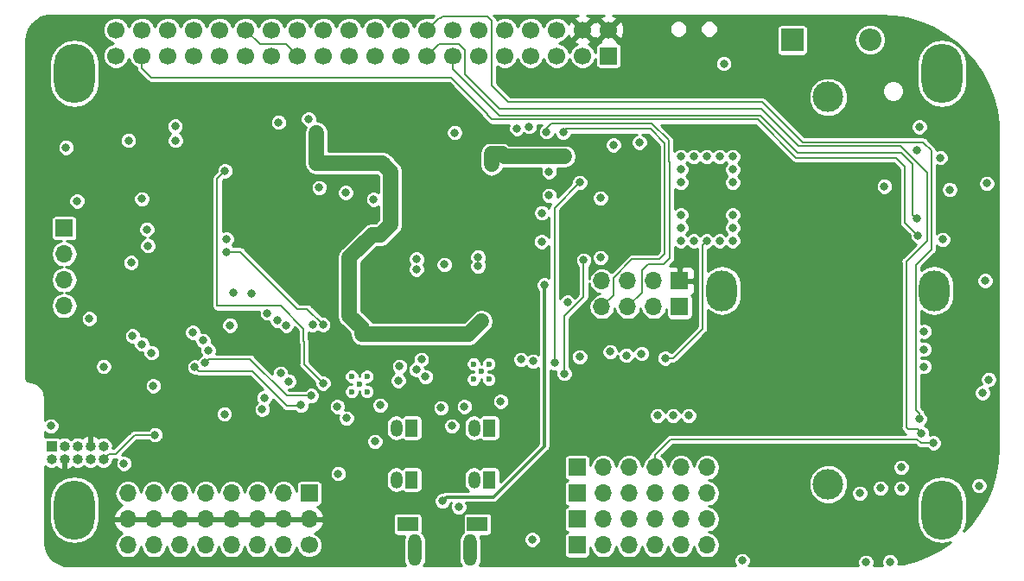
<source format=gbr>
G04 #@! TF.GenerationSoftware,KiCad,Pcbnew,(5.0.0)*
G04 #@! TF.CreationDate,2020-08-12T20:03:17-04:00*
G04 #@! TF.ProjectId,Temple_RPi_HAT,54656D706C655F5250695F4841542E6B,rev?*
G04 #@! TF.SameCoordinates,Original*
G04 #@! TF.FileFunction,Copper,L3,Inr,Signal*
G04 #@! TF.FilePolarity,Positive*
%FSLAX46Y46*%
G04 Gerber Fmt 4.6, Leading zero omitted, Abs format (unit mm)*
G04 Created by KiCad (PCBNEW (5.0.0)) date 08/12/20 20:03:17*
%MOMM*%
%LPD*%
G01*
G04 APERTURE LIST*
G04 #@! TA.AperFunction,ViaPad*
%ADD10O,1.700000X1.700000*%
G04 #@! TD*
G04 #@! TA.AperFunction,ViaPad*
%ADD11R,1.700000X1.700000*%
G04 #@! TD*
G04 #@! TA.AperFunction,ViaPad*
%ADD12C,1.700000*%
G04 #@! TD*
G04 #@! TA.AperFunction,ViaPad*
%ADD13C,0.600000*%
G04 #@! TD*
G04 #@! TA.AperFunction,ViaPad*
%ADD14R,1.200000X1.700000*%
G04 #@! TD*
G04 #@! TA.AperFunction,ViaPad*
%ADD15O,1.200000X1.700000*%
G04 #@! TD*
G04 #@! TA.AperFunction,WasherPad*
%ADD16O,4.000000X5.800000*%
G04 #@! TD*
G04 #@! TA.AperFunction,ViaPad*
%ADD17R,2.200000X2.200000*%
G04 #@! TD*
G04 #@! TA.AperFunction,ViaPad*
%ADD18O,2.200000X2.200000*%
G04 #@! TD*
G04 #@! TA.AperFunction,ViaPad*
%ADD19C,3.000000*%
G04 #@! TD*
G04 #@! TA.AperFunction,ViaPad*
%ADD20O,3.000000X4.000000*%
G04 #@! TD*
G04 #@! TA.AperFunction,ViaPad*
%ADD21O,1.300000X3.150000*%
G04 #@! TD*
G04 #@! TA.AperFunction,ViaPad*
%ADD22R,2.000000X1.400000*%
G04 #@! TD*
G04 #@! TA.AperFunction,ViaPad*
%ADD23R,1.000000X1.000000*%
G04 #@! TD*
G04 #@! TA.AperFunction,ViaPad*
%ADD24O,1.000000X1.000000*%
G04 #@! TD*
G04 #@! TA.AperFunction,ViaPad*
%ADD25C,0.800000*%
G04 #@! TD*
G04 #@! TA.AperFunction,Conductor*
%ADD26C,0.200000*%
G04 #@! TD*
G04 #@! TA.AperFunction,Conductor*
%ADD27C,1.500000*%
G04 #@! TD*
G04 #@! TA.AperFunction,Conductor*
%ADD28C,0.300000*%
G04 #@! TD*
G04 #@! TA.AperFunction,Conductor*
%ADD29C,0.254000*%
G04 #@! TD*
G04 APERTURE END LIST*
D10*
G04 #@! TO.N,MOTOR2_NEG*
G04 #@! TO.C,J3*
X80535000Y-172210000D03*
G04 #@! TO.N,SERVO_7*
X83075000Y-172210000D03*
G04 #@! TO.N,SERVO_6*
X85615000Y-172210000D03*
G04 #@! TO.N,SERVO_5*
X88155000Y-172210000D03*
G04 #@! TO.N,SERVO_4*
X90695000Y-172210000D03*
G04 #@! TO.N,SERVO_3*
X93235000Y-172210000D03*
G04 #@! TO.N,SERVO_2*
X95775000Y-172210000D03*
D11*
G04 #@! TO.N,SERVO_1*
X98315000Y-172210000D03*
D10*
G04 #@! TO.N,+5V*
X80535000Y-174750000D03*
X83075000Y-174750000D03*
X85615000Y-174750000D03*
X88155000Y-174750000D03*
X90695000Y-174750000D03*
X93235000Y-174750000D03*
X95775000Y-174750000D03*
X98315000Y-174750000D03*
D12*
G04 #@! TO.N,GND*
X98315000Y-177290000D03*
D10*
X95775000Y-177290000D03*
X93235000Y-177290000D03*
X90695000Y-177290000D03*
X88155000Y-177290000D03*
X85615000Y-177290000D03*
X83075000Y-177290000D03*
X80535000Y-177290000D03*
G04 #@! TD*
D13*
G04 #@! TO.N,GND*
G04 #@! TO.C,U10*
X103229000Y-161490500D03*
X102479000Y-162240500D03*
X102479000Y-160740500D03*
X103979000Y-162240500D03*
X103979000Y-160740500D03*
G04 #@! TD*
D14*
G04 #@! TO.N,MOTOR_OUT_POS1*
G04 #@! TO.C,M1*
X108361000Y-165797000D03*
D15*
G04 #@! TO.N,MOTOR_OUT_NEG1*
X106861000Y-165797000D03*
G04 #@! TD*
D14*
G04 #@! TO.N,MOTOR_OUT_POS2*
G04 #@! TO.C,M2*
X108361000Y-170877000D03*
D15*
G04 #@! TO.N,MOTOR_OUT_NEG2*
X106861000Y-170877000D03*
G04 #@! TD*
D11*
G04 #@! TO.N,+5V*
G04 #@! TO.C,J1*
X134606000Y-151382000D03*
D10*
G04 #@! TO.N,RX*
X132066000Y-151382000D03*
G04 #@! TO.N,TX*
X129526000Y-151382000D03*
G04 #@! TO.N,GND*
X126986000Y-151382000D03*
G04 #@! TD*
D16*
G04 #@! TO.N,*
G04 #@! TO.C,MK1*
X75320000Y-173830000D03*
X75320000Y-131030000D03*
X160320000Y-173830000D03*
X160320000Y-131030000D03*
G04 #@! TD*
D14*
G04 #@! TO.N,MOTOR_OUT_POS3*
G04 #@! TO.C,M3*
X115981000Y-165797000D03*
D15*
G04 #@! TO.N,MOTOR_OUT_NEG3*
X114481000Y-165797000D03*
G04 #@! TD*
D17*
G04 #@! TO.N,Net-(F1-Pad1)*
G04 #@! TO.C,SW1*
X145647000Y-127760000D03*
D18*
G04 #@! TO.N,GND*
X153267000Y-127760000D03*
G04 #@! TD*
D14*
G04 #@! TO.N,MOTOR_OUT_POS4*
G04 #@! TO.C,M4*
X115981000Y-170877000D03*
D15*
G04 #@! TO.N,MOTOR_OUT_NEG4*
X114481000Y-170877000D03*
G04 #@! TD*
D11*
G04 #@! TO.N,+3V3*
G04 #@! TO.C,J2*
X134606000Y-153922000D03*
D10*
G04 #@! TO.N,GND*
X132066000Y-153922000D03*
G04 #@! TO.N,SCL*
X129526000Y-153922000D03*
G04 #@! TO.N,SDA*
X126986000Y-153922000D03*
G04 #@! TD*
D11*
G04 #@! TO.N,MOTOR_OUT_POS1*
G04 #@! TO.C,J4*
X124565000Y-177290000D03*
D10*
G04 #@! TO.N,MOTOR_OUT_NEG1*
X127105000Y-177290000D03*
G04 #@! TO.N,GND*
X129645000Y-177290000D03*
G04 #@! TO.N,ENC_PWR*
X132185000Y-177290000D03*
G04 #@! TO.N,QEP_1A*
X134725000Y-177290000D03*
G04 #@! TO.N,QEP_1B*
X137265000Y-177290000D03*
G04 #@! TD*
D11*
G04 #@! TO.N,MOTOR_OUT_POS2*
G04 #@! TO.C,J5*
X124565000Y-174750000D03*
D10*
G04 #@! TO.N,MOTOR_OUT_NEG2*
X127105000Y-174750000D03*
G04 #@! TO.N,GND*
X129645000Y-174750000D03*
G04 #@! TO.N,ENC_PWR*
X132185000Y-174750000D03*
G04 #@! TO.N,QEP_2A*
X134725000Y-174750000D03*
G04 #@! TO.N,QEP_2B*
X137265000Y-174750000D03*
G04 #@! TD*
D11*
G04 #@! TO.N,MOTOR_OUT_POS3*
G04 #@! TO.C,J6*
X124565000Y-172210000D03*
D10*
G04 #@! TO.N,MOTOR_OUT_NEG3*
X127105000Y-172210000D03*
G04 #@! TO.N,GND*
X129645000Y-172210000D03*
G04 #@! TO.N,ENC_PWR*
X132185000Y-172210000D03*
G04 #@! TO.N,QEP_3A*
X134725000Y-172210000D03*
G04 #@! TO.N,QEP_3B*
X137265000Y-172210000D03*
G04 #@! TD*
D11*
G04 #@! TO.N,MOTOR_OUT_POS4*
G04 #@! TO.C,J7*
X124565000Y-169670000D03*
D10*
G04 #@! TO.N,MOTOR_OUT_NEG4*
X127105000Y-169670000D03*
G04 #@! TO.N,GND*
X129645000Y-169670000D03*
G04 #@! TO.N,ENC_PWR*
X132185000Y-169670000D03*
G04 #@! TO.N,QEP_4A*
X134725000Y-169670000D03*
G04 #@! TO.N,QEP_4B*
X137265000Y-169670000D03*
G04 #@! TD*
D11*
G04 #@! TO.N,+3V3*
G04 #@! TO.C,LCD1*
X74315000Y-146210000D03*
D10*
G04 #@! TO.N,GND*
X74315000Y-148750000D03*
G04 #@! TO.N,SCL*
X74315000Y-151290000D03*
G04 #@! TO.N,SDA*
X74315000Y-153830000D03*
G04 #@! TD*
D12*
G04 #@! TO.N,GND*
G04 #@! TO.C,rpi_Header1*
X104790000Y-126760000D03*
G04 #@! TO.N,N/C*
X107330000Y-126760000D03*
G04 #@! TO.N,QEP_1B*
X109870000Y-126760000D03*
G04 #@! TO.N,GND*
X112410000Y-126760000D03*
G04 #@! TO.N,QEP_2B*
X114950000Y-126760000D03*
G04 #@! TO.N,TX*
X117490000Y-126760000D03*
G04 #@! TO.N,RX*
X120030000Y-126760000D03*
G04 #@! TO.N,GND*
X122570000Y-126760000D03*
G04 #@! TO.N,+5V*
X125110000Y-126760000D03*
X127650000Y-126760000D03*
D11*
G04 #@! TO.N,PI_3.3V*
X127650000Y-129300000D03*
D12*
G04 #@! TO.N,SDA*
X125110000Y-129300000D03*
G04 #@! TO.N,SCL*
X122570000Y-129300000D03*
G04 #@! TO.N,N/C*
X120030000Y-129300000D03*
G04 #@! TO.N,GND*
X117490000Y-129300000D03*
G04 #@! TO.N,QEP_2A*
X114950000Y-129300000D03*
G04 #@! TO.N,QEP_3B*
X112410000Y-129300000D03*
G04 #@! TO.N,QEP_1A*
X109870000Y-129300000D03*
G04 #@! TO.N,PI_3.3V*
X107330000Y-129300000D03*
G04 #@! TO.N,N/C*
X104790000Y-129300000D03*
X102250000Y-129300000D03*
G04 #@! TO.N,Prog_LED0*
X102250000Y-126760000D03*
G04 #@! TO.N,N/C*
X99710000Y-129300000D03*
X99710000Y-126760000D03*
G04 #@! TO.N,GND*
X97170000Y-129300000D03*
G04 #@! TO.N,IR*
X97170000Y-126760000D03*
G04 #@! TO.N,N/C*
X94630000Y-129300000D03*
X94630000Y-126760000D03*
G04 #@! TO.N,QEP_4A*
X92090000Y-129300000D03*
G04 #@! TO.N,GND*
X92090000Y-126760000D03*
G04 #@! TO.N,QEP_4B*
X89550000Y-129300000D03*
G04 #@! TO.N,MOTOR_EN*
X89550000Y-126760000D03*
G04 #@! TO.N,N/C*
X87010000Y-129300000D03*
G04 #@! TO.N,GND*
X87010000Y-126760000D03*
G04 #@! TO.N,N/C*
X84470000Y-129300000D03*
X84470000Y-126760000D03*
G04 #@! TO.N,QEP_3A*
X81930000Y-129300000D03*
G04 #@! TO.N,N/C*
X81930000Y-126760000D03*
G04 #@! TO.N,GND*
X79390000Y-129300000D03*
G04 #@! TO.N,N/C*
X79390000Y-126760000D03*
G04 #@! TD*
D13*
G04 #@! TO.N,GND*
G04 #@! TO.C,U9*
X115167000Y-160272000D03*
X114417000Y-161022000D03*
X114417000Y-159522000D03*
X115917000Y-161022000D03*
X115917000Y-159522000D03*
G04 #@! TD*
D19*
G04 #@! TO.N,Net-(BH1-Pad2)*
G04 #@! TO.C,BH1*
X149165000Y-171315000D03*
G04 #@! TO.N,+BATT*
X149165000Y-133345000D03*
D20*
G04 #@! TO.N,*
X159565000Y-152330000D03*
X138765000Y-152330000D03*
G04 #@! TD*
D21*
G04 #@! TO.N,N/C*
G04 #@! TO.C,J8*
X114101000Y-177802000D03*
D22*
X114801000Y-175252000D03*
X107951000Y-175252000D03*
D21*
X108651000Y-177802000D03*
G04 #@! TD*
D23*
G04 #@! TO.N,SCK*
G04 #@! TO.C,J9*
X73065000Y-167580000D03*
D24*
G04 #@! TO.N,GND*
X73065000Y-168850000D03*
G04 #@! TO.N,MISO*
X74335000Y-167580000D03*
G04 #@! TO.N,+5V*
X74335000Y-168850000D03*
G04 #@! TO.N,N/C*
X75605000Y-167580000D03*
G04 #@! TO.N,AVR_RST*
X75605000Y-168850000D03*
G04 #@! TO.N,+5V*
X76875000Y-167580000D03*
G04 #@! TO.N,N/C*
X76875000Y-168850000D03*
G04 #@! TO.N,MOSI*
X78145000Y-167580000D03*
G04 #@! TO.N,GND*
X78145000Y-168850000D03*
G04 #@! TD*
D25*
G04 #@! TO.N,GND*
X101890000Y-142730000D03*
X111565000Y-149780000D03*
X126851000Y-149096000D03*
X121085200Y-147521200D03*
X121110600Y-144701800D03*
X123617580Y-153474960D03*
X134725000Y-141730000D03*
X134725000Y-140460000D03*
X134725000Y-139190000D03*
X135995000Y-139190000D03*
X137265000Y-139190000D03*
X138535000Y-139190000D03*
X139805000Y-139190000D03*
X139805000Y-140460000D03*
X139805000Y-141730000D03*
X114865000Y-149930000D03*
X114865000Y-149030000D03*
X130661000Y-137793000D03*
X112976000Y-173557000D03*
X101959000Y-164844000D03*
X105261000Y-163574000D03*
X113516000Y-163701000D03*
X117072000Y-163193000D03*
X154676700Y-142098300D03*
X164290600Y-162354800D03*
X163935000Y-171460700D03*
X164900200Y-161046700D03*
X164544600Y-151356600D03*
X164709700Y-141818900D03*
X78171900Y-159773100D03*
X75565000Y-143555000D03*
X120165000Y-176730000D03*
X140740000Y-178805000D03*
X73003000Y-165606000D03*
X82415000Y-146330000D03*
X83215000Y-166480000D03*
X90015000Y-164430000D03*
X90915000Y-152530000D03*
X81915000Y-143330000D03*
X101165000Y-170280000D03*
G04 #@! TO.N,+5V*
X117165000Y-153430000D03*
X117715000Y-152580000D03*
X117115000Y-151530000D03*
X112415000Y-154680000D03*
X104880000Y-151255000D03*
X107674000Y-151255000D03*
X107801000Y-154684000D03*
X104753000Y-154557000D03*
X104753000Y-152906000D03*
X107801000Y-152906000D03*
X104499000Y-145032000D03*
X105896000Y-135761000D03*
X130661000Y-144397000D03*
X126315000Y-158830000D03*
X74565000Y-160330000D03*
X87565000Y-164530000D03*
X83215000Y-164730000D03*
G04 #@! TO.N,+3V3*
X111230000Y-163828000D03*
X156315000Y-171702000D03*
X138938400Y-130071400D03*
X76774900Y-155077700D03*
X124815000Y-158830000D03*
X112565000Y-136830000D03*
G04 #@! TO.N,QEP_1A*
X158315000Y-166316810D03*
G04 #@! TO.N,QEP_1B*
X158115000Y-164930000D03*
G04 #@! TO.N,SCL*
X74488900Y-138288300D03*
X85190000Y-136205000D03*
X121565000Y-136755000D03*
X82515000Y-147930000D03*
G04 #@! TO.N,SDA*
X85215000Y-137605000D03*
X123190000Y-136805000D03*
X80865000Y-149580000D03*
X80615000Y-137605000D03*
G04 #@! TO.N,Prog_LED0*
X130890000Y-158505000D03*
X98265000Y-135510001D03*
G04 #@! TO.N,QEP_3A*
X157966000Y-146937000D03*
G04 #@! TO.N,QEP_3B*
X157839000Y-145286000D03*
G04 #@! TO.N,SERVO_1*
X82865000Y-158430000D03*
G04 #@! TO.N,QEP_2A*
X158565000Y-158080000D03*
G04 #@! TO.N,QEP_2B*
X158565000Y-156330000D03*
G04 #@! TO.N,SERVO_6*
X90565000Y-155730000D03*
G04 #@! TO.N,SERVO_5*
X92665000Y-152580000D03*
G04 #@! TO.N,SERVO_4*
X94215000Y-154530000D03*
G04 #@! TO.N,SERVO_3*
X95215000Y-155280000D03*
G04 #@! TO.N,SERVO_2*
X96065000Y-155730000D03*
G04 #@! TO.N,TX*
X118665000Y-136430000D03*
G04 #@! TO.N,RX*
X119865000Y-136245011D03*
G04 #@! TO.N,SERVO_7*
X81915000Y-157580000D03*
G04 #@! TO.N,+BATT*
X126851000Y-143254000D03*
X121821800Y-143000000D03*
X121821800Y-140663200D03*
X135995000Y-147445000D03*
X137265000Y-147445000D03*
X138535000Y-147445000D03*
X139805000Y-147445000D03*
X139805000Y-146175000D03*
X139805000Y-144905000D03*
X134725000Y-147445000D03*
X134725000Y-146175000D03*
X134725000Y-144905000D03*
X120755000Y-139190000D03*
X122025000Y-139190000D03*
X123295000Y-139190000D03*
X116183000Y-138936000D03*
X116183000Y-139952000D03*
X117199000Y-138936000D03*
X108825000Y-149231000D03*
X133190000Y-158955000D03*
G04 #@! TO.N,CHG*
X124819000Y-141730000D03*
X152860600Y-178979100D03*
X122340000Y-159430000D03*
G04 #@! TO.N,PG*
X125200000Y-149350000D03*
X155222800Y-178928300D03*
X123315000Y-160455000D03*
G04 #@! TO.N,+10V*
X105896000Y-139698000D03*
X99038000Y-139825000D03*
X99038000Y-138301000D03*
X99038000Y-136904000D03*
X103483000Y-156589000D03*
X115183000Y-155361049D03*
X127815000Y-158330000D03*
G04 #@! TO.N,Net-(D2-Pad2)*
X152251000Y-172210000D03*
X132439000Y-164590000D03*
G04 #@! TO.N,Net-(D3-Pad2)*
X154283000Y-171702000D03*
X133963000Y-164590000D03*
G04 #@! TO.N,BATTERY_ENABLE*
X108817000Y-150239000D03*
X128121000Y-138047000D03*
X129390000Y-158680000D03*
G04 #@! TO.N,MOTOR1_POS*
X98515000Y-162630000D03*
X88115000Y-159430000D03*
G04 #@! TO.N,MOTOR1_NEG*
X87115000Y-159830000D03*
X97515000Y-163580000D03*
G04 #@! TO.N,MOTOR2_POS*
X107039000Y-161161000D03*
X87915000Y-157230000D03*
G04 #@! TO.N,MOTOR2_NEG*
X107166000Y-159764000D03*
X86915000Y-156430000D03*
X81015000Y-156780000D03*
G04 #@! TO.N,MOTOR3_POS*
X108815000Y-160080000D03*
X93915000Y-162830000D03*
G04 #@! TO.N,MOTOR3_NEG*
X109315000Y-159080000D03*
X93715000Y-163980000D03*
G04 #@! TO.N,MOTOR_OUT_POS1*
X101070000Y-163701000D03*
G04 #@! TO.N,MOTOR_OUT_NEG1*
X104753000Y-167130000D03*
G04 #@! TO.N,MOTOR4_POS*
X120247000Y-159256000D03*
X95515000Y-160430000D03*
G04 #@! TO.N,MOTOR4_NEG*
X119065000Y-159080000D03*
X96315000Y-161230000D03*
G04 #@! TO.N,MOTOR_OUT_POS3*
X112290000Y-165605000D03*
G04 #@! TO.N,ENC_PWR*
X160391700Y-147318000D03*
X161076000Y-142415800D03*
X160137700Y-139291600D03*
X159477300Y-167282400D03*
X158575600Y-159776700D03*
G04 #@! TO.N,Net-(D1-Pad1)*
X156315000Y-169670000D03*
X135487000Y-164590000D03*
G04 #@! TO.N,QEP_4B*
X158093000Y-136269000D03*
G04 #@! TO.N,QEP_4A*
X157839000Y-138555000D03*
G04 #@! TO.N,Net-(R30-Pad1)*
X99292000Y-142238000D03*
X104626000Y-143381000D03*
G04 #@! TO.N,MOTOR_EN*
X99673000Y-161415000D03*
X109706000Y-160780000D03*
X90065000Y-140580000D03*
G04 #@! TO.N,V_CHARGE*
X121356980Y-151785860D03*
X111376000Y-172957000D03*
G04 #@! TO.N,IR*
X95315000Y-135830000D03*
G04 #@! TO.N,AVR_RST*
X83036000Y-161669000D03*
G04 #@! TO.N,MISO*
X80165000Y-169280000D03*
G04 #@! TO.N,AVR_RST*
X88415000Y-158180000D03*
G04 #@! TO.N,SDA_2*
X99665000Y-155680000D03*
X90215000Y-148530000D03*
G04 #@! TO.N,SCL_2*
X98665000Y-155680000D03*
X90215000Y-147280000D03*
G04 #@! TD*
D26*
G04 #@! TO.N,GND*
X93479999Y-128149999D02*
X96095001Y-128149999D01*
X92090000Y-126760000D02*
X93479999Y-128149999D01*
X96095001Y-128225001D02*
X97170000Y-129300000D01*
X96095001Y-128149999D02*
X96095001Y-128225001D01*
X83215000Y-166480000D02*
X81215000Y-166480000D01*
X81215000Y-166480000D02*
X79365000Y-168330000D01*
X78665000Y-168330000D02*
X78145000Y-168850000D01*
X79365000Y-168330000D02*
X78665000Y-168330000D01*
D27*
G04 #@! TO.N,+5V*
X117389000Y-152906000D02*
X117715000Y-152580000D01*
X104753000Y-152906000D02*
X117389000Y-152906000D01*
D26*
G04 #@! TO.N,QEP_1A*
X157915001Y-165916811D02*
X157006811Y-165916811D01*
X158315000Y-166316810D02*
X157915001Y-165916811D01*
X157006811Y-165916811D02*
X156823000Y-165733000D01*
X156823000Y-165733000D02*
X156823000Y-149477000D01*
X156823000Y-149477000D02*
X158855000Y-147445000D01*
X158855000Y-140783302D02*
X156245698Y-138174000D01*
X158855000Y-147445000D02*
X158855000Y-140783302D01*
X156245698Y-138174000D02*
X146282000Y-138174000D01*
X146282000Y-138174000D02*
X142599000Y-134491000D01*
X110719999Y-128450001D02*
X109870000Y-129300000D01*
X111020001Y-128149999D02*
X110719999Y-128450001D01*
X112962001Y-128149999D02*
X111020001Y-128149999D01*
X113560001Y-128747999D02*
X112962001Y-128149999D01*
X113560001Y-131106001D02*
X113560001Y-128747999D01*
X116945000Y-134491000D02*
X113560001Y-131106001D01*
X142599000Y-134491000D02*
X116945000Y-134491000D01*
G04 #@! TO.N,QEP_1B*
X109870000Y-126760000D02*
X111029000Y-125601000D01*
X111029000Y-125601000D02*
X111230000Y-125601000D01*
X111230000Y-125601000D02*
X111357000Y-125474000D01*
X111357000Y-125474000D02*
X115802000Y-125474000D01*
X115802000Y-125474000D02*
X116183000Y-125855000D01*
X116183000Y-125855000D02*
X116183000Y-132205000D01*
X116183000Y-132205000D02*
X117834000Y-133856000D01*
X117834000Y-133856000D02*
X142726000Y-133856000D01*
X146643990Y-137773990D02*
X158454990Y-137773990D01*
X142726000Y-133856000D02*
X146643990Y-137773990D01*
X159255010Y-138574010D02*
X159255010Y-148314990D01*
X158454990Y-137773990D02*
X159255010Y-138574010D01*
X158115000Y-164364315D02*
X158115000Y-164930000D01*
X157764990Y-164014305D02*
X158115000Y-164364315D01*
X157764990Y-149805010D02*
X157764990Y-164014305D01*
X159255010Y-148314990D02*
X157764990Y-149805010D01*
G04 #@! TO.N,SCL*
X130915999Y-152532001D02*
X130915999Y-150354001D01*
X129526000Y-153922000D02*
X130915999Y-152532001D01*
X130915999Y-150354001D02*
X131515000Y-149755000D01*
X131515000Y-149755000D02*
X133040000Y-149755000D01*
X133040000Y-149755000D02*
X133640000Y-149155000D01*
X133640000Y-139735998D02*
X133540000Y-139635998D01*
X133640000Y-149155000D02*
X133640000Y-139735998D01*
X133540000Y-139635998D02*
X133540000Y-137580000D01*
X133540000Y-137580000D02*
X131905021Y-135945021D01*
X131905021Y-135945021D02*
X122024979Y-135945021D01*
X122024979Y-135945021D02*
X121565000Y-136405000D01*
X121565000Y-136405000D02*
X121565000Y-136755000D01*
G04 #@! TO.N,SDA*
X128136001Y-151069997D02*
X129950998Y-149255000D01*
X126986000Y-153922000D02*
X128136001Y-152771999D01*
X128136001Y-152771999D02*
X128136001Y-151069997D01*
X129950998Y-149255000D02*
X132590000Y-149255000D01*
X132590000Y-149255000D02*
X133140000Y-148705000D01*
X133140000Y-148705000D02*
X133140000Y-137880000D01*
X133140000Y-137880000D02*
X131740000Y-136480000D01*
X131740000Y-136480000D02*
X123465000Y-136480000D01*
X123465000Y-136480000D02*
X123190000Y-136755000D01*
X123190000Y-136755000D02*
X123190000Y-136805000D01*
G04 #@! TO.N,QEP_3A*
X112246000Y-131443000D02*
X82870919Y-131443000D01*
X115802000Y-134999000D02*
X112246000Y-131443000D01*
X115802000Y-135126000D02*
X115802000Y-134999000D01*
X81930000Y-130502081D02*
X81930000Y-129300000D01*
X116221011Y-135545011D02*
X115802000Y-135126000D01*
X157966000Y-146937000D02*
X156696000Y-145667000D01*
X82870919Y-131443000D02*
X81930000Y-130502081D01*
X156696000Y-145667000D02*
X156696000Y-140206000D01*
X156696000Y-140206000D02*
X155807000Y-139317000D01*
X155807000Y-139317000D02*
X146028000Y-139317000D01*
X146028000Y-139317000D02*
X142256011Y-135545011D01*
X142256011Y-135545011D02*
X116221011Y-135545011D01*
G04 #@! TO.N,QEP_3B*
X112410000Y-130591000D02*
X116964001Y-135145001D01*
X112410000Y-129300000D02*
X112410000Y-130591000D01*
X157439001Y-139933001D02*
X157439001Y-144886001D01*
X116964001Y-135145001D02*
X142491001Y-135145001D01*
X142491001Y-135145001D02*
X146155000Y-138809000D01*
X157439001Y-144886001D02*
X157839000Y-145286000D01*
X146155000Y-138809000D02*
X156315000Y-138809000D01*
X156315000Y-138809000D02*
X157439001Y-139933001D01*
G04 #@! TO.N,+BATT*
X136865001Y-147844999D02*
X136865001Y-156054999D01*
X137265000Y-147445000D02*
X136865001Y-147844999D01*
X136865001Y-156054999D02*
X133965000Y-158955000D01*
X133965000Y-158955000D02*
X133190000Y-158955000D01*
D27*
X117453000Y-139190000D02*
X117199000Y-138936000D01*
X123295000Y-139190000D02*
X117453000Y-139190000D01*
X116183000Y-139952000D02*
X116183000Y-138936000D01*
X117199000Y-138936000D02*
X116183000Y-138936000D01*
D26*
G04 #@! TO.N,CHG*
X122340000Y-144209000D02*
X124819000Y-141730000D01*
X122340000Y-159430000D02*
X122340000Y-144209000D01*
G04 #@! TO.N,PG*
X125200000Y-149915685D02*
X125200000Y-149350000D01*
X125200000Y-152928542D02*
X125200000Y-149915685D01*
X123315000Y-154813542D02*
X125200000Y-152928542D01*
X123315000Y-160455000D02*
X123315000Y-154813542D01*
D27*
G04 #@! TO.N,+10V*
X105457315Y-139825000D02*
X99038000Y-139825000D01*
X106290000Y-140657685D02*
X105457315Y-139825000D01*
X106290000Y-145855000D02*
X106290000Y-140657685D01*
X103483000Y-156023315D02*
X102265000Y-154805315D01*
X103483000Y-156589000D02*
X103483000Y-156023315D01*
X102265000Y-154805315D02*
X102265000Y-149055000D01*
X102265000Y-149055000D02*
X104490000Y-146830000D01*
X104490000Y-146830000D02*
X105315000Y-146830000D01*
X105315000Y-146830000D02*
X106290000Y-145855000D01*
X99038000Y-139825000D02*
X99038000Y-136904000D01*
X113955049Y-156589000D02*
X115183000Y-155361049D01*
X103483000Y-156589000D02*
X113955049Y-156589000D01*
D26*
G04 #@! TO.N,MOTOR1_POS*
X98515000Y-162630000D02*
X96115000Y-162630000D01*
X96115000Y-162630000D02*
X92515000Y-159030000D01*
X92515000Y-159030000D02*
X88515000Y-159030000D01*
X88515000Y-159030000D02*
X88115000Y-159430000D01*
G04 #@! TO.N,MOTOR1_NEG*
X87515000Y-160230000D02*
X87115000Y-159830000D01*
X92715000Y-160230000D02*
X87515000Y-160230000D01*
X96115000Y-163630000D02*
X92715000Y-160230000D01*
X97515000Y-163630000D02*
X96115000Y-163630000D01*
G04 #@! TO.N,ENC_PWR*
X132185000Y-168467919D02*
X133738819Y-166914100D01*
X132185000Y-169670000D02*
X132185000Y-168467919D01*
X158911615Y-167282400D02*
X159477300Y-167282400D01*
X158244588Y-167282400D02*
X158911615Y-167282400D01*
X157876288Y-166914100D02*
X158244588Y-167282400D01*
X133738819Y-166914100D02*
X157876288Y-166914100D01*
G04 #@! TO.N,MOTOR_EN*
X89315000Y-141330000D02*
X90065000Y-140580000D01*
X89315000Y-153830000D02*
X89315000Y-141330000D01*
X99673000Y-161415000D02*
X97815000Y-159557000D01*
X97815000Y-157330000D02*
X97765001Y-157280001D01*
X97815000Y-159557000D02*
X97815000Y-157330000D01*
X97765001Y-156080001D02*
X95515000Y-153830000D01*
X97765001Y-157280001D02*
X97765001Y-156080001D01*
X95515000Y-153830000D02*
X89315000Y-153830000D01*
D28*
G04 #@! TO.N,V_CHARGE*
X111775999Y-172557001D02*
X111376000Y-172957000D01*
X116381001Y-172557001D02*
X111775999Y-172557001D01*
X121356980Y-167581022D02*
X116381001Y-172557001D01*
X121356980Y-151785860D02*
X121356980Y-167581022D01*
D26*
G04 #@! TO.N,SDA_2*
X91565000Y-148530000D02*
X90215000Y-148530000D01*
X97165000Y-154130000D02*
X91565000Y-148530000D01*
X98115000Y-154130000D02*
X97165000Y-154130000D01*
X99665000Y-155680000D02*
X98115000Y-154130000D01*
G04 #@! TD*
D29*
G04 #@! TO.N,+5V*
G36*
X110320374Y-125564336D02*
X110124011Y-125483000D01*
X109615989Y-125483000D01*
X109146638Y-125677412D01*
X108787412Y-126036638D01*
X108600000Y-126489090D01*
X108412588Y-126036638D01*
X108053362Y-125677412D01*
X107584011Y-125483000D01*
X107075989Y-125483000D01*
X106606638Y-125677412D01*
X106247412Y-126036638D01*
X106060000Y-126489090D01*
X105872588Y-126036638D01*
X105513362Y-125677412D01*
X105044011Y-125483000D01*
X104535989Y-125483000D01*
X104066638Y-125677412D01*
X103707412Y-126036638D01*
X103520000Y-126489090D01*
X103332588Y-126036638D01*
X102973362Y-125677412D01*
X102504011Y-125483000D01*
X101995989Y-125483000D01*
X101526638Y-125677412D01*
X101167412Y-126036638D01*
X100980000Y-126489090D01*
X100792588Y-126036638D01*
X100433362Y-125677412D01*
X99964011Y-125483000D01*
X99455989Y-125483000D01*
X98986638Y-125677412D01*
X98627412Y-126036638D01*
X98440000Y-126489090D01*
X98252588Y-126036638D01*
X97893362Y-125677412D01*
X97424011Y-125483000D01*
X96915989Y-125483000D01*
X96446638Y-125677412D01*
X96087412Y-126036638D01*
X95900000Y-126489090D01*
X95712588Y-126036638D01*
X95353362Y-125677412D01*
X94884011Y-125483000D01*
X94375989Y-125483000D01*
X93906638Y-125677412D01*
X93547412Y-126036638D01*
X93360000Y-126489090D01*
X93172588Y-126036638D01*
X92813362Y-125677412D01*
X92344011Y-125483000D01*
X91835989Y-125483000D01*
X91366638Y-125677412D01*
X91007412Y-126036638D01*
X90820000Y-126489090D01*
X90632588Y-126036638D01*
X90273362Y-125677412D01*
X89804011Y-125483000D01*
X89295989Y-125483000D01*
X88826638Y-125677412D01*
X88467412Y-126036638D01*
X88280000Y-126489090D01*
X88092588Y-126036638D01*
X87733362Y-125677412D01*
X87264011Y-125483000D01*
X86755989Y-125483000D01*
X86286638Y-125677412D01*
X85927412Y-126036638D01*
X85740000Y-126489090D01*
X85552588Y-126036638D01*
X85193362Y-125677412D01*
X84724011Y-125483000D01*
X84215989Y-125483000D01*
X83746638Y-125677412D01*
X83387412Y-126036638D01*
X83200000Y-126489090D01*
X83012588Y-126036638D01*
X82653362Y-125677412D01*
X82184011Y-125483000D01*
X81675989Y-125483000D01*
X81206638Y-125677412D01*
X80847412Y-126036638D01*
X80660000Y-126489090D01*
X80472588Y-126036638D01*
X80113362Y-125677412D01*
X79644011Y-125483000D01*
X79135989Y-125483000D01*
X78666638Y-125677412D01*
X78307412Y-126036638D01*
X78113000Y-126505989D01*
X78113000Y-127014011D01*
X78307412Y-127483362D01*
X78666638Y-127842588D01*
X79119090Y-128030000D01*
X78666638Y-128217412D01*
X78307412Y-128576638D01*
X78113000Y-129045989D01*
X78113000Y-129554011D01*
X78307412Y-130023362D01*
X78666638Y-130382588D01*
X79135989Y-130577000D01*
X79644011Y-130577000D01*
X80113362Y-130382588D01*
X80472588Y-130023362D01*
X80660000Y-129570910D01*
X80847412Y-130023362D01*
X81206638Y-130382588D01*
X81400475Y-130462878D01*
X81392677Y-130502081D01*
X81403000Y-130553979D01*
X81403000Y-130553983D01*
X81433577Y-130707705D01*
X81433578Y-130707706D01*
X81514253Y-130828444D01*
X81550055Y-130882026D01*
X81594055Y-130911426D01*
X82461573Y-131778944D01*
X82490974Y-131822945D01*
X82665294Y-131939423D01*
X82819016Y-131970000D01*
X82819020Y-131970000D01*
X82870918Y-131980323D01*
X82922816Y-131970000D01*
X112027710Y-131970000D01*
X115284780Y-135227070D01*
X115305577Y-135331624D01*
X115314849Y-135345500D01*
X115387960Y-135454918D01*
X115422055Y-135505945D01*
X115466055Y-135535345D01*
X115811667Y-135880958D01*
X115841066Y-135924956D01*
X115885063Y-135954354D01*
X115885066Y-135954357D01*
X115928799Y-135983578D01*
X116015386Y-136041434D01*
X116169108Y-136072011D01*
X116169112Y-136072011D01*
X116221010Y-136082334D01*
X116272908Y-136072011D01*
X117918145Y-136072011D01*
X117838000Y-136265499D01*
X117838000Y-136594501D01*
X117963903Y-136898458D01*
X118196542Y-137131097D01*
X118500499Y-137257000D01*
X118829501Y-137257000D01*
X119133458Y-137131097D01*
X119357495Y-136907061D01*
X119396542Y-136946108D01*
X119700499Y-137072011D01*
X120029501Y-137072011D01*
X120333458Y-136946108D01*
X120566097Y-136713469D01*
X120692000Y-136409512D01*
X120692000Y-136080510D01*
X120688480Y-136072011D01*
X121078434Y-136072011D01*
X120863903Y-136286542D01*
X120738000Y-136590499D01*
X120738000Y-136919501D01*
X120863903Y-137223458D01*
X121096542Y-137456097D01*
X121400499Y-137582000D01*
X121729501Y-137582000D01*
X122033458Y-137456097D01*
X122266097Y-137223458D01*
X122367145Y-136979507D01*
X122488903Y-137273458D01*
X122721542Y-137506097D01*
X123025499Y-137632000D01*
X123354501Y-137632000D01*
X123658458Y-137506097D01*
X123891097Y-137273458D01*
X124001467Y-137007000D01*
X130397516Y-137007000D01*
X130192542Y-137091903D01*
X129959903Y-137324542D01*
X129834000Y-137628499D01*
X129834000Y-137957501D01*
X129959903Y-138261458D01*
X130192542Y-138494097D01*
X130496499Y-138620000D01*
X130825501Y-138620000D01*
X131129458Y-138494097D01*
X131362097Y-138261458D01*
X131488000Y-137957501D01*
X131488000Y-137628499D01*
X131362097Y-137324542D01*
X131129458Y-137091903D01*
X130924484Y-137007000D01*
X131521710Y-137007000D01*
X132613001Y-138098292D01*
X132613000Y-148486710D01*
X132371710Y-148728000D01*
X130002895Y-148728000D01*
X129950997Y-148717677D01*
X129899099Y-148728000D01*
X129899095Y-148728000D01*
X129745373Y-148758577D01*
X129571053Y-148875055D01*
X129541653Y-148919055D01*
X127943799Y-150516909D01*
X127906665Y-150461335D01*
X127484260Y-150179093D01*
X127111769Y-150105000D01*
X126860231Y-150105000D01*
X126487740Y-150179093D01*
X126065335Y-150461335D01*
X125783093Y-150883740D01*
X125727000Y-151165739D01*
X125727000Y-149992555D01*
X125901097Y-149818458D01*
X126027000Y-149514501D01*
X126027000Y-149267744D01*
X126149903Y-149564458D01*
X126382542Y-149797097D01*
X126686499Y-149923000D01*
X127015501Y-149923000D01*
X127319458Y-149797097D01*
X127552097Y-149564458D01*
X127678000Y-149260501D01*
X127678000Y-148931499D01*
X127552097Y-148627542D01*
X127319458Y-148394903D01*
X127015501Y-148269000D01*
X126686499Y-148269000D01*
X126382542Y-148394903D01*
X126149903Y-148627542D01*
X126024000Y-148931499D01*
X126024000Y-149178256D01*
X125901097Y-148881542D01*
X125668458Y-148648903D01*
X125364501Y-148523000D01*
X125035499Y-148523000D01*
X124731542Y-148648903D01*
X124498903Y-148881542D01*
X124373000Y-149185499D01*
X124373000Y-149514501D01*
X124498903Y-149818458D01*
X124673001Y-149992556D01*
X124673000Y-152710251D01*
X124335686Y-153047565D01*
X124318677Y-153006502D01*
X124086038Y-152773863D01*
X123782081Y-152647960D01*
X123453079Y-152647960D01*
X123149122Y-152773863D01*
X122916483Y-153006502D01*
X122867000Y-153125965D01*
X122867000Y-144427290D01*
X124204791Y-143089499D01*
X126024000Y-143089499D01*
X126024000Y-143418501D01*
X126149903Y-143722458D01*
X126382542Y-143955097D01*
X126686499Y-144081000D01*
X127015501Y-144081000D01*
X127319458Y-143955097D01*
X127552097Y-143722458D01*
X127678000Y-143418501D01*
X127678000Y-143089499D01*
X127552097Y-142785542D01*
X127319458Y-142552903D01*
X127015501Y-142427000D01*
X126686499Y-142427000D01*
X126382542Y-142552903D01*
X126149903Y-142785542D01*
X126024000Y-143089499D01*
X124204791Y-143089499D01*
X124737290Y-142557000D01*
X124983501Y-142557000D01*
X125287458Y-142431097D01*
X125520097Y-142198458D01*
X125646000Y-141894501D01*
X125646000Y-141565499D01*
X125520097Y-141261542D01*
X125287458Y-141028903D01*
X124983501Y-140903000D01*
X124654499Y-140903000D01*
X124350542Y-141028903D01*
X124117903Y-141261542D01*
X123992000Y-141565499D01*
X123992000Y-141811710D01*
X122648800Y-143154910D01*
X122648800Y-142835499D01*
X122522897Y-142531542D01*
X122290258Y-142298903D01*
X121986301Y-142173000D01*
X121657299Y-142173000D01*
X121353342Y-142298903D01*
X121120703Y-142531542D01*
X120994800Y-142835499D01*
X120994800Y-143164501D01*
X121120703Y-143468458D01*
X121353342Y-143701097D01*
X121657299Y-143827000D01*
X121963131Y-143827000D01*
X121960056Y-143829055D01*
X121930658Y-143873052D01*
X121930654Y-143873056D01*
X121843578Y-144003375D01*
X121802677Y-144209000D01*
X121806481Y-144228126D01*
X121579058Y-144000703D01*
X121275101Y-143874800D01*
X120946099Y-143874800D01*
X120642142Y-144000703D01*
X120409503Y-144233342D01*
X120283600Y-144537299D01*
X120283600Y-144866301D01*
X120409503Y-145170258D01*
X120642142Y-145402897D01*
X120946099Y-145528800D01*
X121275101Y-145528800D01*
X121579058Y-145402897D01*
X121811697Y-145170258D01*
X121813001Y-145167110D01*
X121813001Y-147117211D01*
X121786297Y-147052742D01*
X121553658Y-146820103D01*
X121249701Y-146694200D01*
X120920699Y-146694200D01*
X120616742Y-146820103D01*
X120384103Y-147052742D01*
X120258200Y-147356699D01*
X120258200Y-147685701D01*
X120384103Y-147989658D01*
X120616742Y-148222297D01*
X120920699Y-148348200D01*
X121249701Y-148348200D01*
X121553658Y-148222297D01*
X121786297Y-147989658D01*
X121813001Y-147925189D01*
X121813001Y-151079611D01*
X121521481Y-150958860D01*
X121192479Y-150958860D01*
X120888522Y-151084763D01*
X120655883Y-151317402D01*
X120529980Y-151621359D01*
X120529980Y-151950361D01*
X120655883Y-152254318D01*
X120779980Y-152378415D01*
X120779980Y-158619425D01*
X120715458Y-158554903D01*
X120411501Y-158429000D01*
X120082499Y-158429000D01*
X119778542Y-158554903D01*
X119744000Y-158589445D01*
X119533458Y-158378903D01*
X119229501Y-158253000D01*
X118900499Y-158253000D01*
X118596542Y-158378903D01*
X118363903Y-158611542D01*
X118238000Y-158915499D01*
X118238000Y-159244501D01*
X118363903Y-159548458D01*
X118596542Y-159781097D01*
X118900499Y-159907000D01*
X119229501Y-159907000D01*
X119533458Y-159781097D01*
X119568000Y-159746555D01*
X119778542Y-159957097D01*
X120082499Y-160083000D01*
X120411501Y-160083000D01*
X120715458Y-159957097D01*
X120779981Y-159892574D01*
X120779981Y-167342020D01*
X117016365Y-171105637D01*
X117016365Y-170027000D01*
X116983225Y-169860393D01*
X116888850Y-169719150D01*
X116747607Y-169624775D01*
X116581000Y-169591635D01*
X115381000Y-169591635D01*
X115214393Y-169624775D01*
X115073150Y-169719150D01*
X115041577Y-169766403D01*
X114881715Y-169659587D01*
X114481000Y-169579880D01*
X114080286Y-169659587D01*
X113740575Y-169886574D01*
X113513587Y-170226285D01*
X113454000Y-170525850D01*
X113454000Y-171228149D01*
X113513587Y-171527714D01*
X113740574Y-171867426D01*
X113909055Y-171980001D01*
X111832826Y-171980001D01*
X111775998Y-171968697D01*
X111719170Y-171980001D01*
X111550865Y-172013479D01*
X111376478Y-172130000D01*
X111211499Y-172130000D01*
X110907542Y-172255903D01*
X110674903Y-172488542D01*
X110549000Y-172792499D01*
X110549000Y-173121501D01*
X110674903Y-173425458D01*
X110907542Y-173658097D01*
X111211499Y-173784000D01*
X111540501Y-173784000D01*
X111844458Y-173658097D01*
X112077097Y-173425458D01*
X112197822Y-173134001D01*
X112256073Y-173134001D01*
X112149000Y-173392499D01*
X112149000Y-173721501D01*
X112274903Y-174025458D01*
X112507542Y-174258097D01*
X112811499Y-174384000D01*
X113140501Y-174384000D01*
X113444458Y-174258097D01*
X113677097Y-174025458D01*
X113803000Y-173721501D01*
X113803000Y-173392499D01*
X113695927Y-173134001D01*
X116324173Y-173134001D01*
X116381001Y-173145305D01*
X116437829Y-173134001D01*
X116437830Y-173134001D01*
X116606135Y-173100523D01*
X116796995Y-172972995D01*
X116829189Y-172924813D01*
X121724795Y-168029208D01*
X121772974Y-167997016D01*
X121900502Y-167806156D01*
X121933980Y-167637851D01*
X121933980Y-167637850D01*
X121945284Y-167581022D01*
X121933980Y-167524194D01*
X121933980Y-164425499D01*
X131612000Y-164425499D01*
X131612000Y-164754501D01*
X131737903Y-165058458D01*
X131970542Y-165291097D01*
X132274499Y-165417000D01*
X132603501Y-165417000D01*
X132907458Y-165291097D01*
X133140097Y-165058458D01*
X133201000Y-164911425D01*
X133261903Y-165058458D01*
X133494542Y-165291097D01*
X133798499Y-165417000D01*
X134127501Y-165417000D01*
X134431458Y-165291097D01*
X134664097Y-165058458D01*
X134725000Y-164911425D01*
X134785903Y-165058458D01*
X135018542Y-165291097D01*
X135322499Y-165417000D01*
X135651501Y-165417000D01*
X135955458Y-165291097D01*
X136188097Y-165058458D01*
X136314000Y-164754501D01*
X136314000Y-164425499D01*
X136188097Y-164121542D01*
X135955458Y-163888903D01*
X135651501Y-163763000D01*
X135322499Y-163763000D01*
X135018542Y-163888903D01*
X134785903Y-164121542D01*
X134725000Y-164268575D01*
X134664097Y-164121542D01*
X134431458Y-163888903D01*
X134127501Y-163763000D01*
X133798499Y-163763000D01*
X133494542Y-163888903D01*
X133261903Y-164121542D01*
X133201000Y-164268575D01*
X133140097Y-164121542D01*
X132907458Y-163888903D01*
X132603501Y-163763000D01*
X132274499Y-163763000D01*
X131970542Y-163888903D01*
X131737903Y-164121542D01*
X131612000Y-164425499D01*
X121933980Y-164425499D01*
X121933980Y-160156960D01*
X122175499Y-160257000D01*
X122501876Y-160257000D01*
X122488000Y-160290499D01*
X122488000Y-160619501D01*
X122613903Y-160923458D01*
X122846542Y-161156097D01*
X123150499Y-161282000D01*
X123479501Y-161282000D01*
X123783458Y-161156097D01*
X124016097Y-160923458D01*
X124142000Y-160619501D01*
X124142000Y-160290499D01*
X124016097Y-159986542D01*
X123842000Y-159812445D01*
X123842000Y-158665499D01*
X123988000Y-158665499D01*
X123988000Y-158994501D01*
X124113903Y-159298458D01*
X124346542Y-159531097D01*
X124650499Y-159657000D01*
X124979501Y-159657000D01*
X125283458Y-159531097D01*
X125516097Y-159298458D01*
X125642000Y-158994501D01*
X125642000Y-158665499D01*
X125516097Y-158361542D01*
X125320054Y-158165499D01*
X126988000Y-158165499D01*
X126988000Y-158494501D01*
X127113903Y-158798458D01*
X127346542Y-159031097D01*
X127650499Y-159157000D01*
X127979501Y-159157000D01*
X128283458Y-159031097D01*
X128516097Y-158798458D01*
X128563000Y-158685224D01*
X128563000Y-158844501D01*
X128688903Y-159148458D01*
X128921542Y-159381097D01*
X129225499Y-159507000D01*
X129554501Y-159507000D01*
X129858458Y-159381097D01*
X130091097Y-159148458D01*
X130176244Y-158942896D01*
X130188903Y-158973458D01*
X130421542Y-159206097D01*
X130725499Y-159332000D01*
X131054501Y-159332000D01*
X131358458Y-159206097D01*
X131591097Y-158973458D01*
X131717000Y-158669501D01*
X131717000Y-158340499D01*
X131591097Y-158036542D01*
X131358458Y-157803903D01*
X131054501Y-157678000D01*
X130725499Y-157678000D01*
X130421542Y-157803903D01*
X130188903Y-158036542D01*
X130103756Y-158242104D01*
X130091097Y-158211542D01*
X129858458Y-157978903D01*
X129554501Y-157853000D01*
X129225499Y-157853000D01*
X128921542Y-157978903D01*
X128688903Y-158211542D01*
X128642000Y-158324776D01*
X128642000Y-158165499D01*
X128516097Y-157861542D01*
X128283458Y-157628903D01*
X127979501Y-157503000D01*
X127650499Y-157503000D01*
X127346542Y-157628903D01*
X127113903Y-157861542D01*
X126988000Y-158165499D01*
X125320054Y-158165499D01*
X125283458Y-158128903D01*
X124979501Y-158003000D01*
X124650499Y-158003000D01*
X124346542Y-158128903D01*
X124113903Y-158361542D01*
X123988000Y-158665499D01*
X123842000Y-158665499D01*
X123842000Y-155031832D01*
X125535948Y-153337885D01*
X125579945Y-153308487D01*
X125609343Y-153264490D01*
X125609346Y-153264487D01*
X125696423Y-153134167D01*
X125701639Y-153107944D01*
X125727000Y-152980445D01*
X125727000Y-152980441D01*
X125737323Y-152928542D01*
X125727000Y-152876643D01*
X125727000Y-151598261D01*
X125783093Y-151880260D01*
X126065335Y-152302665D01*
X126487740Y-152584907D01*
X126825040Y-152652000D01*
X126487740Y-152719093D01*
X126065335Y-153001335D01*
X125783093Y-153423740D01*
X125683983Y-153922000D01*
X125783093Y-154420260D01*
X126065335Y-154842665D01*
X126487740Y-155124907D01*
X126860231Y-155199000D01*
X127111769Y-155199000D01*
X127484260Y-155124907D01*
X127906665Y-154842665D01*
X128188907Y-154420260D01*
X128256000Y-154082960D01*
X128323093Y-154420260D01*
X128605335Y-154842665D01*
X129027740Y-155124907D01*
X129400231Y-155199000D01*
X129651769Y-155199000D01*
X130024260Y-155124907D01*
X130446665Y-154842665D01*
X130728907Y-154420260D01*
X130796000Y-154082960D01*
X130863093Y-154420260D01*
X131145335Y-154842665D01*
X131567740Y-155124907D01*
X131940231Y-155199000D01*
X132191769Y-155199000D01*
X132564260Y-155124907D01*
X132986665Y-154842665D01*
X133268907Y-154420260D01*
X133320635Y-154160206D01*
X133320635Y-154772000D01*
X133353775Y-154938607D01*
X133448150Y-155079850D01*
X133589393Y-155174225D01*
X133756000Y-155207365D01*
X135456000Y-155207365D01*
X135622607Y-155174225D01*
X135763850Y-155079850D01*
X135858225Y-154938607D01*
X135891365Y-154772000D01*
X135891365Y-153072000D01*
X135858225Y-152905393D01*
X135778322Y-152785809D01*
X135815699Y-152770327D01*
X135994327Y-152591698D01*
X136091000Y-152358309D01*
X136091000Y-151667750D01*
X135932250Y-151509000D01*
X134733000Y-151509000D01*
X134733000Y-151529000D01*
X134479000Y-151529000D01*
X134479000Y-151509000D01*
X134459000Y-151509000D01*
X134459000Y-151255000D01*
X134479000Y-151255000D01*
X134479000Y-150055750D01*
X134733000Y-150055750D01*
X134733000Y-151255000D01*
X135932250Y-151255000D01*
X136091000Y-151096250D01*
X136091000Y-150405691D01*
X135994327Y-150172302D01*
X135815699Y-149993673D01*
X135582310Y-149897000D01*
X134891750Y-149897000D01*
X134733000Y-150055750D01*
X134479000Y-150055750D01*
X134320250Y-149897000D01*
X133643290Y-149897000D01*
X133975948Y-149564343D01*
X134019945Y-149534945D01*
X134049343Y-149490948D01*
X134049346Y-149490945D01*
X134136422Y-149360626D01*
X134136423Y-149360625D01*
X134167000Y-149206903D01*
X134167000Y-149206899D01*
X134177323Y-149155001D01*
X134167000Y-149103103D01*
X134167000Y-148056555D01*
X134256542Y-148146097D01*
X134560499Y-148272000D01*
X134889501Y-148272000D01*
X135193458Y-148146097D01*
X135360000Y-147979555D01*
X135526542Y-148146097D01*
X135830499Y-148272000D01*
X136159501Y-148272000D01*
X136338001Y-148198063D01*
X136338002Y-155836707D01*
X133789632Y-158385077D01*
X133658458Y-158253903D01*
X133354501Y-158128000D01*
X133025499Y-158128000D01*
X132721542Y-158253903D01*
X132488903Y-158486542D01*
X132363000Y-158790499D01*
X132363000Y-159119501D01*
X132488903Y-159423458D01*
X132721542Y-159656097D01*
X133025499Y-159782000D01*
X133354501Y-159782000D01*
X133658458Y-159656097D01*
X133832555Y-159482000D01*
X133913102Y-159482000D01*
X133965000Y-159492323D01*
X134016898Y-159482000D01*
X134016903Y-159482000D01*
X134170625Y-159451423D01*
X134344945Y-159334945D01*
X134374345Y-159290945D01*
X137200949Y-156464342D01*
X137244946Y-156434944D01*
X137274344Y-156390947D01*
X137274347Y-156390944D01*
X137361424Y-156260625D01*
X137370037Y-156217323D01*
X137392001Y-156106902D01*
X137392001Y-156106898D01*
X137402324Y-156054999D01*
X137392001Y-156003100D01*
X137392001Y-154230173D01*
X138013123Y-154645194D01*
X138765000Y-154794752D01*
X139516878Y-154645194D01*
X140154289Y-154219289D01*
X140580194Y-153581878D01*
X140692000Y-153019791D01*
X140692000Y-151640208D01*
X140580194Y-151078122D01*
X140154289Y-150440711D01*
X139516877Y-150014806D01*
X138765000Y-149865248D01*
X138013122Y-150014806D01*
X137392001Y-150429826D01*
X137392001Y-148272000D01*
X137429501Y-148272000D01*
X137733458Y-148146097D01*
X137900000Y-147979555D01*
X138066542Y-148146097D01*
X138370499Y-148272000D01*
X138699501Y-148272000D01*
X139003458Y-148146097D01*
X139170000Y-147979555D01*
X139336542Y-148146097D01*
X139640499Y-148272000D01*
X139969501Y-148272000D01*
X140273458Y-148146097D01*
X140506097Y-147913458D01*
X140632000Y-147609501D01*
X140632000Y-147280499D01*
X140506097Y-146976542D01*
X140339555Y-146810000D01*
X140506097Y-146643458D01*
X140632000Y-146339501D01*
X140632000Y-146010499D01*
X140506097Y-145706542D01*
X140339555Y-145540000D01*
X140506097Y-145373458D01*
X140632000Y-145069501D01*
X140632000Y-144740499D01*
X140506097Y-144436542D01*
X140273458Y-144203903D01*
X139969501Y-144078000D01*
X139640499Y-144078000D01*
X139336542Y-144203903D01*
X139103903Y-144436542D01*
X138978000Y-144740499D01*
X138978000Y-145069501D01*
X139103903Y-145373458D01*
X139270445Y-145540000D01*
X139103903Y-145706542D01*
X138978000Y-146010499D01*
X138978000Y-146339501D01*
X139103903Y-146643458D01*
X139270445Y-146810000D01*
X139170000Y-146910445D01*
X139003458Y-146743903D01*
X138699501Y-146618000D01*
X138370499Y-146618000D01*
X138066542Y-146743903D01*
X137900000Y-146910445D01*
X137733458Y-146743903D01*
X137429501Y-146618000D01*
X137100499Y-146618000D01*
X136796542Y-146743903D01*
X136630000Y-146910445D01*
X136463458Y-146743903D01*
X136159501Y-146618000D01*
X135830499Y-146618000D01*
X135526542Y-146743903D01*
X135360000Y-146910445D01*
X135259555Y-146810000D01*
X135426097Y-146643458D01*
X135552000Y-146339501D01*
X135552000Y-146010499D01*
X135426097Y-145706542D01*
X135259555Y-145540000D01*
X135426097Y-145373458D01*
X135552000Y-145069501D01*
X135552000Y-144740499D01*
X135426097Y-144436542D01*
X135193458Y-144203903D01*
X134889501Y-144078000D01*
X134560499Y-144078000D01*
X134256542Y-144203903D01*
X134167000Y-144293445D01*
X134167000Y-142341555D01*
X134256542Y-142431097D01*
X134560499Y-142557000D01*
X134889501Y-142557000D01*
X135193458Y-142431097D01*
X135426097Y-142198458D01*
X135552000Y-141894501D01*
X135552000Y-141565499D01*
X135426097Y-141261542D01*
X135259555Y-141095000D01*
X135426097Y-140928458D01*
X135552000Y-140624501D01*
X135552000Y-140295499D01*
X135426097Y-139991542D01*
X135259555Y-139825000D01*
X135360000Y-139724555D01*
X135526542Y-139891097D01*
X135830499Y-140017000D01*
X136159501Y-140017000D01*
X136463458Y-139891097D01*
X136630000Y-139724555D01*
X136796542Y-139891097D01*
X137100499Y-140017000D01*
X137429501Y-140017000D01*
X137733458Y-139891097D01*
X137900000Y-139724555D01*
X138066542Y-139891097D01*
X138370499Y-140017000D01*
X138699501Y-140017000D01*
X139003458Y-139891097D01*
X139170000Y-139724555D01*
X139270445Y-139825000D01*
X139103903Y-139991542D01*
X138978000Y-140295499D01*
X138978000Y-140624501D01*
X139103903Y-140928458D01*
X139270445Y-141095000D01*
X139103903Y-141261542D01*
X138978000Y-141565499D01*
X138978000Y-141894501D01*
X139103903Y-142198458D01*
X139336542Y-142431097D01*
X139640499Y-142557000D01*
X139969501Y-142557000D01*
X140273458Y-142431097D01*
X140506097Y-142198458D01*
X140615722Y-141933799D01*
X153849700Y-141933799D01*
X153849700Y-142262801D01*
X153975603Y-142566758D01*
X154208242Y-142799397D01*
X154512199Y-142925300D01*
X154841201Y-142925300D01*
X155145158Y-142799397D01*
X155377797Y-142566758D01*
X155503700Y-142262801D01*
X155503700Y-141933799D01*
X155377797Y-141629842D01*
X155145158Y-141397203D01*
X154841201Y-141271300D01*
X154512199Y-141271300D01*
X154208242Y-141397203D01*
X153975603Y-141629842D01*
X153849700Y-141933799D01*
X140615722Y-141933799D01*
X140632000Y-141894501D01*
X140632000Y-141565499D01*
X140506097Y-141261542D01*
X140339555Y-141095000D01*
X140506097Y-140928458D01*
X140632000Y-140624501D01*
X140632000Y-140295499D01*
X140506097Y-139991542D01*
X140339555Y-139825000D01*
X140506097Y-139658458D01*
X140632000Y-139354501D01*
X140632000Y-139025499D01*
X140506097Y-138721542D01*
X140273458Y-138488903D01*
X139969501Y-138363000D01*
X139640499Y-138363000D01*
X139336542Y-138488903D01*
X139170000Y-138655445D01*
X139003458Y-138488903D01*
X138699501Y-138363000D01*
X138370499Y-138363000D01*
X138066542Y-138488903D01*
X137900000Y-138655445D01*
X137733458Y-138488903D01*
X137429501Y-138363000D01*
X137100499Y-138363000D01*
X136796542Y-138488903D01*
X136630000Y-138655445D01*
X136463458Y-138488903D01*
X136159501Y-138363000D01*
X135830499Y-138363000D01*
X135526542Y-138488903D01*
X135360000Y-138655445D01*
X135193458Y-138488903D01*
X134889501Y-138363000D01*
X134560499Y-138363000D01*
X134256542Y-138488903D01*
X134067000Y-138678445D01*
X134067000Y-137631897D01*
X134077323Y-137579999D01*
X134067000Y-137528101D01*
X134067000Y-137528097D01*
X134036423Y-137374375D01*
X133919945Y-137200055D01*
X133875945Y-137170655D01*
X132777301Y-136072011D01*
X142037721Y-136072011D01*
X145618657Y-139652948D01*
X145648055Y-139696945D01*
X145692052Y-139726343D01*
X145692055Y-139726346D01*
X145742509Y-139760058D01*
X145822375Y-139813423D01*
X145976097Y-139844000D01*
X145976101Y-139844000D01*
X146027999Y-139854323D01*
X146079897Y-139844000D01*
X155588710Y-139844000D01*
X156169001Y-140424292D01*
X156169000Y-145615102D01*
X156158677Y-145667000D01*
X156169000Y-145718898D01*
X156169000Y-145718902D01*
X156199577Y-145872624D01*
X156199578Y-145872625D01*
X156276066Y-145987097D01*
X156316055Y-146046945D01*
X156360055Y-146076345D01*
X157139000Y-146855291D01*
X157139000Y-147101501D01*
X157264903Y-147405458D01*
X157497542Y-147638097D01*
X157793870Y-147760840D01*
X156487053Y-149067657D01*
X156443056Y-149097055D01*
X156413658Y-149141052D01*
X156413654Y-149141056D01*
X156326578Y-149271375D01*
X156285677Y-149477000D01*
X156296001Y-149528903D01*
X156296000Y-165681102D01*
X156285677Y-165733000D01*
X156296000Y-165784898D01*
X156296000Y-165784902D01*
X156326577Y-165938624D01*
X156443055Y-166112945D01*
X156487055Y-166142345D01*
X156597465Y-166252755D01*
X156626866Y-166296756D01*
X156762074Y-166387100D01*
X133790717Y-166387100D01*
X133738819Y-166376777D01*
X133686921Y-166387100D01*
X133686916Y-166387100D01*
X133533194Y-166417677D01*
X133510262Y-166433000D01*
X133402874Y-166504754D01*
X133402871Y-166504757D01*
X133358874Y-166534155D01*
X133329476Y-166578153D01*
X131849053Y-168058576D01*
X131805056Y-168087974D01*
X131775658Y-168131971D01*
X131775654Y-168131975D01*
X131688578Y-168262294D01*
X131647677Y-168467919D01*
X131652115Y-168490229D01*
X131264335Y-168749335D01*
X130982093Y-169171740D01*
X130915000Y-169509040D01*
X130847907Y-169171740D01*
X130565665Y-168749335D01*
X130143260Y-168467093D01*
X129770769Y-168393000D01*
X129519231Y-168393000D01*
X129146740Y-168467093D01*
X128724335Y-168749335D01*
X128442093Y-169171740D01*
X128375000Y-169509040D01*
X128307907Y-169171740D01*
X128025665Y-168749335D01*
X127603260Y-168467093D01*
X127230769Y-168393000D01*
X126979231Y-168393000D01*
X126606740Y-168467093D01*
X126184335Y-168749335D01*
X125902093Y-169171740D01*
X125850365Y-169431794D01*
X125850365Y-168820000D01*
X125817225Y-168653393D01*
X125722850Y-168512150D01*
X125581607Y-168417775D01*
X125415000Y-168384635D01*
X123715000Y-168384635D01*
X123548393Y-168417775D01*
X123407150Y-168512150D01*
X123312775Y-168653393D01*
X123279635Y-168820000D01*
X123279635Y-170520000D01*
X123312775Y-170686607D01*
X123407150Y-170827850D01*
X123548393Y-170922225D01*
X123637754Y-170940000D01*
X123548393Y-170957775D01*
X123407150Y-171052150D01*
X123312775Y-171193393D01*
X123279635Y-171360000D01*
X123279635Y-173060000D01*
X123312775Y-173226607D01*
X123407150Y-173367850D01*
X123548393Y-173462225D01*
X123637754Y-173480000D01*
X123548393Y-173497775D01*
X123407150Y-173592150D01*
X123312775Y-173733393D01*
X123279635Y-173900000D01*
X123279635Y-175600000D01*
X123312775Y-175766607D01*
X123407150Y-175907850D01*
X123548393Y-176002225D01*
X123637754Y-176020000D01*
X123548393Y-176037775D01*
X123407150Y-176132150D01*
X123312775Y-176273393D01*
X123279635Y-176440000D01*
X123279635Y-178140000D01*
X123312775Y-178306607D01*
X123407150Y-178447850D01*
X123548393Y-178542225D01*
X123715000Y-178575365D01*
X125415000Y-178575365D01*
X125581607Y-178542225D01*
X125722850Y-178447850D01*
X125817225Y-178306607D01*
X125850365Y-178140000D01*
X125850365Y-177528206D01*
X125902093Y-177788260D01*
X126184335Y-178210665D01*
X126606740Y-178492907D01*
X126979231Y-178567000D01*
X127230769Y-178567000D01*
X127603260Y-178492907D01*
X128025665Y-178210665D01*
X128307907Y-177788260D01*
X128375000Y-177450960D01*
X128442093Y-177788260D01*
X128724335Y-178210665D01*
X129146740Y-178492907D01*
X129519231Y-178567000D01*
X129770769Y-178567000D01*
X130143260Y-178492907D01*
X130565665Y-178210665D01*
X130847907Y-177788260D01*
X130915000Y-177450960D01*
X130982093Y-177788260D01*
X131264335Y-178210665D01*
X131686740Y-178492907D01*
X132059231Y-178567000D01*
X132310769Y-178567000D01*
X132683260Y-178492907D01*
X133105665Y-178210665D01*
X133387907Y-177788260D01*
X133455000Y-177450960D01*
X133522093Y-177788260D01*
X133804335Y-178210665D01*
X134226740Y-178492907D01*
X134599231Y-178567000D01*
X134850769Y-178567000D01*
X135223260Y-178492907D01*
X135645665Y-178210665D01*
X135927907Y-177788260D01*
X135995000Y-177450960D01*
X136062093Y-177788260D01*
X136344335Y-178210665D01*
X136766740Y-178492907D01*
X137139231Y-178567000D01*
X137390769Y-178567000D01*
X137763260Y-178492907D01*
X138185665Y-178210665D01*
X138467907Y-177788260D01*
X138567017Y-177290000D01*
X138467907Y-176791740D01*
X138185665Y-176369335D01*
X137763260Y-176087093D01*
X137425960Y-176020000D01*
X137763260Y-175952907D01*
X138185665Y-175670665D01*
X138467907Y-175248260D01*
X138567017Y-174750000D01*
X138467907Y-174251740D01*
X138185665Y-173829335D01*
X137763260Y-173547093D01*
X137425960Y-173480000D01*
X137763260Y-173412907D01*
X138185665Y-173130665D01*
X138467907Y-172708260D01*
X138567017Y-172210000D01*
X138467907Y-171711740D01*
X138185665Y-171289335D01*
X137763260Y-171007093D01*
X137425960Y-170940000D01*
X137467707Y-170931696D01*
X147238000Y-170931696D01*
X147238000Y-171698304D01*
X147531368Y-172406558D01*
X148073442Y-172948632D01*
X148781696Y-173242000D01*
X149548304Y-173242000D01*
X150256558Y-172948632D01*
X150798632Y-172406558D01*
X150948187Y-172045499D01*
X151424000Y-172045499D01*
X151424000Y-172374501D01*
X151549903Y-172678458D01*
X151782542Y-172911097D01*
X152086499Y-173037000D01*
X152415501Y-173037000D01*
X152719458Y-172911097D01*
X152952097Y-172678458D01*
X153078000Y-172374501D01*
X153078000Y-172045499D01*
X152952097Y-171741542D01*
X152748054Y-171537499D01*
X153456000Y-171537499D01*
X153456000Y-171866501D01*
X153581903Y-172170458D01*
X153814542Y-172403097D01*
X154118499Y-172529000D01*
X154447501Y-172529000D01*
X154751458Y-172403097D01*
X154984097Y-172170458D01*
X155110000Y-171866501D01*
X155110000Y-171537499D01*
X155488000Y-171537499D01*
X155488000Y-171866501D01*
X155613903Y-172170458D01*
X155846542Y-172403097D01*
X156150499Y-172529000D01*
X156479501Y-172529000D01*
X156783458Y-172403097D01*
X157016097Y-172170458D01*
X157142000Y-171866501D01*
X157142000Y-171537499D01*
X157016097Y-171233542D01*
X156783458Y-171000903D01*
X156479501Y-170875000D01*
X156150499Y-170875000D01*
X155846542Y-171000903D01*
X155613903Y-171233542D01*
X155488000Y-171537499D01*
X155110000Y-171537499D01*
X154984097Y-171233542D01*
X154751458Y-171000903D01*
X154447501Y-170875000D01*
X154118499Y-170875000D01*
X153814542Y-171000903D01*
X153581903Y-171233542D01*
X153456000Y-171537499D01*
X152748054Y-171537499D01*
X152719458Y-171508903D01*
X152415501Y-171383000D01*
X152086499Y-171383000D01*
X151782542Y-171508903D01*
X151549903Y-171741542D01*
X151424000Y-172045499D01*
X150948187Y-172045499D01*
X151092000Y-171698304D01*
X151092000Y-170931696D01*
X150798632Y-170223442D01*
X150256558Y-169681368D01*
X149831973Y-169505499D01*
X155488000Y-169505499D01*
X155488000Y-169834501D01*
X155613903Y-170138458D01*
X155846542Y-170371097D01*
X156150499Y-170497000D01*
X156479501Y-170497000D01*
X156783458Y-170371097D01*
X157016097Y-170138458D01*
X157142000Y-169834501D01*
X157142000Y-169505499D01*
X157016097Y-169201542D01*
X156783458Y-168968903D01*
X156479501Y-168843000D01*
X156150499Y-168843000D01*
X155846542Y-168968903D01*
X155613903Y-169201542D01*
X155488000Y-169505499D01*
X149831973Y-169505499D01*
X149548304Y-169388000D01*
X148781696Y-169388000D01*
X148073442Y-169681368D01*
X147531368Y-170223442D01*
X147238000Y-170931696D01*
X137467707Y-170931696D01*
X137763260Y-170872907D01*
X138185665Y-170590665D01*
X138467907Y-170168260D01*
X138567017Y-169670000D01*
X138467907Y-169171740D01*
X138185665Y-168749335D01*
X137763260Y-168467093D01*
X137390769Y-168393000D01*
X137139231Y-168393000D01*
X136766740Y-168467093D01*
X136344335Y-168749335D01*
X136062093Y-169171740D01*
X135995000Y-169509040D01*
X135927907Y-169171740D01*
X135645665Y-168749335D01*
X135223260Y-168467093D01*
X134850769Y-168393000D01*
X134599231Y-168393000D01*
X134226740Y-168467093D01*
X133804335Y-168749335D01*
X133522093Y-169171740D01*
X133455000Y-169509040D01*
X133387907Y-169171740D01*
X133105665Y-168749335D01*
X132831839Y-168566370D01*
X133957110Y-167441100D01*
X157657998Y-167441100D01*
X157835244Y-167618347D01*
X157864643Y-167662345D01*
X157908640Y-167691743D01*
X157908643Y-167691746D01*
X158038962Y-167778823D01*
X158070975Y-167785191D01*
X158192685Y-167809400D01*
X158192689Y-167809400D01*
X158244588Y-167819723D01*
X158296487Y-167809400D01*
X158834745Y-167809400D01*
X159008842Y-167983497D01*
X159312799Y-168109400D01*
X159641801Y-168109400D01*
X159945758Y-167983497D01*
X160178397Y-167750858D01*
X160304300Y-167446901D01*
X160304300Y-167117899D01*
X160178397Y-166813942D01*
X159945758Y-166581303D01*
X159641801Y-166455400D01*
X159312799Y-166455400D01*
X159119582Y-166535433D01*
X159142000Y-166481311D01*
X159142000Y-166152309D01*
X159016097Y-165848352D01*
X158783458Y-165615713D01*
X158652915Y-165561640D01*
X158816097Y-165398458D01*
X158942000Y-165094501D01*
X158942000Y-164765499D01*
X158816097Y-164461542D01*
X158635801Y-164281246D01*
X158611423Y-164158690D01*
X158533759Y-164042458D01*
X158524346Y-164028370D01*
X158524343Y-164028367D01*
X158494945Y-163984370D01*
X158450948Y-163954972D01*
X158291990Y-163796015D01*
X158291990Y-162190299D01*
X163463600Y-162190299D01*
X163463600Y-162519301D01*
X163589503Y-162823258D01*
X163822142Y-163055897D01*
X164126099Y-163181800D01*
X164455101Y-163181800D01*
X164759058Y-163055897D01*
X164991697Y-162823258D01*
X165117600Y-162519301D01*
X165117600Y-162190299D01*
X164991697Y-161886342D01*
X164979055Y-161873700D01*
X165064701Y-161873700D01*
X165368658Y-161747797D01*
X165601297Y-161515158D01*
X165727200Y-161211201D01*
X165727200Y-160882199D01*
X165601297Y-160578242D01*
X165368658Y-160345603D01*
X165064701Y-160219700D01*
X164735699Y-160219700D01*
X164431742Y-160345603D01*
X164199103Y-160578242D01*
X164073200Y-160882199D01*
X164073200Y-161211201D01*
X164199103Y-161515158D01*
X164211745Y-161527800D01*
X164126099Y-161527800D01*
X163822142Y-161653703D01*
X163589503Y-161886342D01*
X163463600Y-162190299D01*
X158291990Y-162190299D01*
X158291990Y-160554363D01*
X158411099Y-160603700D01*
X158740101Y-160603700D01*
X159044058Y-160477797D01*
X159276697Y-160245158D01*
X159402600Y-159941201D01*
X159402600Y-159612199D01*
X159276697Y-159308242D01*
X159044058Y-159075603D01*
X158740101Y-158949700D01*
X158411099Y-158949700D01*
X158291990Y-158999037D01*
X158291990Y-158862054D01*
X158400499Y-158907000D01*
X158729501Y-158907000D01*
X159033458Y-158781097D01*
X159266097Y-158548458D01*
X159392000Y-158244501D01*
X159392000Y-157915499D01*
X159266097Y-157611542D01*
X159033458Y-157378903D01*
X158729501Y-157253000D01*
X158400499Y-157253000D01*
X158291990Y-157297946D01*
X158291990Y-157112054D01*
X158400499Y-157157000D01*
X158729501Y-157157000D01*
X159033458Y-157031097D01*
X159266097Y-156798458D01*
X159392000Y-156494501D01*
X159392000Y-156165499D01*
X159266097Y-155861542D01*
X159033458Y-155628903D01*
X158729501Y-155503000D01*
X158400499Y-155503000D01*
X158291990Y-155547946D01*
X158291990Y-154296984D01*
X158813123Y-154645194D01*
X159565000Y-154794752D01*
X160316878Y-154645194D01*
X160954289Y-154219289D01*
X161380194Y-153581878D01*
X161492000Y-153019791D01*
X161492000Y-151640208D01*
X161402866Y-151192099D01*
X163717600Y-151192099D01*
X163717600Y-151521101D01*
X163843503Y-151825058D01*
X164076142Y-152057697D01*
X164380099Y-152183600D01*
X164709101Y-152183600D01*
X165013058Y-152057697D01*
X165245697Y-151825058D01*
X165371600Y-151521101D01*
X165371600Y-151192099D01*
X165245697Y-150888142D01*
X165013058Y-150655503D01*
X164709101Y-150529600D01*
X164380099Y-150529600D01*
X164076142Y-150655503D01*
X163843503Y-150888142D01*
X163717600Y-151192099D01*
X161402866Y-151192099D01*
X161380194Y-151078122D01*
X160954289Y-150440711D01*
X160316877Y-150014806D01*
X159565000Y-149865248D01*
X158813122Y-150014806D01*
X158291990Y-150363016D01*
X158291990Y-150023300D01*
X159590955Y-148724335D01*
X159634955Y-148694935D01*
X159751433Y-148520615D01*
X159782010Y-148366893D01*
X159782010Y-148366889D01*
X159792333Y-148314991D01*
X159782010Y-148263093D01*
X159782010Y-147877865D01*
X159923242Y-148019097D01*
X160227199Y-148145000D01*
X160556201Y-148145000D01*
X160860158Y-148019097D01*
X161092797Y-147786458D01*
X161218700Y-147482501D01*
X161218700Y-147153499D01*
X161092797Y-146849542D01*
X160860158Y-146616903D01*
X160556201Y-146491000D01*
X160227199Y-146491000D01*
X159923242Y-146616903D01*
X159782010Y-146758135D01*
X159782010Y-142251299D01*
X160249000Y-142251299D01*
X160249000Y-142580301D01*
X160374903Y-142884258D01*
X160607542Y-143116897D01*
X160911499Y-143242800D01*
X161240501Y-143242800D01*
X161544458Y-143116897D01*
X161777097Y-142884258D01*
X161903000Y-142580301D01*
X161903000Y-142251299D01*
X161777097Y-141947342D01*
X161544458Y-141714703D01*
X161398872Y-141654399D01*
X163882700Y-141654399D01*
X163882700Y-141983401D01*
X164008603Y-142287358D01*
X164241242Y-142519997D01*
X164545199Y-142645900D01*
X164874201Y-142645900D01*
X165178158Y-142519997D01*
X165410797Y-142287358D01*
X165536700Y-141983401D01*
X165536700Y-141654399D01*
X165410797Y-141350442D01*
X165178158Y-141117803D01*
X164874201Y-140991900D01*
X164545199Y-140991900D01*
X164241242Y-141117803D01*
X164008603Y-141350442D01*
X163882700Y-141654399D01*
X161398872Y-141654399D01*
X161240501Y-141588800D01*
X160911499Y-141588800D01*
X160607542Y-141714703D01*
X160374903Y-141947342D01*
X160249000Y-142251299D01*
X159782010Y-142251299D01*
X159782010Y-140039407D01*
X159973199Y-140118600D01*
X160302201Y-140118600D01*
X160606158Y-139992697D01*
X160838797Y-139760058D01*
X160964700Y-139456101D01*
X160964700Y-139127099D01*
X160838797Y-138823142D01*
X160606158Y-138590503D01*
X160302201Y-138464600D01*
X159973199Y-138464600D01*
X159785994Y-138542143D01*
X159782010Y-138522111D01*
X159782010Y-138522107D01*
X159751433Y-138368385D01*
X159714143Y-138312577D01*
X159664356Y-138238065D01*
X159664353Y-138238062D01*
X159634955Y-138194065D01*
X159590958Y-138164667D01*
X158864335Y-137438045D01*
X158834935Y-137394045D01*
X158660615Y-137277567D01*
X158506893Y-137246990D01*
X158506888Y-137246990D01*
X158454990Y-137236667D01*
X158403092Y-137246990D01*
X146862281Y-137246990D01*
X145719790Y-136104499D01*
X157266000Y-136104499D01*
X157266000Y-136433501D01*
X157391903Y-136737458D01*
X157624542Y-136970097D01*
X157928499Y-137096000D01*
X158257501Y-137096000D01*
X158561458Y-136970097D01*
X158794097Y-136737458D01*
X158920000Y-136433501D01*
X158920000Y-136104499D01*
X158794097Y-135800542D01*
X158561458Y-135567903D01*
X158257501Y-135442000D01*
X157928499Y-135442000D01*
X157624542Y-135567903D01*
X157391903Y-135800542D01*
X157266000Y-136104499D01*
X145719790Y-136104499D01*
X143135345Y-133520055D01*
X143105945Y-133476055D01*
X142931625Y-133359577D01*
X142777903Y-133329000D01*
X142777898Y-133329000D01*
X142726000Y-133318677D01*
X142674102Y-133329000D01*
X118052291Y-133329000D01*
X117684987Y-132961696D01*
X147238000Y-132961696D01*
X147238000Y-133728304D01*
X147531368Y-134436558D01*
X148073442Y-134978632D01*
X148781696Y-135272000D01*
X149548304Y-135272000D01*
X150256558Y-134978632D01*
X150798632Y-134436558D01*
X151092000Y-133728304D01*
X151092000Y-132961696D01*
X150916813Y-132538755D01*
X154473000Y-132538755D01*
X154473000Y-132961245D01*
X154634680Y-133351575D01*
X154933425Y-133650320D01*
X155323755Y-133812000D01*
X155746245Y-133812000D01*
X156136575Y-133650320D01*
X156435320Y-133351575D01*
X156597000Y-132961245D01*
X156597000Y-132538755D01*
X156435320Y-132148425D01*
X156136575Y-131849680D01*
X155746245Y-131688000D01*
X155323755Y-131688000D01*
X154933425Y-131849680D01*
X154634680Y-132148425D01*
X154473000Y-132538755D01*
X150916813Y-132538755D01*
X150798632Y-132253442D01*
X150256558Y-131711368D01*
X149548304Y-131418000D01*
X148781696Y-131418000D01*
X148073442Y-131711368D01*
X147531368Y-132253442D01*
X147238000Y-132961696D01*
X117684987Y-132961696D01*
X116710000Y-131986710D01*
X116710000Y-130325950D01*
X116766638Y-130382588D01*
X117235989Y-130577000D01*
X117744011Y-130577000D01*
X118213362Y-130382588D01*
X118572588Y-130023362D01*
X118760000Y-129570910D01*
X118947412Y-130023362D01*
X119306638Y-130382588D01*
X119775989Y-130577000D01*
X120284011Y-130577000D01*
X120753362Y-130382588D01*
X121112588Y-130023362D01*
X121300000Y-129570910D01*
X121487412Y-130023362D01*
X121846638Y-130382588D01*
X122315989Y-130577000D01*
X122824011Y-130577000D01*
X123293362Y-130382588D01*
X123652588Y-130023362D01*
X123840000Y-129570910D01*
X124027412Y-130023362D01*
X124386638Y-130382588D01*
X124855989Y-130577000D01*
X125364011Y-130577000D01*
X125833362Y-130382588D01*
X126192588Y-130023362D01*
X126364635Y-129608005D01*
X126364635Y-130150000D01*
X126397775Y-130316607D01*
X126492150Y-130457850D01*
X126633393Y-130552225D01*
X126800000Y-130585365D01*
X128500000Y-130585365D01*
X128666607Y-130552225D01*
X128807850Y-130457850D01*
X128902225Y-130316607D01*
X128935365Y-130150000D01*
X128935365Y-129906899D01*
X138111400Y-129906899D01*
X138111400Y-130235901D01*
X138237303Y-130539858D01*
X138469942Y-130772497D01*
X138773899Y-130898400D01*
X139102901Y-130898400D01*
X139406858Y-130772497D01*
X139639497Y-130539858D01*
X139765400Y-130235901D01*
X139765400Y-129906899D01*
X139758801Y-129890967D01*
X157893000Y-129890967D01*
X157893000Y-132169034D01*
X158033817Y-132876968D01*
X158570232Y-133679769D01*
X159373033Y-134216183D01*
X160320000Y-134404547D01*
X161266968Y-134216183D01*
X162069769Y-133679769D01*
X162606183Y-132876968D01*
X162747000Y-132169033D01*
X162747000Y-129890966D01*
X162606183Y-129183032D01*
X162069769Y-128380231D01*
X161266967Y-127843817D01*
X160320000Y-127655453D01*
X159373032Y-127843817D01*
X158570231Y-128380231D01*
X158033817Y-129183033D01*
X157893000Y-129890967D01*
X139758801Y-129890967D01*
X139639497Y-129602942D01*
X139406858Y-129370303D01*
X139102901Y-129244400D01*
X138773899Y-129244400D01*
X138469942Y-129370303D01*
X138237303Y-129602942D01*
X138111400Y-129906899D01*
X128935365Y-129906899D01*
X128935365Y-128450000D01*
X128902225Y-128283393D01*
X128807850Y-128142150D01*
X128666607Y-128047775D01*
X128500000Y-128014635D01*
X128447057Y-128014635D01*
X128514353Y-127803958D01*
X127650000Y-126939605D01*
X126785647Y-127803958D01*
X126852943Y-128014635D01*
X126800000Y-128014635D01*
X126633393Y-128047775D01*
X126492150Y-128142150D01*
X126397775Y-128283393D01*
X126364635Y-128450000D01*
X126364635Y-128991995D01*
X126192588Y-128576638D01*
X125833362Y-128217412D01*
X125667985Y-128148911D01*
X125894080Y-128055259D01*
X125974353Y-127803958D01*
X125110000Y-126939605D01*
X124245647Y-127803958D01*
X124325920Y-128055259D01*
X124566989Y-128142708D01*
X124386638Y-128217412D01*
X124027412Y-128576638D01*
X123840000Y-129029090D01*
X123652588Y-128576638D01*
X123293362Y-128217412D01*
X122840910Y-128030000D01*
X123293362Y-127842588D01*
X123652588Y-127483362D01*
X123721089Y-127317985D01*
X123814741Y-127544080D01*
X124066042Y-127624353D01*
X124930395Y-126760000D01*
X125289605Y-126760000D01*
X126153958Y-127624353D01*
X126380000Y-127552148D01*
X126606042Y-127624353D01*
X127470395Y-126760000D01*
X127829605Y-126760000D01*
X128693958Y-127624353D01*
X128945259Y-127544080D01*
X129146718Y-126988721D01*
X129124566Y-126493554D01*
X133618000Y-126493554D01*
X133618000Y-126842446D01*
X133751516Y-127164780D01*
X133998220Y-127411484D01*
X134320554Y-127545000D01*
X134669446Y-127545000D01*
X134991780Y-127411484D01*
X135238484Y-127164780D01*
X135372000Y-126842446D01*
X135372000Y-126493554D01*
X136618000Y-126493554D01*
X136618000Y-126842446D01*
X136751516Y-127164780D01*
X136998220Y-127411484D01*
X137320554Y-127545000D01*
X137669446Y-127545000D01*
X137991780Y-127411484D01*
X138238484Y-127164780D01*
X138372000Y-126842446D01*
X138372000Y-126660000D01*
X144111635Y-126660000D01*
X144111635Y-128860000D01*
X144144775Y-129026607D01*
X144239150Y-129167850D01*
X144380393Y-129262225D01*
X144547000Y-129295365D01*
X146747000Y-129295365D01*
X146913607Y-129262225D01*
X147054850Y-129167850D01*
X147149225Y-129026607D01*
X147182365Y-128860000D01*
X147182365Y-127760000D01*
X151710085Y-127760000D01*
X151828598Y-128355806D01*
X152166095Y-128860905D01*
X152671194Y-129198402D01*
X153116607Y-129287000D01*
X153417393Y-129287000D01*
X153862806Y-129198402D01*
X154367905Y-128860905D01*
X154705402Y-128355806D01*
X154823915Y-127760000D01*
X154705402Y-127164194D01*
X154367905Y-126659095D01*
X153862806Y-126321598D01*
X153417393Y-126233000D01*
X153116607Y-126233000D01*
X152671194Y-126321598D01*
X152166095Y-126659095D01*
X151828598Y-127164194D01*
X151710085Y-127760000D01*
X147182365Y-127760000D01*
X147182365Y-126660000D01*
X147149225Y-126493393D01*
X147054850Y-126352150D01*
X146913607Y-126257775D01*
X146747000Y-126224635D01*
X144547000Y-126224635D01*
X144380393Y-126257775D01*
X144239150Y-126352150D01*
X144144775Y-126493393D01*
X144111635Y-126660000D01*
X138372000Y-126660000D01*
X138372000Y-126493554D01*
X138238484Y-126171220D01*
X137991780Y-125924516D01*
X137669446Y-125791000D01*
X137320554Y-125791000D01*
X136998220Y-125924516D01*
X136751516Y-126171220D01*
X136618000Y-126493554D01*
X135372000Y-126493554D01*
X135238484Y-126171220D01*
X134991780Y-125924516D01*
X134669446Y-125791000D01*
X134320554Y-125791000D01*
X133998220Y-125924516D01*
X133751516Y-126171220D01*
X133618000Y-126493554D01*
X129124566Y-126493554D01*
X129120315Y-126398542D01*
X128945259Y-125975920D01*
X128693958Y-125895647D01*
X127829605Y-126760000D01*
X127470395Y-126760000D01*
X126606042Y-125895647D01*
X126380000Y-125967852D01*
X126153958Y-125895647D01*
X125289605Y-126760000D01*
X124930395Y-126760000D01*
X124066042Y-125895647D01*
X123814741Y-125975920D01*
X123727292Y-126216989D01*
X123652588Y-126036638D01*
X123293362Y-125677412D01*
X122824011Y-125483000D01*
X122315989Y-125483000D01*
X121846638Y-125677412D01*
X121487412Y-126036638D01*
X121300000Y-126489090D01*
X121112588Y-126036638D01*
X120753362Y-125677412D01*
X120284011Y-125483000D01*
X119775989Y-125483000D01*
X119306638Y-125677412D01*
X118947412Y-126036638D01*
X118760000Y-126489090D01*
X118572588Y-126036638D01*
X118213362Y-125677412D01*
X117744011Y-125483000D01*
X117235989Y-125483000D01*
X116766638Y-125677412D01*
X116698544Y-125745506D01*
X116679423Y-125649375D01*
X116562945Y-125475055D01*
X116518945Y-125445655D01*
X116405290Y-125332000D01*
X124646385Y-125332000D01*
X124325920Y-125464741D01*
X124245647Y-125716042D01*
X125110000Y-126580395D01*
X125974353Y-125716042D01*
X125894080Y-125464741D01*
X125528155Y-125332000D01*
X127186385Y-125332000D01*
X126865920Y-125464741D01*
X126785647Y-125716042D01*
X127650000Y-126580395D01*
X128514353Y-125716042D01*
X128434080Y-125464741D01*
X128068155Y-125332000D01*
X154305532Y-125332000D01*
X155641455Y-125409029D01*
X156945391Y-125636602D01*
X158214526Y-126012537D01*
X159432049Y-126531856D01*
X160581802Y-127187663D01*
X161648568Y-127971280D01*
X162618199Y-128872317D01*
X163477839Y-129878826D01*
X164216093Y-130977464D01*
X164823183Y-132153679D01*
X165291059Y-133391878D01*
X165613521Y-134675651D01*
X165786978Y-135993190D01*
X165818000Y-136839204D01*
X165818001Y-167670690D01*
X165803949Y-167723131D01*
X165795086Y-167783153D01*
X165793874Y-167799664D01*
X165716096Y-169148568D01*
X165489018Y-170449673D01*
X165113902Y-171716042D01*
X164595715Y-172930913D01*
X163941331Y-174078170D01*
X163159425Y-175142607D01*
X162461115Y-175894077D01*
X162606183Y-175676968D01*
X162747000Y-174969033D01*
X162747000Y-172690966D01*
X162606183Y-171983032D01*
X162147257Y-171296199D01*
X163108000Y-171296199D01*
X163108000Y-171625201D01*
X163233903Y-171929158D01*
X163466542Y-172161797D01*
X163770499Y-172287700D01*
X164099501Y-172287700D01*
X164403458Y-172161797D01*
X164636097Y-171929158D01*
X164762000Y-171625201D01*
X164762000Y-171296199D01*
X164636097Y-170992242D01*
X164403458Y-170759603D01*
X164099501Y-170633700D01*
X163770499Y-170633700D01*
X163466542Y-170759603D01*
X163233903Y-170992242D01*
X163108000Y-171296199D01*
X162147257Y-171296199D01*
X162069769Y-171180231D01*
X161266967Y-170643817D01*
X160320000Y-170455453D01*
X159373032Y-170643817D01*
X158570231Y-171180231D01*
X158033817Y-171983033D01*
X157893000Y-172690967D01*
X157893000Y-174969034D01*
X158033817Y-175676968D01*
X158570232Y-176479769D01*
X159373033Y-177016183D01*
X160320000Y-177204547D01*
X161149354Y-177039578D01*
X160159789Y-177704538D01*
X158986136Y-178310306D01*
X157750638Y-178777163D01*
X156469656Y-179098923D01*
X156022902Y-179157739D01*
X156049800Y-179092801D01*
X156049800Y-178763799D01*
X155923897Y-178459842D01*
X155691258Y-178227203D01*
X155387301Y-178101300D01*
X155058299Y-178101300D01*
X154754342Y-178227203D01*
X154521703Y-178459842D01*
X154395800Y-178763799D01*
X154395800Y-179092801D01*
X154480286Y-179296769D01*
X154300689Y-179303354D01*
X154240286Y-179309064D01*
X154180939Y-179321678D01*
X154162153Y-179328000D01*
X153611220Y-179328000D01*
X153687600Y-179143601D01*
X153687600Y-178814599D01*
X153561697Y-178510642D01*
X153329058Y-178278003D01*
X153025101Y-178152100D01*
X152696099Y-178152100D01*
X152392142Y-178278003D01*
X152159503Y-178510642D01*
X152033600Y-178814599D01*
X152033600Y-179143601D01*
X152109980Y-179328000D01*
X141386555Y-179328000D01*
X141441097Y-179273458D01*
X141567000Y-178969501D01*
X141567000Y-178640499D01*
X141441097Y-178336542D01*
X141208458Y-178103903D01*
X140904501Y-177978000D01*
X140575499Y-177978000D01*
X140271542Y-178103903D01*
X140038903Y-178336542D01*
X139913000Y-178640499D01*
X139913000Y-178969501D01*
X140038903Y-179273458D01*
X140093445Y-179328000D01*
X114994720Y-179328000D01*
X115115511Y-179147224D01*
X115178000Y-178833072D01*
X115178000Y-176770928D01*
X115137138Y-176565499D01*
X119338000Y-176565499D01*
X119338000Y-176894501D01*
X119463903Y-177198458D01*
X119696542Y-177431097D01*
X120000499Y-177557000D01*
X120329501Y-177557000D01*
X120633458Y-177431097D01*
X120866097Y-177198458D01*
X120992000Y-176894501D01*
X120992000Y-176565499D01*
X120866097Y-176261542D01*
X120633458Y-176028903D01*
X120329501Y-175903000D01*
X120000499Y-175903000D01*
X119696542Y-176028903D01*
X119463903Y-176261542D01*
X119338000Y-176565499D01*
X115137138Y-176565499D01*
X115115511Y-176456776D01*
X115069132Y-176387365D01*
X115801000Y-176387365D01*
X115967607Y-176354225D01*
X116108850Y-176259850D01*
X116203225Y-176118607D01*
X116236365Y-175952000D01*
X116236365Y-174552000D01*
X116203225Y-174385393D01*
X116108850Y-174244150D01*
X115967607Y-174149775D01*
X115801000Y-174116635D01*
X113801000Y-174116635D01*
X113634393Y-174149775D01*
X113493150Y-174244150D01*
X113398775Y-174385393D01*
X113365635Y-174552000D01*
X113365635Y-175952000D01*
X113386890Y-176058857D01*
X113324527Y-176100527D01*
X113086489Y-176456777D01*
X113024000Y-176770929D01*
X113024001Y-178833072D01*
X113086490Y-179147224D01*
X113207281Y-179328000D01*
X109544720Y-179328000D01*
X109665511Y-179147224D01*
X109728000Y-178833072D01*
X109728000Y-176770928D01*
X109665511Y-176456776D01*
X109427473Y-176100527D01*
X109365110Y-176058857D01*
X109386365Y-175952000D01*
X109386365Y-174552000D01*
X109353225Y-174385393D01*
X109258850Y-174244150D01*
X109117607Y-174149775D01*
X108951000Y-174116635D01*
X106951000Y-174116635D01*
X106784393Y-174149775D01*
X106643150Y-174244150D01*
X106548775Y-174385393D01*
X106515635Y-174552000D01*
X106515635Y-175952000D01*
X106548775Y-176118607D01*
X106643150Y-176259850D01*
X106784393Y-176354225D01*
X106951000Y-176387365D01*
X107682868Y-176387365D01*
X107636489Y-176456777D01*
X107574000Y-176770929D01*
X107574001Y-178833072D01*
X107636490Y-179147224D01*
X107757281Y-179328000D01*
X74919169Y-179328000D01*
X74316116Y-179257691D01*
X73773022Y-179060558D01*
X73289841Y-178743771D01*
X72892496Y-178324325D01*
X72602302Y-177824719D01*
X72432834Y-177265177D01*
X72392000Y-176807639D01*
X72392000Y-172690967D01*
X72893000Y-172690967D01*
X72893000Y-174969034D01*
X73033817Y-175676968D01*
X73570232Y-176479769D01*
X74373033Y-177016183D01*
X75320000Y-177204547D01*
X76266968Y-177016183D01*
X77069769Y-176479769D01*
X77606183Y-175676968D01*
X77719578Y-175106892D01*
X79093514Y-175106892D01*
X79339817Y-175631358D01*
X79768076Y-176021645D01*
X79994398Y-176115385D01*
X79614335Y-176369335D01*
X79332093Y-176791740D01*
X79232983Y-177290000D01*
X79332093Y-177788260D01*
X79614335Y-178210665D01*
X80036740Y-178492907D01*
X80409231Y-178567000D01*
X80660769Y-178567000D01*
X81033260Y-178492907D01*
X81455665Y-178210665D01*
X81737907Y-177788260D01*
X81805000Y-177450960D01*
X81872093Y-177788260D01*
X82154335Y-178210665D01*
X82576740Y-178492907D01*
X82949231Y-178567000D01*
X83200769Y-178567000D01*
X83573260Y-178492907D01*
X83995665Y-178210665D01*
X84277907Y-177788260D01*
X84345000Y-177450960D01*
X84412093Y-177788260D01*
X84694335Y-178210665D01*
X85116740Y-178492907D01*
X85489231Y-178567000D01*
X85740769Y-178567000D01*
X86113260Y-178492907D01*
X86535665Y-178210665D01*
X86817907Y-177788260D01*
X86885000Y-177450960D01*
X86952093Y-177788260D01*
X87234335Y-178210665D01*
X87656740Y-178492907D01*
X88029231Y-178567000D01*
X88280769Y-178567000D01*
X88653260Y-178492907D01*
X89075665Y-178210665D01*
X89357907Y-177788260D01*
X89425000Y-177450960D01*
X89492093Y-177788260D01*
X89774335Y-178210665D01*
X90196740Y-178492907D01*
X90569231Y-178567000D01*
X90820769Y-178567000D01*
X91193260Y-178492907D01*
X91615665Y-178210665D01*
X91897907Y-177788260D01*
X91965000Y-177450960D01*
X92032093Y-177788260D01*
X92314335Y-178210665D01*
X92736740Y-178492907D01*
X93109231Y-178567000D01*
X93360769Y-178567000D01*
X93733260Y-178492907D01*
X94155665Y-178210665D01*
X94437907Y-177788260D01*
X94505000Y-177450960D01*
X94572093Y-177788260D01*
X94854335Y-178210665D01*
X95276740Y-178492907D01*
X95649231Y-178567000D01*
X95900769Y-178567000D01*
X96273260Y-178492907D01*
X96695665Y-178210665D01*
X96977907Y-177788260D01*
X97038000Y-177486152D01*
X97038000Y-177544011D01*
X97232412Y-178013362D01*
X97591638Y-178372588D01*
X98060989Y-178567000D01*
X98569011Y-178567000D01*
X99038362Y-178372588D01*
X99397588Y-178013362D01*
X99592000Y-177544011D01*
X99592000Y-177035989D01*
X99397588Y-176566638D01*
X99038362Y-176207412D01*
X98835895Y-176123547D01*
X99081924Y-176021645D01*
X99510183Y-175631358D01*
X99756486Y-175106892D01*
X99635819Y-174877000D01*
X98442000Y-174877000D01*
X98442000Y-174897000D01*
X98188000Y-174897000D01*
X98188000Y-174877000D01*
X95902000Y-174877000D01*
X95902000Y-174897000D01*
X95648000Y-174897000D01*
X95648000Y-174877000D01*
X93362000Y-174877000D01*
X93362000Y-174897000D01*
X93108000Y-174897000D01*
X93108000Y-174877000D01*
X90822000Y-174877000D01*
X90822000Y-174897000D01*
X90568000Y-174897000D01*
X90568000Y-174877000D01*
X88282000Y-174877000D01*
X88282000Y-174897000D01*
X88028000Y-174897000D01*
X88028000Y-174877000D01*
X85742000Y-174877000D01*
X85742000Y-174897000D01*
X85488000Y-174897000D01*
X85488000Y-174877000D01*
X83202000Y-174877000D01*
X83202000Y-174897000D01*
X82948000Y-174897000D01*
X82948000Y-174877000D01*
X80662000Y-174877000D01*
X80662000Y-174897000D01*
X80408000Y-174897000D01*
X80408000Y-174877000D01*
X79214181Y-174877000D01*
X79093514Y-175106892D01*
X77719578Y-175106892D01*
X77747000Y-174969033D01*
X77747000Y-174393108D01*
X79093514Y-174393108D01*
X79214181Y-174623000D01*
X80408000Y-174623000D01*
X80408000Y-174603000D01*
X80662000Y-174603000D01*
X80662000Y-174623000D01*
X82948000Y-174623000D01*
X82948000Y-174603000D01*
X83202000Y-174603000D01*
X83202000Y-174623000D01*
X85488000Y-174623000D01*
X85488000Y-174603000D01*
X85742000Y-174603000D01*
X85742000Y-174623000D01*
X88028000Y-174623000D01*
X88028000Y-174603000D01*
X88282000Y-174603000D01*
X88282000Y-174623000D01*
X90568000Y-174623000D01*
X90568000Y-174603000D01*
X90822000Y-174603000D01*
X90822000Y-174623000D01*
X93108000Y-174623000D01*
X93108000Y-174603000D01*
X93362000Y-174603000D01*
X93362000Y-174623000D01*
X95648000Y-174623000D01*
X95648000Y-174603000D01*
X95902000Y-174603000D01*
X95902000Y-174623000D01*
X98188000Y-174623000D01*
X98188000Y-174603000D01*
X98442000Y-174603000D01*
X98442000Y-174623000D01*
X99635819Y-174623000D01*
X99756486Y-174393108D01*
X99510183Y-173868642D01*
X99100589Y-173495365D01*
X99165000Y-173495365D01*
X99331607Y-173462225D01*
X99472850Y-173367850D01*
X99567225Y-173226607D01*
X99600365Y-173060000D01*
X99600365Y-171360000D01*
X99567225Y-171193393D01*
X99472850Y-171052150D01*
X99331607Y-170957775D01*
X99165000Y-170924635D01*
X97465000Y-170924635D01*
X97298393Y-170957775D01*
X97157150Y-171052150D01*
X97062775Y-171193393D01*
X97029635Y-171360000D01*
X97029635Y-171971794D01*
X96977907Y-171711740D01*
X96695665Y-171289335D01*
X96273260Y-171007093D01*
X95900769Y-170933000D01*
X95649231Y-170933000D01*
X95276740Y-171007093D01*
X94854335Y-171289335D01*
X94572093Y-171711740D01*
X94505000Y-172049040D01*
X94437907Y-171711740D01*
X94155665Y-171289335D01*
X93733260Y-171007093D01*
X93360769Y-170933000D01*
X93109231Y-170933000D01*
X92736740Y-171007093D01*
X92314335Y-171289335D01*
X92032093Y-171711740D01*
X91965000Y-172049040D01*
X91897907Y-171711740D01*
X91615665Y-171289335D01*
X91193260Y-171007093D01*
X90820769Y-170933000D01*
X90569231Y-170933000D01*
X90196740Y-171007093D01*
X89774335Y-171289335D01*
X89492093Y-171711740D01*
X89425000Y-172049040D01*
X89357907Y-171711740D01*
X89075665Y-171289335D01*
X88653260Y-171007093D01*
X88280769Y-170933000D01*
X88029231Y-170933000D01*
X87656740Y-171007093D01*
X87234335Y-171289335D01*
X86952093Y-171711740D01*
X86885000Y-172049040D01*
X86817907Y-171711740D01*
X86535665Y-171289335D01*
X86113260Y-171007093D01*
X85740769Y-170933000D01*
X85489231Y-170933000D01*
X85116740Y-171007093D01*
X84694335Y-171289335D01*
X84412093Y-171711740D01*
X84345000Y-172049040D01*
X84277907Y-171711740D01*
X83995665Y-171289335D01*
X83573260Y-171007093D01*
X83200769Y-170933000D01*
X82949231Y-170933000D01*
X82576740Y-171007093D01*
X82154335Y-171289335D01*
X81872093Y-171711740D01*
X81805000Y-172049040D01*
X81737907Y-171711740D01*
X81455665Y-171289335D01*
X81033260Y-171007093D01*
X80660769Y-170933000D01*
X80409231Y-170933000D01*
X80036740Y-171007093D01*
X79614335Y-171289335D01*
X79332093Y-171711740D01*
X79232983Y-172210000D01*
X79332093Y-172708260D01*
X79614335Y-173130665D01*
X79994398Y-173384615D01*
X79768076Y-173478355D01*
X79339817Y-173868642D01*
X79093514Y-174393108D01*
X77747000Y-174393108D01*
X77747000Y-172690966D01*
X77606183Y-171983032D01*
X77069769Y-171180231D01*
X76266967Y-170643817D01*
X75320000Y-170455453D01*
X74373032Y-170643817D01*
X73570231Y-171180231D01*
X73033817Y-171983033D01*
X72893000Y-172690967D01*
X72392000Y-172690967D01*
X72392000Y-170115499D01*
X100338000Y-170115499D01*
X100338000Y-170444501D01*
X100463903Y-170748458D01*
X100696542Y-170981097D01*
X101000499Y-171107000D01*
X101329501Y-171107000D01*
X101633458Y-170981097D01*
X101866097Y-170748458D01*
X101958304Y-170525850D01*
X105834000Y-170525850D01*
X105834000Y-171228149D01*
X105893587Y-171527714D01*
X106120574Y-171867426D01*
X106460285Y-172094413D01*
X106861000Y-172174120D01*
X107261714Y-172094413D01*
X107421577Y-171987597D01*
X107453150Y-172034850D01*
X107594393Y-172129225D01*
X107761000Y-172162365D01*
X108961000Y-172162365D01*
X109127607Y-172129225D01*
X109268850Y-172034850D01*
X109363225Y-171893607D01*
X109396365Y-171727000D01*
X109396365Y-170027000D01*
X109363225Y-169860393D01*
X109268850Y-169719150D01*
X109127607Y-169624775D01*
X108961000Y-169591635D01*
X107761000Y-169591635D01*
X107594393Y-169624775D01*
X107453150Y-169719150D01*
X107421577Y-169766403D01*
X107261715Y-169659587D01*
X106861000Y-169579880D01*
X106460286Y-169659587D01*
X106120575Y-169886574D01*
X105893587Y-170226285D01*
X105834000Y-170525850D01*
X101958304Y-170525850D01*
X101992000Y-170444501D01*
X101992000Y-170115499D01*
X101866097Y-169811542D01*
X101633458Y-169578903D01*
X101329501Y-169453000D01*
X101000499Y-169453000D01*
X100696542Y-169578903D01*
X100463903Y-169811542D01*
X100338000Y-170115499D01*
X72392000Y-170115499D01*
X72392000Y-169511341D01*
X72396670Y-169518330D01*
X72703303Y-169723215D01*
X72973698Y-169777000D01*
X73156302Y-169777000D01*
X73426697Y-169723215D01*
X73548635Y-169641739D01*
X73774791Y-169837127D01*
X74033126Y-169944119D01*
X74208000Y-169817954D01*
X74208000Y-168977000D01*
X74188000Y-168977000D01*
X74188000Y-168723000D01*
X74208000Y-168723000D01*
X74208000Y-168703000D01*
X74462000Y-168703000D01*
X74462000Y-168723000D01*
X74482000Y-168723000D01*
X74482000Y-168977000D01*
X74462000Y-168977000D01*
X74462000Y-169817954D01*
X74636874Y-169944119D01*
X74895209Y-169837127D01*
X75121365Y-169641739D01*
X75243303Y-169723215D01*
X75513698Y-169777000D01*
X75696302Y-169777000D01*
X75966697Y-169723215D01*
X76240000Y-169540600D01*
X76513303Y-169723215D01*
X76783698Y-169777000D01*
X76966302Y-169777000D01*
X77236697Y-169723215D01*
X77510000Y-169540600D01*
X77783303Y-169723215D01*
X78053698Y-169777000D01*
X78236302Y-169777000D01*
X78506697Y-169723215D01*
X78813330Y-169518330D01*
X79018215Y-169211697D01*
X79088769Y-168857000D01*
X79313102Y-168857000D01*
X79365000Y-168867323D01*
X79416898Y-168857000D01*
X79416903Y-168857000D01*
X79447603Y-168850893D01*
X79338000Y-169115499D01*
X79338000Y-169444501D01*
X79463903Y-169748458D01*
X79696542Y-169981097D01*
X80000499Y-170107000D01*
X80329501Y-170107000D01*
X80633458Y-169981097D01*
X80866097Y-169748458D01*
X80992000Y-169444501D01*
X80992000Y-169115499D01*
X80866097Y-168811542D01*
X80633458Y-168578903D01*
X80329501Y-168453000D01*
X80000499Y-168453000D01*
X79977950Y-168462340D01*
X81433291Y-167007000D01*
X82572445Y-167007000D01*
X82746542Y-167181097D01*
X83050499Y-167307000D01*
X83379501Y-167307000D01*
X83683458Y-167181097D01*
X83899056Y-166965499D01*
X103926000Y-166965499D01*
X103926000Y-167294501D01*
X104051903Y-167598458D01*
X104284542Y-167831097D01*
X104588499Y-167957000D01*
X104917501Y-167957000D01*
X105221458Y-167831097D01*
X105454097Y-167598458D01*
X105580000Y-167294501D01*
X105580000Y-166965499D01*
X105454097Y-166661542D01*
X105221458Y-166428903D01*
X104917501Y-166303000D01*
X104588499Y-166303000D01*
X104284542Y-166428903D01*
X104051903Y-166661542D01*
X103926000Y-166965499D01*
X83899056Y-166965499D01*
X83916097Y-166948458D01*
X84042000Y-166644501D01*
X84042000Y-166315499D01*
X83916097Y-166011542D01*
X83683458Y-165778903D01*
X83379501Y-165653000D01*
X83050499Y-165653000D01*
X82746542Y-165778903D01*
X82572445Y-165953000D01*
X81266897Y-165953000D01*
X81214999Y-165942677D01*
X81163101Y-165953000D01*
X81163097Y-165953000D01*
X81009375Y-165983577D01*
X81009373Y-165983578D01*
X81009374Y-165983578D01*
X80879055Y-166070654D01*
X80879052Y-166070657D01*
X80835055Y-166100055D01*
X80805657Y-166144053D01*
X79146710Y-167803000D01*
X79045804Y-167803000D01*
X79090161Y-167580000D01*
X79018215Y-167218303D01*
X78813330Y-166911670D01*
X78506697Y-166706785D01*
X78236302Y-166653000D01*
X78053698Y-166653000D01*
X77783303Y-166706785D01*
X77661365Y-166788261D01*
X77435209Y-166592873D01*
X77176874Y-166485881D01*
X77002000Y-166612046D01*
X77002000Y-167453000D01*
X77022000Y-167453000D01*
X77022000Y-167707000D01*
X77002000Y-167707000D01*
X77002000Y-167727000D01*
X76748000Y-167727000D01*
X76748000Y-167707000D01*
X76728000Y-167707000D01*
X76728000Y-167453000D01*
X76748000Y-167453000D01*
X76748000Y-166612046D01*
X76573126Y-166485881D01*
X76314791Y-166592873D01*
X76088635Y-166788261D01*
X75966697Y-166706785D01*
X75696302Y-166653000D01*
X75513698Y-166653000D01*
X75243303Y-166706785D01*
X74970000Y-166889400D01*
X74696697Y-166706785D01*
X74426302Y-166653000D01*
X74243698Y-166653000D01*
X73973303Y-166706785D01*
X73873661Y-166773364D01*
X73872850Y-166772150D01*
X73731607Y-166677775D01*
X73565000Y-166644635D01*
X72565000Y-166644635D01*
X72398393Y-166677775D01*
X72392000Y-166682047D01*
X72392000Y-166164555D01*
X72534542Y-166307097D01*
X72838499Y-166433000D01*
X73167501Y-166433000D01*
X73471458Y-166307097D01*
X73704097Y-166074458D01*
X73830000Y-165770501D01*
X73830000Y-165441499D01*
X73704097Y-165137542D01*
X73471458Y-164904903D01*
X73167501Y-164779000D01*
X72838499Y-164779000D01*
X72534542Y-164904903D01*
X72392000Y-165047445D01*
X72392000Y-164265499D01*
X89188000Y-164265499D01*
X89188000Y-164594501D01*
X89313903Y-164898458D01*
X89546542Y-165131097D01*
X89850499Y-165257000D01*
X90179501Y-165257000D01*
X90483458Y-165131097D01*
X90716097Y-164898458D01*
X90842000Y-164594501D01*
X90842000Y-164265499D01*
X90716097Y-163961542D01*
X90483458Y-163728903D01*
X90179501Y-163603000D01*
X89850499Y-163603000D01*
X89546542Y-163728903D01*
X89313903Y-163961542D01*
X89188000Y-164265499D01*
X72392000Y-164265499D01*
X72392000Y-163378558D01*
X72392168Y-163377698D01*
X72392000Y-163329243D01*
X72392000Y-163280561D01*
X72391828Y-163279697D01*
X72389765Y-162684621D01*
X72382354Y-162648027D01*
X72382354Y-162632065D01*
X72306234Y-162249382D01*
X72303177Y-162242000D01*
X72231278Y-162068421D01*
X72014505Y-161743997D01*
X72014505Y-161743996D01*
X71945254Y-161674746D01*
X71876004Y-161605495D01*
X71876001Y-161605494D01*
X71724852Y-161504499D01*
X82209000Y-161504499D01*
X82209000Y-161833501D01*
X82334903Y-162137458D01*
X82567542Y-162370097D01*
X82871499Y-162496000D01*
X83200501Y-162496000D01*
X83504458Y-162370097D01*
X83737097Y-162137458D01*
X83863000Y-161833501D01*
X83863000Y-161504499D01*
X83737097Y-161200542D01*
X83504458Y-160967903D01*
X83200501Y-160842000D01*
X82871499Y-160842000D01*
X82567542Y-160967903D01*
X82334903Y-161200542D01*
X82209000Y-161504499D01*
X71724852Y-161504499D01*
X71551582Y-161388724D01*
X71551579Y-161388721D01*
X71461098Y-161351243D01*
X71370618Y-161313765D01*
X71370613Y-161313765D01*
X70987935Y-161237646D01*
X70760591Y-161192425D01*
X70650881Y-161119119D01*
X70577575Y-161009409D01*
X70542000Y-160830559D01*
X70542000Y-159608599D01*
X77344900Y-159608599D01*
X77344900Y-159937601D01*
X77470803Y-160241558D01*
X77703442Y-160474197D01*
X78007399Y-160600100D01*
X78336401Y-160600100D01*
X78640358Y-160474197D01*
X78872997Y-160241558D01*
X78998900Y-159937601D01*
X78998900Y-159608599D01*
X78872997Y-159304642D01*
X78640358Y-159072003D01*
X78336401Y-158946100D01*
X78007399Y-158946100D01*
X77703442Y-159072003D01*
X77470803Y-159304642D01*
X77344900Y-159608599D01*
X70542000Y-159608599D01*
X70542000Y-156615499D01*
X80188000Y-156615499D01*
X80188000Y-156944501D01*
X80313903Y-157248458D01*
X80546542Y-157481097D01*
X80850499Y-157607000D01*
X81088000Y-157607000D01*
X81088000Y-157744501D01*
X81213903Y-158048458D01*
X81446542Y-158281097D01*
X81750499Y-158407000D01*
X82038000Y-158407000D01*
X82038000Y-158594501D01*
X82163903Y-158898458D01*
X82396542Y-159131097D01*
X82700499Y-159257000D01*
X83029501Y-159257000D01*
X83333458Y-159131097D01*
X83566097Y-158898458D01*
X83692000Y-158594501D01*
X83692000Y-158265499D01*
X83566097Y-157961542D01*
X83333458Y-157728903D01*
X83029501Y-157603000D01*
X82742000Y-157603000D01*
X82742000Y-157415499D01*
X82616097Y-157111542D01*
X82383458Y-156878903D01*
X82079501Y-156753000D01*
X81842000Y-156753000D01*
X81842000Y-156615499D01*
X81716097Y-156311542D01*
X81670054Y-156265499D01*
X86088000Y-156265499D01*
X86088000Y-156594501D01*
X86213903Y-156898458D01*
X86446542Y-157131097D01*
X86750499Y-157257000D01*
X87079501Y-157257000D01*
X87088000Y-157253480D01*
X87088000Y-157394501D01*
X87213903Y-157698458D01*
X87446542Y-157931097D01*
X87597125Y-157993470D01*
X87588000Y-158015499D01*
X87588000Y-158344501D01*
X87713903Y-158648458D01*
X87751057Y-158685612D01*
X87646542Y-158728903D01*
X87413903Y-158961542D01*
X87379563Y-159044447D01*
X87279501Y-159003000D01*
X86950499Y-159003000D01*
X86646542Y-159128903D01*
X86413903Y-159361542D01*
X86288000Y-159665499D01*
X86288000Y-159994501D01*
X86413903Y-160298458D01*
X86646542Y-160531097D01*
X86950499Y-160657000D01*
X87205477Y-160657000D01*
X87309375Y-160726423D01*
X87463097Y-160757000D01*
X87463101Y-160757000D01*
X87514999Y-160767323D01*
X87566897Y-160757000D01*
X92496710Y-160757000D01*
X93744991Y-162005281D01*
X93446542Y-162128903D01*
X93213903Y-162361542D01*
X93088000Y-162665499D01*
X93088000Y-162994501D01*
X93213903Y-163298458D01*
X93220445Y-163305000D01*
X93013903Y-163511542D01*
X92888000Y-163815499D01*
X92888000Y-164144501D01*
X93013903Y-164448458D01*
X93246542Y-164681097D01*
X93550499Y-164807000D01*
X93879501Y-164807000D01*
X94183458Y-164681097D01*
X94416097Y-164448458D01*
X94542000Y-164144501D01*
X94542000Y-163815499D01*
X94416097Y-163511542D01*
X94409555Y-163505000D01*
X94616097Y-163298458D01*
X94739718Y-163000009D01*
X95705657Y-163965948D01*
X95735055Y-164009945D01*
X95779052Y-164039343D01*
X95779055Y-164039346D01*
X95873162Y-164102226D01*
X95909375Y-164126423D01*
X96063097Y-164157000D01*
X96063101Y-164157000D01*
X96114999Y-164167323D01*
X96166897Y-164157000D01*
X96922445Y-164157000D01*
X97046542Y-164281097D01*
X97350499Y-164407000D01*
X97679501Y-164407000D01*
X97983458Y-164281097D01*
X98216097Y-164048458D01*
X98342000Y-163744501D01*
X98342000Y-163536499D01*
X100243000Y-163536499D01*
X100243000Y-163865501D01*
X100368903Y-164169458D01*
X100601542Y-164402097D01*
X100905499Y-164528000D01*
X101194753Y-164528000D01*
X101132000Y-164679499D01*
X101132000Y-165008501D01*
X101257903Y-165312458D01*
X101490542Y-165545097D01*
X101794499Y-165671000D01*
X102123501Y-165671000D01*
X102427458Y-165545097D01*
X102526705Y-165445850D01*
X105834000Y-165445850D01*
X105834000Y-166148149D01*
X105893587Y-166447714D01*
X106120574Y-166787426D01*
X106460285Y-167014413D01*
X106861000Y-167094120D01*
X107261714Y-167014413D01*
X107421577Y-166907597D01*
X107453150Y-166954850D01*
X107594393Y-167049225D01*
X107761000Y-167082365D01*
X108961000Y-167082365D01*
X109127607Y-167049225D01*
X109268850Y-166954850D01*
X109363225Y-166813607D01*
X109396365Y-166647000D01*
X109396365Y-165440499D01*
X111463000Y-165440499D01*
X111463000Y-165769501D01*
X111588903Y-166073458D01*
X111821542Y-166306097D01*
X112125499Y-166432000D01*
X112454501Y-166432000D01*
X112758458Y-166306097D01*
X112991097Y-166073458D01*
X113117000Y-165769501D01*
X113117000Y-165445850D01*
X113454000Y-165445850D01*
X113454000Y-166148149D01*
X113513587Y-166447714D01*
X113740574Y-166787426D01*
X114080285Y-167014413D01*
X114481000Y-167094120D01*
X114881714Y-167014413D01*
X115041577Y-166907597D01*
X115073150Y-166954850D01*
X115214393Y-167049225D01*
X115381000Y-167082365D01*
X116581000Y-167082365D01*
X116747607Y-167049225D01*
X116888850Y-166954850D01*
X116983225Y-166813607D01*
X117016365Y-166647000D01*
X117016365Y-164947000D01*
X116983225Y-164780393D01*
X116888850Y-164639150D01*
X116747607Y-164544775D01*
X116581000Y-164511635D01*
X115381000Y-164511635D01*
X115214393Y-164544775D01*
X115073150Y-164639150D01*
X115041577Y-164686403D01*
X114881715Y-164579587D01*
X114481000Y-164499880D01*
X114080286Y-164579587D01*
X113740575Y-164806574D01*
X113513587Y-165146285D01*
X113454000Y-165445850D01*
X113117000Y-165445850D01*
X113117000Y-165440499D01*
X112991097Y-165136542D01*
X112758458Y-164903903D01*
X112454501Y-164778000D01*
X112125499Y-164778000D01*
X111821542Y-164903903D01*
X111588903Y-165136542D01*
X111463000Y-165440499D01*
X109396365Y-165440499D01*
X109396365Y-164947000D01*
X109363225Y-164780393D01*
X109268850Y-164639150D01*
X109127607Y-164544775D01*
X108961000Y-164511635D01*
X107761000Y-164511635D01*
X107594393Y-164544775D01*
X107453150Y-164639150D01*
X107421577Y-164686403D01*
X107261715Y-164579587D01*
X106861000Y-164499880D01*
X106460286Y-164579587D01*
X106120575Y-164806574D01*
X105893587Y-165146285D01*
X105834000Y-165445850D01*
X102526705Y-165445850D01*
X102660097Y-165312458D01*
X102786000Y-165008501D01*
X102786000Y-164679499D01*
X102660097Y-164375542D01*
X102427458Y-164142903D01*
X102123501Y-164017000D01*
X101834247Y-164017000D01*
X101897000Y-163865501D01*
X101897000Y-163536499D01*
X101844395Y-163409499D01*
X104434000Y-163409499D01*
X104434000Y-163738501D01*
X104559903Y-164042458D01*
X104792542Y-164275097D01*
X105096499Y-164401000D01*
X105425501Y-164401000D01*
X105729458Y-164275097D01*
X105962097Y-164042458D01*
X106088000Y-163738501D01*
X106088000Y-163663499D01*
X110403000Y-163663499D01*
X110403000Y-163992501D01*
X110528903Y-164296458D01*
X110761542Y-164529097D01*
X111065499Y-164655000D01*
X111394501Y-164655000D01*
X111698458Y-164529097D01*
X111931097Y-164296458D01*
X112057000Y-163992501D01*
X112057000Y-163663499D01*
X112004395Y-163536499D01*
X112689000Y-163536499D01*
X112689000Y-163865501D01*
X112814903Y-164169458D01*
X113047542Y-164402097D01*
X113351499Y-164528000D01*
X113680501Y-164528000D01*
X113984458Y-164402097D01*
X114217097Y-164169458D01*
X114343000Y-163865501D01*
X114343000Y-163536499D01*
X114217097Y-163232542D01*
X114013054Y-163028499D01*
X116245000Y-163028499D01*
X116245000Y-163357501D01*
X116370903Y-163661458D01*
X116603542Y-163894097D01*
X116907499Y-164020000D01*
X117236501Y-164020000D01*
X117540458Y-163894097D01*
X117773097Y-163661458D01*
X117899000Y-163357501D01*
X117899000Y-163028499D01*
X117773097Y-162724542D01*
X117540458Y-162491903D01*
X117236501Y-162366000D01*
X116907499Y-162366000D01*
X116603542Y-162491903D01*
X116370903Y-162724542D01*
X116245000Y-163028499D01*
X114013054Y-163028499D01*
X113984458Y-162999903D01*
X113680501Y-162874000D01*
X113351499Y-162874000D01*
X113047542Y-162999903D01*
X112814903Y-163232542D01*
X112689000Y-163536499D01*
X112004395Y-163536499D01*
X111931097Y-163359542D01*
X111698458Y-163126903D01*
X111394501Y-163001000D01*
X111065499Y-163001000D01*
X110761542Y-163126903D01*
X110528903Y-163359542D01*
X110403000Y-163663499D01*
X106088000Y-163663499D01*
X106088000Y-163409499D01*
X105962097Y-163105542D01*
X105729458Y-162872903D01*
X105425501Y-162747000D01*
X105096499Y-162747000D01*
X104792542Y-162872903D01*
X104559903Y-163105542D01*
X104434000Y-163409499D01*
X101844395Y-163409499D01*
X101771097Y-163232542D01*
X101538458Y-162999903D01*
X101234501Y-162874000D01*
X100905499Y-162874000D01*
X100601542Y-162999903D01*
X100368903Y-163232542D01*
X100243000Y-163536499D01*
X98342000Y-163536499D01*
X98342000Y-163453480D01*
X98350499Y-163457000D01*
X98679501Y-163457000D01*
X98983458Y-163331097D01*
X99216097Y-163098458D01*
X99342000Y-162794501D01*
X99342000Y-162465499D01*
X99216097Y-162161542D01*
X98983458Y-161928903D01*
X98679501Y-161803000D01*
X98350499Y-161803000D01*
X98046542Y-161928903D01*
X97872445Y-162103000D01*
X96333291Y-162103000D01*
X96287291Y-162057000D01*
X96479501Y-162057000D01*
X96783458Y-161931097D01*
X97016097Y-161698458D01*
X97142000Y-161394501D01*
X97142000Y-161065499D01*
X97016097Y-160761542D01*
X96783458Y-160528903D01*
X96479501Y-160403000D01*
X96342000Y-160403000D01*
X96342000Y-160265499D01*
X96216097Y-159961542D01*
X95983458Y-159728903D01*
X95679501Y-159603000D01*
X95350499Y-159603000D01*
X95046542Y-159728903D01*
X94813903Y-159961542D01*
X94688000Y-160265499D01*
X94688000Y-160457709D01*
X92924345Y-158694055D01*
X92894945Y-158650055D01*
X92720625Y-158533577D01*
X92566903Y-158503000D01*
X92566898Y-158503000D01*
X92515000Y-158492677D01*
X92463102Y-158503000D01*
X89176348Y-158503000D01*
X89242000Y-158344501D01*
X89242000Y-158015499D01*
X89116097Y-157711542D01*
X88883458Y-157478903D01*
X88732875Y-157416530D01*
X88742000Y-157394501D01*
X88742000Y-157065499D01*
X88616097Y-156761542D01*
X88383458Y-156528903D01*
X88079501Y-156403000D01*
X87750499Y-156403000D01*
X87742000Y-156406520D01*
X87742000Y-156265499D01*
X87616097Y-155961542D01*
X87383458Y-155728903D01*
X87079501Y-155603000D01*
X86750499Y-155603000D01*
X86446542Y-155728903D01*
X86213903Y-155961542D01*
X86088000Y-156265499D01*
X81670054Y-156265499D01*
X81483458Y-156078903D01*
X81179501Y-155953000D01*
X80850499Y-155953000D01*
X80546542Y-156078903D01*
X80313903Y-156311542D01*
X80188000Y-156615499D01*
X70542000Y-156615499D01*
X70542000Y-148750000D01*
X73012983Y-148750000D01*
X73112093Y-149248260D01*
X73394335Y-149670665D01*
X73816740Y-149952907D01*
X74154040Y-150020000D01*
X73816740Y-150087093D01*
X73394335Y-150369335D01*
X73112093Y-150791740D01*
X73012983Y-151290000D01*
X73112093Y-151788260D01*
X73394335Y-152210665D01*
X73816740Y-152492907D01*
X74154040Y-152560000D01*
X73816740Y-152627093D01*
X73394335Y-152909335D01*
X73112093Y-153331740D01*
X73012983Y-153830000D01*
X73112093Y-154328260D01*
X73394335Y-154750665D01*
X73816740Y-155032907D01*
X74189231Y-155107000D01*
X74440769Y-155107000D01*
X74813260Y-155032907D01*
X74992415Y-154913199D01*
X75947900Y-154913199D01*
X75947900Y-155242201D01*
X76073803Y-155546158D01*
X76306442Y-155778797D01*
X76610399Y-155904700D01*
X76939401Y-155904700D01*
X77243358Y-155778797D01*
X77456656Y-155565499D01*
X89738000Y-155565499D01*
X89738000Y-155894501D01*
X89863903Y-156198458D01*
X90096542Y-156431097D01*
X90400499Y-156557000D01*
X90729501Y-156557000D01*
X91033458Y-156431097D01*
X91266097Y-156198458D01*
X91392000Y-155894501D01*
X91392000Y-155565499D01*
X91266097Y-155261542D01*
X91033458Y-155028903D01*
X90729501Y-154903000D01*
X90400499Y-154903000D01*
X90096542Y-155028903D01*
X89863903Y-155261542D01*
X89738000Y-155565499D01*
X77456656Y-155565499D01*
X77475997Y-155546158D01*
X77601900Y-155242201D01*
X77601900Y-154913199D01*
X77475997Y-154609242D01*
X77243358Y-154376603D01*
X76939401Y-154250700D01*
X76610399Y-154250700D01*
X76306442Y-154376603D01*
X76073803Y-154609242D01*
X75947900Y-154913199D01*
X74992415Y-154913199D01*
X75235665Y-154750665D01*
X75517907Y-154328260D01*
X75617017Y-153830000D01*
X88777676Y-153830000D01*
X88818577Y-154035625D01*
X88905654Y-154165944D01*
X88935055Y-154209945D01*
X89109375Y-154326423D01*
X89315000Y-154367324D01*
X89366902Y-154357000D01*
X93391520Y-154357000D01*
X93388000Y-154365499D01*
X93388000Y-154694501D01*
X93513903Y-154998458D01*
X93746542Y-155231097D01*
X94050499Y-155357000D01*
X94379501Y-155357000D01*
X94388000Y-155353480D01*
X94388000Y-155444501D01*
X94513903Y-155748458D01*
X94746542Y-155981097D01*
X95050499Y-156107000D01*
X95326020Y-156107000D01*
X95363903Y-156198458D01*
X95596542Y-156431097D01*
X95900499Y-156557000D01*
X96229501Y-156557000D01*
X96533458Y-156431097D01*
X96766097Y-156198458D01*
X96875074Y-155935365D01*
X97238002Y-156298293D01*
X97238001Y-157228103D01*
X97227678Y-157280001D01*
X97238001Y-157331899D01*
X97238001Y-157331903D01*
X97268578Y-157485625D01*
X97268579Y-157485626D01*
X97288001Y-157514693D01*
X97288000Y-159505102D01*
X97277677Y-159557000D01*
X97288000Y-159608898D01*
X97288000Y-159608902D01*
X97318577Y-159762624D01*
X97435055Y-159936945D01*
X97479055Y-159966345D01*
X98846000Y-161333291D01*
X98846000Y-161579501D01*
X98971903Y-161883458D01*
X99204542Y-162116097D01*
X99508499Y-162242000D01*
X99837501Y-162242000D01*
X100141458Y-162116097D01*
X100374097Y-161883458D01*
X100500000Y-161579501D01*
X100500000Y-161250499D01*
X100374097Y-160946542D01*
X100141458Y-160713903D01*
X99856552Y-160595891D01*
X101752000Y-160595891D01*
X101752000Y-160885109D01*
X101862679Y-161152313D01*
X102067187Y-161356821D01*
X102334391Y-161467500D01*
X102502000Y-161467500D01*
X102502000Y-161513500D01*
X102334391Y-161513500D01*
X102067187Y-161624179D01*
X101862679Y-161828687D01*
X101752000Y-162095891D01*
X101752000Y-162385109D01*
X101862679Y-162652313D01*
X102067187Y-162856821D01*
X102334391Y-162967500D01*
X102623609Y-162967500D01*
X102890813Y-162856821D01*
X103095321Y-162652313D01*
X103206000Y-162385109D01*
X103206000Y-162217500D01*
X103252000Y-162217500D01*
X103252000Y-162385109D01*
X103362679Y-162652313D01*
X103567187Y-162856821D01*
X103834391Y-162967500D01*
X104123609Y-162967500D01*
X104390813Y-162856821D01*
X104595321Y-162652313D01*
X104706000Y-162385109D01*
X104706000Y-162095891D01*
X104595321Y-161828687D01*
X104390813Y-161624179D01*
X104123609Y-161513500D01*
X103956000Y-161513500D01*
X103956000Y-161467500D01*
X104123609Y-161467500D01*
X104390813Y-161356821D01*
X104595321Y-161152313D01*
X104659860Y-160996499D01*
X106212000Y-160996499D01*
X106212000Y-161325501D01*
X106337903Y-161629458D01*
X106570542Y-161862097D01*
X106874499Y-161988000D01*
X107203501Y-161988000D01*
X107507458Y-161862097D01*
X107740097Y-161629458D01*
X107866000Y-161325501D01*
X107866000Y-160996499D01*
X107740097Y-160692542D01*
X107548328Y-160500773D01*
X107634458Y-160465097D01*
X107867097Y-160232458D01*
X107988000Y-159940572D01*
X107988000Y-160244501D01*
X108113903Y-160548458D01*
X108346542Y-160781097D01*
X108650499Y-160907000D01*
X108879000Y-160907000D01*
X108879000Y-160944501D01*
X109004903Y-161248458D01*
X109237542Y-161481097D01*
X109541499Y-161607000D01*
X109870501Y-161607000D01*
X110174458Y-161481097D01*
X110407097Y-161248458D01*
X110533000Y-160944501D01*
X110533000Y-160615499D01*
X110407097Y-160311542D01*
X110174458Y-160078903D01*
X109870501Y-159953000D01*
X109642000Y-159953000D01*
X109642000Y-159915499D01*
X109615198Y-159850793D01*
X109783458Y-159781097D01*
X110016097Y-159548458D01*
X110086955Y-159377391D01*
X113690000Y-159377391D01*
X113690000Y-159666609D01*
X113800679Y-159933813D01*
X114005187Y-160138321D01*
X114272391Y-160249000D01*
X114440000Y-160249000D01*
X114440000Y-160295000D01*
X114272391Y-160295000D01*
X114005187Y-160405679D01*
X113800679Y-160610187D01*
X113690000Y-160877391D01*
X113690000Y-161166609D01*
X113800679Y-161433813D01*
X114005187Y-161638321D01*
X114272391Y-161749000D01*
X114561609Y-161749000D01*
X114828813Y-161638321D01*
X115033321Y-161433813D01*
X115144000Y-161166609D01*
X115144000Y-160999000D01*
X115190000Y-160999000D01*
X115190000Y-161166609D01*
X115300679Y-161433813D01*
X115505187Y-161638321D01*
X115772391Y-161749000D01*
X116061609Y-161749000D01*
X116328813Y-161638321D01*
X116533321Y-161433813D01*
X116644000Y-161166609D01*
X116644000Y-160877391D01*
X116533321Y-160610187D01*
X116328813Y-160405679D01*
X116061609Y-160295000D01*
X115894000Y-160295000D01*
X115894000Y-160249000D01*
X116061609Y-160249000D01*
X116328813Y-160138321D01*
X116533321Y-159933813D01*
X116644000Y-159666609D01*
X116644000Y-159377391D01*
X116533321Y-159110187D01*
X116328813Y-158905679D01*
X116061609Y-158795000D01*
X115772391Y-158795000D01*
X115505187Y-158905679D01*
X115300679Y-159110187D01*
X115190000Y-159377391D01*
X115190000Y-159545000D01*
X115144000Y-159545000D01*
X115144000Y-159377391D01*
X115033321Y-159110187D01*
X114828813Y-158905679D01*
X114561609Y-158795000D01*
X114272391Y-158795000D01*
X114005187Y-158905679D01*
X113800679Y-159110187D01*
X113690000Y-159377391D01*
X110086955Y-159377391D01*
X110142000Y-159244501D01*
X110142000Y-158915499D01*
X110016097Y-158611542D01*
X109783458Y-158378903D01*
X109479501Y-158253000D01*
X109150499Y-158253000D01*
X108846542Y-158378903D01*
X108613903Y-158611542D01*
X108488000Y-158915499D01*
X108488000Y-159244501D01*
X108514802Y-159309207D01*
X108346542Y-159378903D01*
X108113903Y-159611542D01*
X107993000Y-159903428D01*
X107993000Y-159599499D01*
X107867097Y-159295542D01*
X107634458Y-159062903D01*
X107330501Y-158937000D01*
X107001499Y-158937000D01*
X106697542Y-159062903D01*
X106464903Y-159295542D01*
X106339000Y-159599499D01*
X106339000Y-159928501D01*
X106464903Y-160232458D01*
X106656672Y-160424227D01*
X106570542Y-160459903D01*
X106337903Y-160692542D01*
X106212000Y-160996499D01*
X104659860Y-160996499D01*
X104706000Y-160885109D01*
X104706000Y-160595891D01*
X104595321Y-160328687D01*
X104390813Y-160124179D01*
X104123609Y-160013500D01*
X103834391Y-160013500D01*
X103567187Y-160124179D01*
X103362679Y-160328687D01*
X103252000Y-160595891D01*
X103252000Y-160763500D01*
X103206000Y-160763500D01*
X103206000Y-160595891D01*
X103095321Y-160328687D01*
X102890813Y-160124179D01*
X102623609Y-160013500D01*
X102334391Y-160013500D01*
X102067187Y-160124179D01*
X101862679Y-160328687D01*
X101752000Y-160595891D01*
X99856552Y-160595891D01*
X99837501Y-160588000D01*
X99591291Y-160588000D01*
X98342000Y-159338710D01*
X98342000Y-157381897D01*
X98352323Y-157329999D01*
X98342000Y-157278102D01*
X98342000Y-157278097D01*
X98311423Y-157124375D01*
X98292001Y-157095308D01*
X98292001Y-156420637D01*
X98500499Y-156507000D01*
X98829501Y-156507000D01*
X99133458Y-156381097D01*
X99165000Y-156349555D01*
X99196542Y-156381097D01*
X99500499Y-156507000D01*
X99829501Y-156507000D01*
X100133458Y-156381097D01*
X100366097Y-156148458D01*
X100492000Y-155844501D01*
X100492000Y-155515499D01*
X100366097Y-155211542D01*
X100133458Y-154978903D01*
X99829501Y-154853000D01*
X99583291Y-154853000D01*
X98524345Y-153794055D01*
X98494945Y-153750055D01*
X98320625Y-153633577D01*
X98166903Y-153603000D01*
X98166898Y-153603000D01*
X98115000Y-153592677D01*
X98063102Y-153603000D01*
X97383291Y-153603000D01*
X91974345Y-148194055D01*
X91944945Y-148150055D01*
X91770625Y-148033577D01*
X91616903Y-148003000D01*
X91616898Y-148003000D01*
X91565000Y-147992677D01*
X91513102Y-148003000D01*
X90857555Y-148003000D01*
X90759555Y-147905000D01*
X90916097Y-147748458D01*
X91042000Y-147444501D01*
X91042000Y-147115499D01*
X90916097Y-146811542D01*
X90683458Y-146578903D01*
X90379501Y-146453000D01*
X90050499Y-146453000D01*
X89842000Y-146539363D01*
X89842000Y-142073499D01*
X98465000Y-142073499D01*
X98465000Y-142402501D01*
X98590903Y-142706458D01*
X98823542Y-142939097D01*
X99127499Y-143065000D01*
X99456501Y-143065000D01*
X99760458Y-142939097D01*
X99993097Y-142706458D01*
X100051484Y-142565499D01*
X101063000Y-142565499D01*
X101063000Y-142894501D01*
X101188903Y-143198458D01*
X101421542Y-143431097D01*
X101725499Y-143557000D01*
X102054501Y-143557000D01*
X102358458Y-143431097D01*
X102591097Y-143198458D01*
X102717000Y-142894501D01*
X102717000Y-142565499D01*
X102591097Y-142261542D01*
X102358458Y-142028903D01*
X102054501Y-141903000D01*
X101725499Y-141903000D01*
X101421542Y-142028903D01*
X101188903Y-142261542D01*
X101063000Y-142565499D01*
X100051484Y-142565499D01*
X100119000Y-142402501D01*
X100119000Y-142073499D01*
X99993097Y-141769542D01*
X99760458Y-141536903D01*
X99456501Y-141411000D01*
X99127499Y-141411000D01*
X98823542Y-141536903D01*
X98590903Y-141769542D01*
X98465000Y-142073499D01*
X89842000Y-142073499D01*
X89842000Y-141548290D01*
X89983290Y-141407000D01*
X90229501Y-141407000D01*
X90533458Y-141281097D01*
X90766097Y-141048458D01*
X90892000Y-140744501D01*
X90892000Y-140415499D01*
X90766097Y-140111542D01*
X90533458Y-139878903D01*
X90229501Y-139753000D01*
X89900499Y-139753000D01*
X89596542Y-139878903D01*
X89363903Y-140111542D01*
X89238000Y-140415499D01*
X89238000Y-140661710D01*
X88979053Y-140920657D01*
X88935056Y-140950055D01*
X88905658Y-140994052D01*
X88905654Y-140994056D01*
X88818578Y-141124375D01*
X88777677Y-141330000D01*
X88788001Y-141381903D01*
X88788000Y-153778097D01*
X88777676Y-153830000D01*
X75617017Y-153830000D01*
X75517907Y-153331740D01*
X75235665Y-152909335D01*
X74813260Y-152627093D01*
X74475960Y-152560000D01*
X74813260Y-152492907D01*
X75235665Y-152210665D01*
X75517907Y-151788260D01*
X75617017Y-151290000D01*
X75517907Y-150791740D01*
X75235665Y-150369335D01*
X74813260Y-150087093D01*
X74475960Y-150020000D01*
X74813260Y-149952907D01*
X75235665Y-149670665D01*
X75406161Y-149415499D01*
X80038000Y-149415499D01*
X80038000Y-149744501D01*
X80163903Y-150048458D01*
X80396542Y-150281097D01*
X80700499Y-150407000D01*
X81029501Y-150407000D01*
X81333458Y-150281097D01*
X81566097Y-150048458D01*
X81692000Y-149744501D01*
X81692000Y-149415499D01*
X81566097Y-149111542D01*
X81333458Y-148878903D01*
X81029501Y-148753000D01*
X80700499Y-148753000D01*
X80396542Y-148878903D01*
X80163903Y-149111542D01*
X80038000Y-149415499D01*
X75406161Y-149415499D01*
X75517907Y-149248260D01*
X75617017Y-148750000D01*
X75517907Y-148251740D01*
X75235665Y-147829335D01*
X74813260Y-147547093D01*
X74553206Y-147495365D01*
X75165000Y-147495365D01*
X75331607Y-147462225D01*
X75472850Y-147367850D01*
X75567225Y-147226607D01*
X75600365Y-147060000D01*
X75600365Y-146165499D01*
X81588000Y-146165499D01*
X81588000Y-146494501D01*
X81713903Y-146798458D01*
X81946542Y-147031097D01*
X82235315Y-147150711D01*
X82046542Y-147228903D01*
X81813903Y-147461542D01*
X81688000Y-147765499D01*
X81688000Y-148094501D01*
X81813903Y-148398458D01*
X82046542Y-148631097D01*
X82350499Y-148757000D01*
X82679501Y-148757000D01*
X82983458Y-148631097D01*
X83216097Y-148398458D01*
X83342000Y-148094501D01*
X83342000Y-147765499D01*
X83216097Y-147461542D01*
X82983458Y-147228903D01*
X82694685Y-147109289D01*
X82883458Y-147031097D01*
X83116097Y-146798458D01*
X83242000Y-146494501D01*
X83242000Y-146165499D01*
X83116097Y-145861542D01*
X82883458Y-145628903D01*
X82579501Y-145503000D01*
X82250499Y-145503000D01*
X81946542Y-145628903D01*
X81713903Y-145861542D01*
X81588000Y-146165499D01*
X75600365Y-146165499D01*
X75600365Y-145360000D01*
X75567225Y-145193393D01*
X75472850Y-145052150D01*
X75331607Y-144957775D01*
X75165000Y-144924635D01*
X73465000Y-144924635D01*
X73298393Y-144957775D01*
X73157150Y-145052150D01*
X73062775Y-145193393D01*
X73029635Y-145360000D01*
X73029635Y-147060000D01*
X73062775Y-147226607D01*
X73157150Y-147367850D01*
X73298393Y-147462225D01*
X73465000Y-147495365D01*
X74076794Y-147495365D01*
X73816740Y-147547093D01*
X73394335Y-147829335D01*
X73112093Y-148251740D01*
X73012983Y-148750000D01*
X70542000Y-148750000D01*
X70542000Y-143390499D01*
X74738000Y-143390499D01*
X74738000Y-143719501D01*
X74863903Y-144023458D01*
X75096542Y-144256097D01*
X75400499Y-144382000D01*
X75729501Y-144382000D01*
X76033458Y-144256097D01*
X76266097Y-144023458D01*
X76392000Y-143719501D01*
X76392000Y-143390499D01*
X76298803Y-143165499D01*
X81088000Y-143165499D01*
X81088000Y-143494501D01*
X81213903Y-143798458D01*
X81446542Y-144031097D01*
X81750499Y-144157000D01*
X82079501Y-144157000D01*
X82383458Y-144031097D01*
X82616097Y-143798458D01*
X82742000Y-143494501D01*
X82742000Y-143165499D01*
X82616097Y-142861542D01*
X82383458Y-142628903D01*
X82079501Y-142503000D01*
X81750499Y-142503000D01*
X81446542Y-142628903D01*
X81213903Y-142861542D01*
X81088000Y-143165499D01*
X76298803Y-143165499D01*
X76266097Y-143086542D01*
X76033458Y-142853903D01*
X75729501Y-142728000D01*
X75400499Y-142728000D01*
X75096542Y-142853903D01*
X74863903Y-143086542D01*
X74738000Y-143390499D01*
X70542000Y-143390499D01*
X70542000Y-138123799D01*
X73661900Y-138123799D01*
X73661900Y-138452801D01*
X73787803Y-138756758D01*
X74020442Y-138989397D01*
X74324399Y-139115300D01*
X74653401Y-139115300D01*
X74957358Y-138989397D01*
X75189997Y-138756758D01*
X75315900Y-138452801D01*
X75315900Y-138123799D01*
X75189997Y-137819842D01*
X74957358Y-137587203D01*
X74653401Y-137461300D01*
X74324399Y-137461300D01*
X74020442Y-137587203D01*
X73787803Y-137819842D01*
X73661900Y-138123799D01*
X70542000Y-138123799D01*
X70542000Y-137440499D01*
X79788000Y-137440499D01*
X79788000Y-137769501D01*
X79913903Y-138073458D01*
X80146542Y-138306097D01*
X80450499Y-138432000D01*
X80779501Y-138432000D01*
X81083458Y-138306097D01*
X81316097Y-138073458D01*
X81442000Y-137769501D01*
X81442000Y-137440499D01*
X81316097Y-137136542D01*
X81083458Y-136903903D01*
X80779501Y-136778000D01*
X80450499Y-136778000D01*
X80146542Y-136903903D01*
X79913903Y-137136542D01*
X79788000Y-137440499D01*
X70542000Y-137440499D01*
X70542000Y-136040499D01*
X84363000Y-136040499D01*
X84363000Y-136369501D01*
X84488903Y-136673458D01*
X84721542Y-136906097D01*
X84737668Y-136912777D01*
X84513903Y-137136542D01*
X84388000Y-137440499D01*
X84388000Y-137769501D01*
X84513903Y-138073458D01*
X84746542Y-138306097D01*
X85050499Y-138432000D01*
X85379501Y-138432000D01*
X85683458Y-138306097D01*
X85916097Y-138073458D01*
X86042000Y-137769501D01*
X86042000Y-137440499D01*
X85916097Y-137136542D01*
X85683458Y-136903903D01*
X85667332Y-136897223D01*
X85891097Y-136673458D01*
X86017000Y-136369501D01*
X86017000Y-136040499D01*
X85891097Y-135736542D01*
X85820054Y-135665499D01*
X94488000Y-135665499D01*
X94488000Y-135994501D01*
X94613903Y-136298458D01*
X94846542Y-136531097D01*
X95150499Y-136657000D01*
X95479501Y-136657000D01*
X95783458Y-136531097D01*
X96016097Y-136298458D01*
X96142000Y-135994501D01*
X96142000Y-135665499D01*
X96016097Y-135361542D01*
X96000055Y-135345500D01*
X97438000Y-135345500D01*
X97438000Y-135674502D01*
X97563903Y-135978459D01*
X97796542Y-136211098D01*
X98022798Y-136304816D01*
X97929292Y-136444758D01*
X97861001Y-136788080D01*
X97861000Y-139709079D01*
X97837942Y-139825000D01*
X97929291Y-140284242D01*
X98125358Y-140577677D01*
X98189431Y-140673569D01*
X98578758Y-140933709D01*
X99038000Y-141025058D01*
X99153920Y-141002000D01*
X104969786Y-141002000D01*
X105113001Y-141145215D01*
X105113001Y-142698446D01*
X105094458Y-142679903D01*
X104790501Y-142554000D01*
X104461499Y-142554000D01*
X104157542Y-142679903D01*
X103924903Y-142912542D01*
X103799000Y-143216499D01*
X103799000Y-143545501D01*
X103924903Y-143849458D01*
X104157542Y-144082097D01*
X104461499Y-144208000D01*
X104790501Y-144208000D01*
X105094458Y-144082097D01*
X105113000Y-144063555D01*
X105113000Y-145367471D01*
X104827471Y-145653000D01*
X104605915Y-145653000D01*
X104489999Y-145629943D01*
X104374084Y-145653000D01*
X104374080Y-145653000D01*
X104030758Y-145721291D01*
X103641431Y-145981431D01*
X103575767Y-146079704D01*
X101514705Y-148140767D01*
X101416432Y-148206431D01*
X101350768Y-148304704D01*
X101156292Y-148595758D01*
X101064943Y-149055000D01*
X101088001Y-149170920D01*
X101088000Y-154689400D01*
X101064943Y-154805315D01*
X101088000Y-154921230D01*
X101088000Y-154921234D01*
X101156291Y-155264556D01*
X101416431Y-155653884D01*
X101514706Y-155719550D01*
X102299735Y-156504578D01*
X102282942Y-156589000D01*
X102374291Y-157048242D01*
X102562555Y-157329999D01*
X102634431Y-157437569D01*
X103023758Y-157697709D01*
X103483000Y-157789058D01*
X103598920Y-157766000D01*
X113839134Y-157766000D01*
X113955049Y-157789057D01*
X114070964Y-157766000D01*
X114070969Y-157766000D01*
X114414291Y-157697709D01*
X114803618Y-157437569D01*
X114869284Y-157339294D01*
X116097232Y-156111346D01*
X116291708Y-155820292D01*
X116383057Y-155361049D01*
X116291708Y-154901807D01*
X116031569Y-154512480D01*
X115642242Y-154252341D01*
X115183000Y-154160992D01*
X114723757Y-154252341D01*
X114432703Y-154446817D01*
X113467521Y-155412000D01*
X104490097Y-155412000D01*
X104397232Y-155273018D01*
X104331569Y-155174746D01*
X104233296Y-155109082D01*
X103442000Y-154317787D01*
X103442000Y-150074499D01*
X107990000Y-150074499D01*
X107990000Y-150403501D01*
X108115903Y-150707458D01*
X108348542Y-150940097D01*
X108652499Y-151066000D01*
X108981501Y-151066000D01*
X109285458Y-150940097D01*
X109518097Y-150707458D01*
X109644000Y-150403501D01*
X109644000Y-150074499D01*
X109518097Y-149770542D01*
X109486555Y-149739000D01*
X109526097Y-149699458D01*
X109560873Y-149615499D01*
X110738000Y-149615499D01*
X110738000Y-149944501D01*
X110863903Y-150248458D01*
X111096542Y-150481097D01*
X111400499Y-150607000D01*
X111729501Y-150607000D01*
X112033458Y-150481097D01*
X112266097Y-150248458D01*
X112392000Y-149944501D01*
X112392000Y-149615499D01*
X112266097Y-149311542D01*
X112033458Y-149078903D01*
X111729501Y-148953000D01*
X111400499Y-148953000D01*
X111096542Y-149078903D01*
X110863903Y-149311542D01*
X110738000Y-149615499D01*
X109560873Y-149615499D01*
X109652000Y-149395501D01*
X109652000Y-149066499D01*
X109568744Y-148865499D01*
X114038000Y-148865499D01*
X114038000Y-149194501D01*
X114156257Y-149480000D01*
X114038000Y-149765499D01*
X114038000Y-150094501D01*
X114163903Y-150398458D01*
X114396542Y-150631097D01*
X114700499Y-150757000D01*
X115029501Y-150757000D01*
X115333458Y-150631097D01*
X115566097Y-150398458D01*
X115692000Y-150094501D01*
X115692000Y-149765499D01*
X115573743Y-149480000D01*
X115692000Y-149194501D01*
X115692000Y-148865499D01*
X115566097Y-148561542D01*
X115333458Y-148328903D01*
X115029501Y-148203000D01*
X114700499Y-148203000D01*
X114396542Y-148328903D01*
X114163903Y-148561542D01*
X114038000Y-148865499D01*
X109568744Y-148865499D01*
X109526097Y-148762542D01*
X109293458Y-148529903D01*
X108989501Y-148404000D01*
X108660499Y-148404000D01*
X108356542Y-148529903D01*
X108123903Y-148762542D01*
X107998000Y-149066499D01*
X107998000Y-149395501D01*
X108123903Y-149699458D01*
X108155445Y-149731000D01*
X108115903Y-149770542D01*
X107990000Y-150074499D01*
X103442000Y-150074499D01*
X103442000Y-149542528D01*
X104977529Y-148007000D01*
X105199085Y-148007000D01*
X105315000Y-148030057D01*
X105430915Y-148007000D01*
X105430920Y-148007000D01*
X105774242Y-147938709D01*
X106163569Y-147678569D01*
X106229234Y-147580294D01*
X107040299Y-146769231D01*
X107138569Y-146703569D01*
X107221869Y-146578903D01*
X107398708Y-146314243D01*
X107398709Y-146314242D01*
X107467000Y-145970920D01*
X107467000Y-145970916D01*
X107490057Y-145855001D01*
X107467000Y-145739085D01*
X107467000Y-140773600D01*
X107490057Y-140657684D01*
X107467000Y-140541769D01*
X107467000Y-140541765D01*
X107398709Y-140198443D01*
X107295987Y-140044709D01*
X107204232Y-139907387D01*
X107204231Y-139907386D01*
X107138569Y-139809116D01*
X107040298Y-139743454D01*
X106647097Y-139350253D01*
X106597097Y-139229542D01*
X106364458Y-138996903D01*
X106290960Y-138966459D01*
X106245375Y-138936000D01*
X114982942Y-138936000D01*
X115006000Y-139051920D01*
X115006000Y-140067919D01*
X115074291Y-140411241D01*
X115334431Y-140800569D01*
X115723758Y-141060709D01*
X116183000Y-141152058D01*
X116642241Y-141060709D01*
X117031569Y-140800569D01*
X117291709Y-140411242D01*
X117301901Y-140360002D01*
X117337080Y-140367000D01*
X117337084Y-140367000D01*
X117452999Y-140390057D01*
X117568915Y-140367000D01*
X121049351Y-140367000D01*
X120994800Y-140498699D01*
X120994800Y-140827701D01*
X121120703Y-141131658D01*
X121353342Y-141364297D01*
X121657299Y-141490200D01*
X121986301Y-141490200D01*
X122290258Y-141364297D01*
X122522897Y-141131658D01*
X122648800Y-140827701D01*
X122648800Y-140498699D01*
X122594249Y-140367000D01*
X123410920Y-140367000D01*
X123754242Y-140298709D01*
X124143569Y-140038569D01*
X124403709Y-139649242D01*
X124495058Y-139190000D01*
X124403709Y-138730758D01*
X124143569Y-138341431D01*
X123754242Y-138081291D01*
X123410920Y-138013000D01*
X117936175Y-138013000D01*
X117740867Y-137882499D01*
X127294000Y-137882499D01*
X127294000Y-138211501D01*
X127419903Y-138515458D01*
X127652542Y-138748097D01*
X127956499Y-138874000D01*
X128285501Y-138874000D01*
X128589458Y-138748097D01*
X128822097Y-138515458D01*
X128948000Y-138211501D01*
X128948000Y-137882499D01*
X128822097Y-137578542D01*
X128589458Y-137345903D01*
X128285501Y-137220000D01*
X127956499Y-137220000D01*
X127652542Y-137345903D01*
X127419903Y-137578542D01*
X127294000Y-137882499D01*
X117740867Y-137882499D01*
X117658242Y-137827291D01*
X117314920Y-137759000D01*
X117314915Y-137759000D01*
X117199000Y-137735943D01*
X117083085Y-137759000D01*
X116298920Y-137759000D01*
X116183000Y-137735942D01*
X116067080Y-137759000D01*
X115723758Y-137827291D01*
X115334431Y-138087431D01*
X115074291Y-138476758D01*
X114982942Y-138936000D01*
X106245375Y-138936000D01*
X105916557Y-138716291D01*
X105573235Y-138648000D01*
X105573230Y-138648000D01*
X105457315Y-138624943D01*
X105341400Y-138648000D01*
X100215000Y-138648000D01*
X100215000Y-136788080D01*
X100190618Y-136665499D01*
X111738000Y-136665499D01*
X111738000Y-136994501D01*
X111863903Y-137298458D01*
X112096542Y-137531097D01*
X112400499Y-137657000D01*
X112729501Y-137657000D01*
X113033458Y-137531097D01*
X113266097Y-137298458D01*
X113392000Y-136994501D01*
X113392000Y-136665499D01*
X113266097Y-136361542D01*
X113033458Y-136128903D01*
X112729501Y-136003000D01*
X112400499Y-136003000D01*
X112096542Y-136128903D01*
X111863903Y-136361542D01*
X111738000Y-136665499D01*
X100190618Y-136665499D01*
X100146709Y-136444758D01*
X99886569Y-136055431D01*
X99497242Y-135795291D01*
X99076623Y-135711625D01*
X99092000Y-135674502D01*
X99092000Y-135345500D01*
X98966097Y-135041543D01*
X98733458Y-134808904D01*
X98429501Y-134683001D01*
X98100499Y-134683001D01*
X97796542Y-134808904D01*
X97563903Y-135041543D01*
X97438000Y-135345500D01*
X96000055Y-135345500D01*
X95783458Y-135128903D01*
X95479501Y-135003000D01*
X95150499Y-135003000D01*
X94846542Y-135128903D01*
X94613903Y-135361542D01*
X94488000Y-135665499D01*
X85820054Y-135665499D01*
X85658458Y-135503903D01*
X85354501Y-135378000D01*
X85025499Y-135378000D01*
X84721542Y-135503903D01*
X84488903Y-135736542D01*
X84363000Y-136040499D01*
X70542000Y-136040499D01*
X70542000Y-129890967D01*
X72893000Y-129890967D01*
X72893000Y-132169034D01*
X73033817Y-132876968D01*
X73570232Y-133679769D01*
X74373033Y-134216183D01*
X75320000Y-134404547D01*
X76266968Y-134216183D01*
X77069769Y-133679769D01*
X77606183Y-132876968D01*
X77747000Y-132169033D01*
X77747000Y-129890966D01*
X77606183Y-129183032D01*
X77069769Y-128380231D01*
X76266967Y-127843817D01*
X75320000Y-127655453D01*
X74373032Y-127843817D01*
X73570231Y-128380231D01*
X73033817Y-129183033D01*
X72893000Y-129890967D01*
X70542000Y-129890967D01*
X70542000Y-127859168D01*
X70612309Y-127256115D01*
X70809443Y-126713020D01*
X71126232Y-126229838D01*
X71545675Y-125832496D01*
X72045278Y-125542304D01*
X72604822Y-125372834D01*
X73062361Y-125332000D01*
X110552710Y-125332000D01*
X110320374Y-125564336D01*
X110320374Y-125564336D01*
G37*
X110320374Y-125564336D02*
X110124011Y-125483000D01*
X109615989Y-125483000D01*
X109146638Y-125677412D01*
X108787412Y-126036638D01*
X108600000Y-126489090D01*
X108412588Y-126036638D01*
X108053362Y-125677412D01*
X107584011Y-125483000D01*
X107075989Y-125483000D01*
X106606638Y-125677412D01*
X106247412Y-126036638D01*
X106060000Y-126489090D01*
X105872588Y-126036638D01*
X105513362Y-125677412D01*
X105044011Y-125483000D01*
X104535989Y-125483000D01*
X104066638Y-125677412D01*
X103707412Y-126036638D01*
X103520000Y-126489090D01*
X103332588Y-126036638D01*
X102973362Y-125677412D01*
X102504011Y-125483000D01*
X101995989Y-125483000D01*
X101526638Y-125677412D01*
X101167412Y-126036638D01*
X100980000Y-126489090D01*
X100792588Y-126036638D01*
X100433362Y-125677412D01*
X99964011Y-125483000D01*
X99455989Y-125483000D01*
X98986638Y-125677412D01*
X98627412Y-126036638D01*
X98440000Y-126489090D01*
X98252588Y-126036638D01*
X97893362Y-125677412D01*
X97424011Y-125483000D01*
X96915989Y-125483000D01*
X96446638Y-125677412D01*
X96087412Y-126036638D01*
X95900000Y-126489090D01*
X95712588Y-126036638D01*
X95353362Y-125677412D01*
X94884011Y-125483000D01*
X94375989Y-125483000D01*
X93906638Y-125677412D01*
X93547412Y-126036638D01*
X93360000Y-126489090D01*
X93172588Y-126036638D01*
X92813362Y-125677412D01*
X92344011Y-125483000D01*
X91835989Y-125483000D01*
X91366638Y-125677412D01*
X91007412Y-126036638D01*
X90820000Y-126489090D01*
X90632588Y-126036638D01*
X90273362Y-125677412D01*
X89804011Y-125483000D01*
X89295989Y-125483000D01*
X88826638Y-125677412D01*
X88467412Y-126036638D01*
X88280000Y-126489090D01*
X88092588Y-126036638D01*
X87733362Y-125677412D01*
X87264011Y-125483000D01*
X86755989Y-125483000D01*
X86286638Y-125677412D01*
X85927412Y-126036638D01*
X85740000Y-126489090D01*
X85552588Y-126036638D01*
X85193362Y-125677412D01*
X84724011Y-125483000D01*
X84215989Y-125483000D01*
X83746638Y-125677412D01*
X83387412Y-126036638D01*
X83200000Y-126489090D01*
X83012588Y-126036638D01*
X82653362Y-125677412D01*
X82184011Y-125483000D01*
X81675989Y-125483000D01*
X81206638Y-125677412D01*
X80847412Y-126036638D01*
X80660000Y-126489090D01*
X80472588Y-126036638D01*
X80113362Y-125677412D01*
X79644011Y-125483000D01*
X79135989Y-125483000D01*
X78666638Y-125677412D01*
X78307412Y-126036638D01*
X78113000Y-126505989D01*
X78113000Y-127014011D01*
X78307412Y-127483362D01*
X78666638Y-127842588D01*
X79119090Y-128030000D01*
X78666638Y-128217412D01*
X78307412Y-128576638D01*
X78113000Y-129045989D01*
X78113000Y-129554011D01*
X78307412Y-130023362D01*
X78666638Y-130382588D01*
X79135989Y-130577000D01*
X79644011Y-130577000D01*
X80113362Y-130382588D01*
X80472588Y-130023362D01*
X80660000Y-129570910D01*
X80847412Y-130023362D01*
X81206638Y-130382588D01*
X81400475Y-130462878D01*
X81392677Y-130502081D01*
X81403000Y-130553979D01*
X81403000Y-130553983D01*
X81433577Y-130707705D01*
X81433578Y-130707706D01*
X81514253Y-130828444D01*
X81550055Y-130882026D01*
X81594055Y-130911426D01*
X82461573Y-131778944D01*
X82490974Y-131822945D01*
X82665294Y-131939423D01*
X82819016Y-131970000D01*
X82819020Y-131970000D01*
X82870918Y-131980323D01*
X82922816Y-131970000D01*
X112027710Y-131970000D01*
X115284780Y-135227070D01*
X115305577Y-135331624D01*
X115314849Y-135345500D01*
X115387960Y-135454918D01*
X115422055Y-135505945D01*
X115466055Y-135535345D01*
X115811667Y-135880958D01*
X115841066Y-135924956D01*
X115885063Y-135954354D01*
X115885066Y-135954357D01*
X115928799Y-135983578D01*
X116015386Y-136041434D01*
X116169108Y-136072011D01*
X116169112Y-136072011D01*
X116221010Y-136082334D01*
X116272908Y-136072011D01*
X117918145Y-136072011D01*
X117838000Y-136265499D01*
X117838000Y-136594501D01*
X117963903Y-136898458D01*
X118196542Y-137131097D01*
X118500499Y-137257000D01*
X118829501Y-137257000D01*
X119133458Y-137131097D01*
X119357495Y-136907061D01*
X119396542Y-136946108D01*
X119700499Y-137072011D01*
X120029501Y-137072011D01*
X120333458Y-136946108D01*
X120566097Y-136713469D01*
X120692000Y-136409512D01*
X120692000Y-136080510D01*
X120688480Y-136072011D01*
X121078434Y-136072011D01*
X120863903Y-136286542D01*
X120738000Y-136590499D01*
X120738000Y-136919501D01*
X120863903Y-137223458D01*
X121096542Y-137456097D01*
X121400499Y-137582000D01*
X121729501Y-137582000D01*
X122033458Y-137456097D01*
X122266097Y-137223458D01*
X122367145Y-136979507D01*
X122488903Y-137273458D01*
X122721542Y-137506097D01*
X123025499Y-137632000D01*
X123354501Y-137632000D01*
X123658458Y-137506097D01*
X123891097Y-137273458D01*
X124001467Y-137007000D01*
X130397516Y-137007000D01*
X130192542Y-137091903D01*
X129959903Y-137324542D01*
X129834000Y-137628499D01*
X129834000Y-137957501D01*
X129959903Y-138261458D01*
X130192542Y-138494097D01*
X130496499Y-138620000D01*
X130825501Y-138620000D01*
X131129458Y-138494097D01*
X131362097Y-138261458D01*
X131488000Y-137957501D01*
X131488000Y-137628499D01*
X131362097Y-137324542D01*
X131129458Y-137091903D01*
X130924484Y-137007000D01*
X131521710Y-137007000D01*
X132613001Y-138098292D01*
X132613000Y-148486710D01*
X132371710Y-148728000D01*
X130002895Y-148728000D01*
X129950997Y-148717677D01*
X129899099Y-148728000D01*
X129899095Y-148728000D01*
X129745373Y-148758577D01*
X129571053Y-148875055D01*
X129541653Y-148919055D01*
X127943799Y-150516909D01*
X127906665Y-150461335D01*
X127484260Y-150179093D01*
X127111769Y-150105000D01*
X126860231Y-150105000D01*
X126487740Y-150179093D01*
X126065335Y-150461335D01*
X125783093Y-150883740D01*
X125727000Y-151165739D01*
X125727000Y-149992555D01*
X125901097Y-149818458D01*
X126027000Y-149514501D01*
X126027000Y-149267744D01*
X126149903Y-149564458D01*
X126382542Y-149797097D01*
X126686499Y-149923000D01*
X127015501Y-149923000D01*
X127319458Y-149797097D01*
X127552097Y-149564458D01*
X127678000Y-149260501D01*
X127678000Y-148931499D01*
X127552097Y-148627542D01*
X127319458Y-148394903D01*
X127015501Y-148269000D01*
X126686499Y-148269000D01*
X126382542Y-148394903D01*
X126149903Y-148627542D01*
X126024000Y-148931499D01*
X126024000Y-149178256D01*
X125901097Y-148881542D01*
X125668458Y-148648903D01*
X125364501Y-148523000D01*
X125035499Y-148523000D01*
X124731542Y-148648903D01*
X124498903Y-148881542D01*
X124373000Y-149185499D01*
X124373000Y-149514501D01*
X124498903Y-149818458D01*
X124673001Y-149992556D01*
X124673000Y-152710251D01*
X124335686Y-153047565D01*
X124318677Y-153006502D01*
X124086038Y-152773863D01*
X123782081Y-152647960D01*
X123453079Y-152647960D01*
X123149122Y-152773863D01*
X122916483Y-153006502D01*
X122867000Y-153125965D01*
X122867000Y-144427290D01*
X124204791Y-143089499D01*
X126024000Y-143089499D01*
X126024000Y-143418501D01*
X126149903Y-143722458D01*
X126382542Y-143955097D01*
X126686499Y-144081000D01*
X127015501Y-144081000D01*
X127319458Y-143955097D01*
X127552097Y-143722458D01*
X127678000Y-143418501D01*
X127678000Y-143089499D01*
X127552097Y-142785542D01*
X127319458Y-142552903D01*
X127015501Y-142427000D01*
X126686499Y-142427000D01*
X126382542Y-142552903D01*
X126149903Y-142785542D01*
X126024000Y-143089499D01*
X124204791Y-143089499D01*
X124737290Y-142557000D01*
X124983501Y-142557000D01*
X125287458Y-142431097D01*
X125520097Y-142198458D01*
X125646000Y-141894501D01*
X125646000Y-141565499D01*
X125520097Y-141261542D01*
X125287458Y-141028903D01*
X124983501Y-140903000D01*
X124654499Y-140903000D01*
X124350542Y-141028903D01*
X124117903Y-141261542D01*
X123992000Y-141565499D01*
X123992000Y-141811710D01*
X122648800Y-143154910D01*
X122648800Y-142835499D01*
X122522897Y-142531542D01*
X122290258Y-142298903D01*
X121986301Y-142173000D01*
X121657299Y-142173000D01*
X121353342Y-142298903D01*
X121120703Y-142531542D01*
X120994800Y-142835499D01*
X120994800Y-143164501D01*
X121120703Y-143468458D01*
X121353342Y-143701097D01*
X121657299Y-143827000D01*
X121963131Y-143827000D01*
X121960056Y-143829055D01*
X121930658Y-143873052D01*
X121930654Y-143873056D01*
X121843578Y-144003375D01*
X121802677Y-144209000D01*
X121806481Y-144228126D01*
X121579058Y-144000703D01*
X121275101Y-143874800D01*
X120946099Y-143874800D01*
X120642142Y-144000703D01*
X120409503Y-144233342D01*
X120283600Y-144537299D01*
X120283600Y-144866301D01*
X120409503Y-145170258D01*
X120642142Y-145402897D01*
X120946099Y-145528800D01*
X121275101Y-145528800D01*
X121579058Y-145402897D01*
X121811697Y-145170258D01*
X121813001Y-145167110D01*
X121813001Y-147117211D01*
X121786297Y-147052742D01*
X121553658Y-146820103D01*
X121249701Y-146694200D01*
X120920699Y-146694200D01*
X120616742Y-146820103D01*
X120384103Y-147052742D01*
X120258200Y-147356699D01*
X120258200Y-147685701D01*
X120384103Y-147989658D01*
X120616742Y-148222297D01*
X120920699Y-148348200D01*
X121249701Y-148348200D01*
X121553658Y-148222297D01*
X121786297Y-147989658D01*
X121813001Y-147925189D01*
X121813001Y-151079611D01*
X121521481Y-150958860D01*
X121192479Y-150958860D01*
X120888522Y-151084763D01*
X120655883Y-151317402D01*
X120529980Y-151621359D01*
X120529980Y-151950361D01*
X120655883Y-152254318D01*
X120779980Y-152378415D01*
X120779980Y-158619425D01*
X120715458Y-158554903D01*
X120411501Y-158429000D01*
X120082499Y-158429000D01*
X119778542Y-158554903D01*
X119744000Y-158589445D01*
X119533458Y-158378903D01*
X119229501Y-158253000D01*
X118900499Y-158253000D01*
X118596542Y-158378903D01*
X118363903Y-158611542D01*
X118238000Y-158915499D01*
X118238000Y-159244501D01*
X118363903Y-159548458D01*
X118596542Y-159781097D01*
X118900499Y-159907000D01*
X119229501Y-159907000D01*
X119533458Y-159781097D01*
X119568000Y-159746555D01*
X119778542Y-159957097D01*
X120082499Y-160083000D01*
X120411501Y-160083000D01*
X120715458Y-159957097D01*
X120779981Y-159892574D01*
X120779981Y-167342020D01*
X117016365Y-171105637D01*
X117016365Y-170027000D01*
X116983225Y-169860393D01*
X116888850Y-169719150D01*
X116747607Y-169624775D01*
X116581000Y-169591635D01*
X115381000Y-169591635D01*
X115214393Y-169624775D01*
X115073150Y-169719150D01*
X115041577Y-169766403D01*
X114881715Y-169659587D01*
X114481000Y-169579880D01*
X114080286Y-169659587D01*
X113740575Y-169886574D01*
X113513587Y-170226285D01*
X113454000Y-170525850D01*
X113454000Y-171228149D01*
X113513587Y-171527714D01*
X113740574Y-171867426D01*
X113909055Y-171980001D01*
X111832826Y-171980001D01*
X111775998Y-171968697D01*
X111719170Y-171980001D01*
X111550865Y-172013479D01*
X111376478Y-172130000D01*
X111211499Y-172130000D01*
X110907542Y-172255903D01*
X110674903Y-172488542D01*
X110549000Y-172792499D01*
X110549000Y-173121501D01*
X110674903Y-173425458D01*
X110907542Y-173658097D01*
X111211499Y-173784000D01*
X111540501Y-173784000D01*
X111844458Y-173658097D01*
X112077097Y-173425458D01*
X112197822Y-173134001D01*
X112256073Y-173134001D01*
X112149000Y-173392499D01*
X112149000Y-173721501D01*
X112274903Y-174025458D01*
X112507542Y-174258097D01*
X112811499Y-174384000D01*
X113140501Y-174384000D01*
X113444458Y-174258097D01*
X113677097Y-174025458D01*
X113803000Y-173721501D01*
X113803000Y-173392499D01*
X113695927Y-173134001D01*
X116324173Y-173134001D01*
X116381001Y-173145305D01*
X116437829Y-173134001D01*
X116437830Y-173134001D01*
X116606135Y-173100523D01*
X116796995Y-172972995D01*
X116829189Y-172924813D01*
X121724795Y-168029208D01*
X121772974Y-167997016D01*
X121900502Y-167806156D01*
X121933980Y-167637851D01*
X121933980Y-167637850D01*
X121945284Y-167581022D01*
X121933980Y-167524194D01*
X121933980Y-164425499D01*
X131612000Y-164425499D01*
X131612000Y-164754501D01*
X131737903Y-165058458D01*
X131970542Y-165291097D01*
X132274499Y-165417000D01*
X132603501Y-165417000D01*
X132907458Y-165291097D01*
X133140097Y-165058458D01*
X133201000Y-164911425D01*
X133261903Y-165058458D01*
X133494542Y-165291097D01*
X133798499Y-165417000D01*
X134127501Y-165417000D01*
X134431458Y-165291097D01*
X134664097Y-165058458D01*
X134725000Y-164911425D01*
X134785903Y-165058458D01*
X135018542Y-165291097D01*
X135322499Y-165417000D01*
X135651501Y-165417000D01*
X135955458Y-165291097D01*
X136188097Y-165058458D01*
X136314000Y-164754501D01*
X136314000Y-164425499D01*
X136188097Y-164121542D01*
X135955458Y-163888903D01*
X135651501Y-163763000D01*
X135322499Y-163763000D01*
X135018542Y-163888903D01*
X134785903Y-164121542D01*
X134725000Y-164268575D01*
X134664097Y-164121542D01*
X134431458Y-163888903D01*
X134127501Y-163763000D01*
X133798499Y-163763000D01*
X133494542Y-163888903D01*
X133261903Y-164121542D01*
X133201000Y-164268575D01*
X133140097Y-164121542D01*
X132907458Y-163888903D01*
X132603501Y-163763000D01*
X132274499Y-163763000D01*
X131970542Y-163888903D01*
X131737903Y-164121542D01*
X131612000Y-164425499D01*
X121933980Y-164425499D01*
X121933980Y-160156960D01*
X122175499Y-160257000D01*
X122501876Y-160257000D01*
X122488000Y-160290499D01*
X122488000Y-160619501D01*
X122613903Y-160923458D01*
X122846542Y-161156097D01*
X123150499Y-161282000D01*
X123479501Y-161282000D01*
X123783458Y-161156097D01*
X124016097Y-160923458D01*
X124142000Y-160619501D01*
X124142000Y-160290499D01*
X124016097Y-159986542D01*
X123842000Y-159812445D01*
X123842000Y-158665499D01*
X123988000Y-158665499D01*
X123988000Y-158994501D01*
X124113903Y-159298458D01*
X124346542Y-159531097D01*
X124650499Y-159657000D01*
X124979501Y-159657000D01*
X125283458Y-159531097D01*
X125516097Y-159298458D01*
X125642000Y-158994501D01*
X125642000Y-158665499D01*
X125516097Y-158361542D01*
X125320054Y-158165499D01*
X126988000Y-158165499D01*
X126988000Y-158494501D01*
X127113903Y-158798458D01*
X127346542Y-159031097D01*
X127650499Y-159157000D01*
X127979501Y-159157000D01*
X128283458Y-159031097D01*
X128516097Y-158798458D01*
X128563000Y-158685224D01*
X128563000Y-158844501D01*
X128688903Y-159148458D01*
X128921542Y-159381097D01*
X129225499Y-159507000D01*
X129554501Y-159507000D01*
X129858458Y-159381097D01*
X130091097Y-159148458D01*
X130176244Y-158942896D01*
X130188903Y-158973458D01*
X130421542Y-159206097D01*
X130725499Y-159332000D01*
X131054501Y-159332000D01*
X131358458Y-159206097D01*
X131591097Y-158973458D01*
X131717000Y-158669501D01*
X131717000Y-158340499D01*
X131591097Y-158036542D01*
X131358458Y-157803903D01*
X131054501Y-157678000D01*
X130725499Y-157678000D01*
X130421542Y-157803903D01*
X130188903Y-158036542D01*
X130103756Y-158242104D01*
X130091097Y-158211542D01*
X129858458Y-157978903D01*
X129554501Y-157853000D01*
X129225499Y-157853000D01*
X128921542Y-157978903D01*
X128688903Y-158211542D01*
X128642000Y-158324776D01*
X128642000Y-158165499D01*
X128516097Y-157861542D01*
X128283458Y-157628903D01*
X127979501Y-157503000D01*
X127650499Y-157503000D01*
X127346542Y-157628903D01*
X127113903Y-157861542D01*
X126988000Y-158165499D01*
X125320054Y-158165499D01*
X125283458Y-158128903D01*
X124979501Y-158003000D01*
X124650499Y-158003000D01*
X124346542Y-158128903D01*
X124113903Y-158361542D01*
X123988000Y-158665499D01*
X123842000Y-158665499D01*
X123842000Y-155031832D01*
X125535948Y-153337885D01*
X125579945Y-153308487D01*
X125609343Y-153264490D01*
X125609346Y-153264487D01*
X125696423Y-153134167D01*
X125701639Y-153107944D01*
X125727000Y-152980445D01*
X125727000Y-152980441D01*
X125737323Y-152928542D01*
X125727000Y-152876643D01*
X125727000Y-151598261D01*
X125783093Y-151880260D01*
X126065335Y-152302665D01*
X126487740Y-152584907D01*
X126825040Y-152652000D01*
X126487740Y-152719093D01*
X126065335Y-153001335D01*
X125783093Y-153423740D01*
X125683983Y-153922000D01*
X125783093Y-154420260D01*
X126065335Y-154842665D01*
X126487740Y-155124907D01*
X126860231Y-155199000D01*
X127111769Y-155199000D01*
X127484260Y-155124907D01*
X127906665Y-154842665D01*
X128188907Y-154420260D01*
X128256000Y-154082960D01*
X128323093Y-154420260D01*
X128605335Y-154842665D01*
X129027740Y-155124907D01*
X129400231Y-155199000D01*
X129651769Y-155199000D01*
X130024260Y-155124907D01*
X130446665Y-154842665D01*
X130728907Y-154420260D01*
X130796000Y-154082960D01*
X130863093Y-154420260D01*
X131145335Y-154842665D01*
X131567740Y-155124907D01*
X131940231Y-155199000D01*
X132191769Y-155199000D01*
X132564260Y-155124907D01*
X132986665Y-154842665D01*
X133268907Y-154420260D01*
X133320635Y-154160206D01*
X133320635Y-154772000D01*
X133353775Y-154938607D01*
X133448150Y-155079850D01*
X133589393Y-155174225D01*
X133756000Y-155207365D01*
X135456000Y-155207365D01*
X135622607Y-155174225D01*
X135763850Y-155079850D01*
X135858225Y-154938607D01*
X135891365Y-154772000D01*
X135891365Y-153072000D01*
X135858225Y-152905393D01*
X135778322Y-152785809D01*
X135815699Y-152770327D01*
X135994327Y-152591698D01*
X136091000Y-152358309D01*
X136091000Y-151667750D01*
X135932250Y-151509000D01*
X134733000Y-151509000D01*
X134733000Y-151529000D01*
X134479000Y-151529000D01*
X134479000Y-151509000D01*
X134459000Y-151509000D01*
X134459000Y-151255000D01*
X134479000Y-151255000D01*
X134479000Y-150055750D01*
X134733000Y-150055750D01*
X134733000Y-151255000D01*
X135932250Y-151255000D01*
X136091000Y-151096250D01*
X136091000Y-150405691D01*
X135994327Y-150172302D01*
X135815699Y-149993673D01*
X135582310Y-149897000D01*
X134891750Y-149897000D01*
X134733000Y-150055750D01*
X134479000Y-150055750D01*
X134320250Y-149897000D01*
X133643290Y-149897000D01*
X133975948Y-149564343D01*
X134019945Y-149534945D01*
X134049343Y-149490948D01*
X134049346Y-149490945D01*
X134136422Y-149360626D01*
X134136423Y-149360625D01*
X134167000Y-149206903D01*
X134167000Y-149206899D01*
X134177323Y-149155001D01*
X134167000Y-149103103D01*
X134167000Y-148056555D01*
X134256542Y-148146097D01*
X134560499Y-148272000D01*
X134889501Y-148272000D01*
X135193458Y-148146097D01*
X135360000Y-147979555D01*
X135526542Y-148146097D01*
X135830499Y-148272000D01*
X136159501Y-148272000D01*
X136338001Y-148198063D01*
X136338002Y-155836707D01*
X133789632Y-158385077D01*
X133658458Y-158253903D01*
X133354501Y-158128000D01*
X133025499Y-158128000D01*
X132721542Y-158253903D01*
X132488903Y-158486542D01*
X132363000Y-158790499D01*
X132363000Y-159119501D01*
X132488903Y-159423458D01*
X132721542Y-159656097D01*
X133025499Y-159782000D01*
X133354501Y-159782000D01*
X133658458Y-159656097D01*
X133832555Y-159482000D01*
X133913102Y-159482000D01*
X133965000Y-159492323D01*
X134016898Y-159482000D01*
X134016903Y-159482000D01*
X134170625Y-159451423D01*
X134344945Y-159334945D01*
X134374345Y-159290945D01*
X137200949Y-156464342D01*
X137244946Y-156434944D01*
X137274344Y-156390947D01*
X137274347Y-156390944D01*
X137361424Y-156260625D01*
X137370037Y-156217323D01*
X137392001Y-156106902D01*
X137392001Y-156106898D01*
X137402324Y-156054999D01*
X137392001Y-156003100D01*
X137392001Y-154230173D01*
X138013123Y-154645194D01*
X138765000Y-154794752D01*
X139516878Y-154645194D01*
X140154289Y-154219289D01*
X140580194Y-153581878D01*
X140692000Y-153019791D01*
X140692000Y-151640208D01*
X140580194Y-151078122D01*
X140154289Y-150440711D01*
X139516877Y-150014806D01*
X138765000Y-149865248D01*
X138013122Y-150014806D01*
X137392001Y-150429826D01*
X137392001Y-148272000D01*
X137429501Y-148272000D01*
X137733458Y-148146097D01*
X137900000Y-147979555D01*
X138066542Y-148146097D01*
X138370499Y-148272000D01*
X138699501Y-148272000D01*
X139003458Y-148146097D01*
X139170000Y-147979555D01*
X139336542Y-148146097D01*
X139640499Y-148272000D01*
X139969501Y-148272000D01*
X140273458Y-148146097D01*
X140506097Y-147913458D01*
X140632000Y-147609501D01*
X140632000Y-147280499D01*
X140506097Y-146976542D01*
X140339555Y-146810000D01*
X140506097Y-146643458D01*
X140632000Y-146339501D01*
X140632000Y-146010499D01*
X140506097Y-145706542D01*
X140339555Y-145540000D01*
X140506097Y-145373458D01*
X140632000Y-145069501D01*
X140632000Y-144740499D01*
X140506097Y-144436542D01*
X140273458Y-144203903D01*
X139969501Y-144078000D01*
X139640499Y-144078000D01*
X139336542Y-144203903D01*
X139103903Y-144436542D01*
X138978000Y-144740499D01*
X138978000Y-145069501D01*
X139103903Y-145373458D01*
X139270445Y-145540000D01*
X139103903Y-145706542D01*
X138978000Y-146010499D01*
X138978000Y-146339501D01*
X139103903Y-146643458D01*
X139270445Y-146810000D01*
X139170000Y-146910445D01*
X139003458Y-146743903D01*
X138699501Y-146618000D01*
X138370499Y-146618000D01*
X138066542Y-146743903D01*
X137900000Y-146910445D01*
X137733458Y-146743903D01*
X137429501Y-146618000D01*
X137100499Y-146618000D01*
X136796542Y-146743903D01*
X136630000Y-146910445D01*
X136463458Y-146743903D01*
X136159501Y-146618000D01*
X135830499Y-146618000D01*
X135526542Y-146743903D01*
X135360000Y-146910445D01*
X135259555Y-146810000D01*
X135426097Y-146643458D01*
X135552000Y-146339501D01*
X135552000Y-146010499D01*
X135426097Y-145706542D01*
X135259555Y-145540000D01*
X135426097Y-145373458D01*
X135552000Y-145069501D01*
X135552000Y-144740499D01*
X135426097Y-144436542D01*
X135193458Y-144203903D01*
X134889501Y-144078000D01*
X134560499Y-144078000D01*
X134256542Y-144203903D01*
X134167000Y-144293445D01*
X134167000Y-142341555D01*
X134256542Y-142431097D01*
X134560499Y-142557000D01*
X134889501Y-142557000D01*
X135193458Y-142431097D01*
X135426097Y-142198458D01*
X135552000Y-141894501D01*
X135552000Y-141565499D01*
X135426097Y-141261542D01*
X135259555Y-141095000D01*
X135426097Y-140928458D01*
X135552000Y-140624501D01*
X135552000Y-140295499D01*
X135426097Y-139991542D01*
X135259555Y-139825000D01*
X135360000Y-139724555D01*
X135526542Y-139891097D01*
X135830499Y-140017000D01*
X136159501Y-140017000D01*
X136463458Y-139891097D01*
X136630000Y-139724555D01*
X136796542Y-139891097D01*
X137100499Y-140017000D01*
X137429501Y-140017000D01*
X137733458Y-139891097D01*
X137900000Y-139724555D01*
X138066542Y-139891097D01*
X138370499Y-140017000D01*
X138699501Y-140017000D01*
X139003458Y-139891097D01*
X139170000Y-139724555D01*
X139270445Y-139825000D01*
X139103903Y-139991542D01*
X138978000Y-140295499D01*
X138978000Y-140624501D01*
X139103903Y-140928458D01*
X139270445Y-141095000D01*
X139103903Y-141261542D01*
X138978000Y-141565499D01*
X138978000Y-141894501D01*
X139103903Y-142198458D01*
X139336542Y-142431097D01*
X139640499Y-142557000D01*
X139969501Y-142557000D01*
X140273458Y-142431097D01*
X140506097Y-142198458D01*
X140615722Y-141933799D01*
X153849700Y-141933799D01*
X153849700Y-142262801D01*
X153975603Y-142566758D01*
X154208242Y-142799397D01*
X154512199Y-142925300D01*
X154841201Y-142925300D01*
X155145158Y-142799397D01*
X155377797Y-142566758D01*
X155503700Y-142262801D01*
X155503700Y-141933799D01*
X155377797Y-141629842D01*
X155145158Y-141397203D01*
X154841201Y-141271300D01*
X154512199Y-141271300D01*
X154208242Y-141397203D01*
X153975603Y-141629842D01*
X153849700Y-141933799D01*
X140615722Y-141933799D01*
X140632000Y-141894501D01*
X140632000Y-141565499D01*
X140506097Y-141261542D01*
X140339555Y-141095000D01*
X140506097Y-140928458D01*
X140632000Y-140624501D01*
X140632000Y-140295499D01*
X140506097Y-139991542D01*
X140339555Y-139825000D01*
X140506097Y-139658458D01*
X140632000Y-139354501D01*
X140632000Y-139025499D01*
X140506097Y-138721542D01*
X140273458Y-138488903D01*
X139969501Y-138363000D01*
X139640499Y-138363000D01*
X139336542Y-138488903D01*
X139170000Y-138655445D01*
X139003458Y-138488903D01*
X138699501Y-138363000D01*
X138370499Y-138363000D01*
X138066542Y-138488903D01*
X137900000Y-138655445D01*
X137733458Y-138488903D01*
X137429501Y-138363000D01*
X137100499Y-138363000D01*
X136796542Y-138488903D01*
X136630000Y-138655445D01*
X136463458Y-138488903D01*
X136159501Y-138363000D01*
X135830499Y-138363000D01*
X135526542Y-138488903D01*
X135360000Y-138655445D01*
X135193458Y-138488903D01*
X134889501Y-138363000D01*
X134560499Y-138363000D01*
X134256542Y-138488903D01*
X134067000Y-138678445D01*
X134067000Y-137631897D01*
X134077323Y-137579999D01*
X134067000Y-137528101D01*
X134067000Y-137528097D01*
X134036423Y-137374375D01*
X133919945Y-137200055D01*
X133875945Y-137170655D01*
X132777301Y-136072011D01*
X142037721Y-136072011D01*
X145618657Y-139652948D01*
X145648055Y-139696945D01*
X145692052Y-139726343D01*
X145692055Y-139726346D01*
X145742509Y-139760058D01*
X145822375Y-139813423D01*
X145976097Y-139844000D01*
X145976101Y-139844000D01*
X146027999Y-139854323D01*
X146079897Y-139844000D01*
X155588710Y-139844000D01*
X156169001Y-140424292D01*
X156169000Y-145615102D01*
X156158677Y-145667000D01*
X156169000Y-145718898D01*
X156169000Y-145718902D01*
X156199577Y-145872624D01*
X156199578Y-145872625D01*
X156276066Y-145987097D01*
X156316055Y-146046945D01*
X156360055Y-146076345D01*
X157139000Y-146855291D01*
X157139000Y-147101501D01*
X157264903Y-147405458D01*
X157497542Y-147638097D01*
X157793870Y-147760840D01*
X156487053Y-149067657D01*
X156443056Y-149097055D01*
X156413658Y-149141052D01*
X156413654Y-149141056D01*
X156326578Y-149271375D01*
X156285677Y-149477000D01*
X156296001Y-149528903D01*
X156296000Y-165681102D01*
X156285677Y-165733000D01*
X156296000Y-165784898D01*
X156296000Y-165784902D01*
X156326577Y-165938624D01*
X156443055Y-166112945D01*
X156487055Y-166142345D01*
X156597465Y-166252755D01*
X156626866Y-166296756D01*
X156762074Y-166387100D01*
X133790717Y-166387100D01*
X133738819Y-166376777D01*
X133686921Y-166387100D01*
X133686916Y-166387100D01*
X133533194Y-166417677D01*
X133510262Y-166433000D01*
X133402874Y-166504754D01*
X133402871Y-166504757D01*
X133358874Y-166534155D01*
X133329476Y-166578153D01*
X131849053Y-168058576D01*
X131805056Y-168087974D01*
X131775658Y-168131971D01*
X131775654Y-168131975D01*
X131688578Y-168262294D01*
X131647677Y-168467919D01*
X131652115Y-168490229D01*
X131264335Y-168749335D01*
X130982093Y-169171740D01*
X130915000Y-169509040D01*
X130847907Y-169171740D01*
X130565665Y-168749335D01*
X130143260Y-168467093D01*
X129770769Y-168393000D01*
X129519231Y-168393000D01*
X129146740Y-168467093D01*
X128724335Y-168749335D01*
X128442093Y-169171740D01*
X128375000Y-169509040D01*
X128307907Y-169171740D01*
X128025665Y-168749335D01*
X127603260Y-168467093D01*
X127230769Y-168393000D01*
X126979231Y-168393000D01*
X126606740Y-168467093D01*
X126184335Y-168749335D01*
X125902093Y-169171740D01*
X125850365Y-169431794D01*
X125850365Y-168820000D01*
X125817225Y-168653393D01*
X125722850Y-168512150D01*
X125581607Y-168417775D01*
X125415000Y-168384635D01*
X123715000Y-168384635D01*
X123548393Y-168417775D01*
X123407150Y-168512150D01*
X123312775Y-168653393D01*
X123279635Y-168820000D01*
X123279635Y-170520000D01*
X123312775Y-170686607D01*
X123407150Y-170827850D01*
X123548393Y-170922225D01*
X123637754Y-170940000D01*
X123548393Y-170957775D01*
X123407150Y-171052150D01*
X123312775Y-171193393D01*
X123279635Y-171360000D01*
X123279635Y-173060000D01*
X123312775Y-173226607D01*
X123407150Y-173367850D01*
X123548393Y-173462225D01*
X123637754Y-173480000D01*
X123548393Y-173497775D01*
X123407150Y-173592150D01*
X123312775Y-173733393D01*
X123279635Y-173900000D01*
X123279635Y-175600000D01*
X123312775Y-175766607D01*
X123407150Y-175907850D01*
X123548393Y-176002225D01*
X123637754Y-176020000D01*
X123548393Y-176037775D01*
X123407150Y-176132150D01*
X123312775Y-176273393D01*
X123279635Y-176440000D01*
X123279635Y-178140000D01*
X123312775Y-178306607D01*
X123407150Y-178447850D01*
X123548393Y-178542225D01*
X123715000Y-178575365D01*
X125415000Y-178575365D01*
X125581607Y-178542225D01*
X125722850Y-178447850D01*
X125817225Y-178306607D01*
X125850365Y-178140000D01*
X125850365Y-177528206D01*
X125902093Y-177788260D01*
X126184335Y-178210665D01*
X126606740Y-178492907D01*
X126979231Y-178567000D01*
X127230769Y-178567000D01*
X127603260Y-178492907D01*
X128025665Y-178210665D01*
X128307907Y-177788260D01*
X128375000Y-177450960D01*
X128442093Y-177788260D01*
X128724335Y-178210665D01*
X129146740Y-178492907D01*
X129519231Y-178567000D01*
X129770769Y-178567000D01*
X130143260Y-178492907D01*
X130565665Y-178210665D01*
X130847907Y-177788260D01*
X130915000Y-177450960D01*
X130982093Y-177788260D01*
X131264335Y-178210665D01*
X131686740Y-178492907D01*
X132059231Y-178567000D01*
X132310769Y-178567000D01*
X132683260Y-178492907D01*
X133105665Y-178210665D01*
X133387907Y-177788260D01*
X133455000Y-177450960D01*
X133522093Y-177788260D01*
X133804335Y-178210665D01*
X134226740Y-178492907D01*
X134599231Y-178567000D01*
X134850769Y-178567000D01*
X135223260Y-178492907D01*
X135645665Y-178210665D01*
X135927907Y-177788260D01*
X135995000Y-177450960D01*
X136062093Y-177788260D01*
X136344335Y-178210665D01*
X136766740Y-178492907D01*
X137139231Y-178567000D01*
X137390769Y-178567000D01*
X137763260Y-178492907D01*
X138185665Y-178210665D01*
X138467907Y-177788260D01*
X138567017Y-177290000D01*
X138467907Y-176791740D01*
X138185665Y-176369335D01*
X137763260Y-176087093D01*
X137425960Y-176020000D01*
X137763260Y-175952907D01*
X138185665Y-175670665D01*
X138467907Y-175248260D01*
X138567017Y-174750000D01*
X138467907Y-174251740D01*
X138185665Y-173829335D01*
X137763260Y-173547093D01*
X137425960Y-173480000D01*
X137763260Y-173412907D01*
X138185665Y-173130665D01*
X138467907Y-172708260D01*
X138567017Y-172210000D01*
X138467907Y-171711740D01*
X138185665Y-171289335D01*
X137763260Y-171007093D01*
X137425960Y-170940000D01*
X137467707Y-170931696D01*
X147238000Y-170931696D01*
X147238000Y-171698304D01*
X147531368Y-172406558D01*
X148073442Y-172948632D01*
X148781696Y-173242000D01*
X149548304Y-173242000D01*
X150256558Y-172948632D01*
X150798632Y-172406558D01*
X150948187Y-172045499D01*
X151424000Y-172045499D01*
X151424000Y-172374501D01*
X151549903Y-172678458D01*
X151782542Y-172911097D01*
X152086499Y-173037000D01*
X152415501Y-173037000D01*
X152719458Y-172911097D01*
X152952097Y-172678458D01*
X153078000Y-172374501D01*
X153078000Y-172045499D01*
X152952097Y-171741542D01*
X152748054Y-171537499D01*
X153456000Y-171537499D01*
X153456000Y-171866501D01*
X153581903Y-172170458D01*
X153814542Y-172403097D01*
X154118499Y-172529000D01*
X154447501Y-172529000D01*
X154751458Y-172403097D01*
X154984097Y-172170458D01*
X155110000Y-171866501D01*
X155110000Y-171537499D01*
X155488000Y-171537499D01*
X155488000Y-171866501D01*
X155613903Y-172170458D01*
X155846542Y-172403097D01*
X156150499Y-172529000D01*
X156479501Y-172529000D01*
X156783458Y-172403097D01*
X157016097Y-172170458D01*
X157142000Y-171866501D01*
X157142000Y-171537499D01*
X157016097Y-171233542D01*
X156783458Y-171000903D01*
X156479501Y-170875000D01*
X156150499Y-170875000D01*
X155846542Y-171000903D01*
X155613903Y-171233542D01*
X155488000Y-171537499D01*
X155110000Y-171537499D01*
X154984097Y-171233542D01*
X154751458Y-171000903D01*
X154447501Y-170875000D01*
X154118499Y-170875000D01*
X153814542Y-171000903D01*
X153581903Y-171233542D01*
X153456000Y-171537499D01*
X152748054Y-171537499D01*
X152719458Y-171508903D01*
X152415501Y-171383000D01*
X152086499Y-171383000D01*
X151782542Y-171508903D01*
X151549903Y-171741542D01*
X151424000Y-172045499D01*
X150948187Y-172045499D01*
X151092000Y-171698304D01*
X151092000Y-170931696D01*
X150798632Y-170223442D01*
X150256558Y-169681368D01*
X149831973Y-169505499D01*
X155488000Y-169505499D01*
X155488000Y-169834501D01*
X155613903Y-170138458D01*
X155846542Y-170371097D01*
X156150499Y-170497000D01*
X156479501Y-170497000D01*
X156783458Y-170371097D01*
X157016097Y-170138458D01*
X157142000Y-169834501D01*
X157142000Y-169505499D01*
X157016097Y-169201542D01*
X156783458Y-168968903D01*
X156479501Y-168843000D01*
X156150499Y-168843000D01*
X155846542Y-168968903D01*
X155613903Y-169201542D01*
X155488000Y-169505499D01*
X149831973Y-169505499D01*
X149548304Y-169388000D01*
X148781696Y-169388000D01*
X148073442Y-169681368D01*
X147531368Y-170223442D01*
X147238000Y-170931696D01*
X137467707Y-170931696D01*
X137763260Y-170872907D01*
X138185665Y-170590665D01*
X138467907Y-170168260D01*
X138567017Y-169670000D01*
X138467907Y-169171740D01*
X138185665Y-168749335D01*
X137763260Y-168467093D01*
X137390769Y-168393000D01*
X137139231Y-168393000D01*
X136766740Y-168467093D01*
X136344335Y-168749335D01*
X136062093Y-169171740D01*
X135995000Y-169509040D01*
X135927907Y-169171740D01*
X135645665Y-168749335D01*
X135223260Y-168467093D01*
X134850769Y-168393000D01*
X134599231Y-168393000D01*
X134226740Y-168467093D01*
X133804335Y-168749335D01*
X133522093Y-169171740D01*
X133455000Y-169509040D01*
X133387907Y-169171740D01*
X133105665Y-168749335D01*
X132831839Y-168566370D01*
X133957110Y-167441100D01*
X157657998Y-167441100D01*
X157835244Y-167618347D01*
X157864643Y-167662345D01*
X157908640Y-167691743D01*
X157908643Y-167691746D01*
X158038962Y-167778823D01*
X158070975Y-167785191D01*
X158192685Y-167809400D01*
X158192689Y-167809400D01*
X158244588Y-167819723D01*
X158296487Y-167809400D01*
X158834745Y-167809400D01*
X159008842Y-167983497D01*
X159312799Y-168109400D01*
X159641801Y-168109400D01*
X159945758Y-167983497D01*
X160178397Y-167750858D01*
X160304300Y-167446901D01*
X160304300Y-167117899D01*
X160178397Y-166813942D01*
X159945758Y-166581303D01*
X159641801Y-166455400D01*
X159312799Y-166455400D01*
X159119582Y-166535433D01*
X159142000Y-166481311D01*
X159142000Y-166152309D01*
X159016097Y-165848352D01*
X158783458Y-165615713D01*
X158652915Y-165561640D01*
X158816097Y-165398458D01*
X158942000Y-165094501D01*
X158942000Y-164765499D01*
X158816097Y-164461542D01*
X158635801Y-164281246D01*
X158611423Y-164158690D01*
X158533759Y-164042458D01*
X158524346Y-164028370D01*
X158524343Y-164028367D01*
X158494945Y-163984370D01*
X158450948Y-163954972D01*
X158291990Y-163796015D01*
X158291990Y-162190299D01*
X163463600Y-162190299D01*
X163463600Y-162519301D01*
X163589503Y-162823258D01*
X163822142Y-163055897D01*
X164126099Y-163181800D01*
X164455101Y-163181800D01*
X164759058Y-163055897D01*
X164991697Y-162823258D01*
X165117600Y-162519301D01*
X165117600Y-162190299D01*
X164991697Y-161886342D01*
X164979055Y-161873700D01*
X165064701Y-161873700D01*
X165368658Y-161747797D01*
X165601297Y-161515158D01*
X165727200Y-161211201D01*
X165727200Y-160882199D01*
X165601297Y-160578242D01*
X165368658Y-160345603D01*
X165064701Y-160219700D01*
X164735699Y-160219700D01*
X164431742Y-160345603D01*
X164199103Y-160578242D01*
X164073200Y-160882199D01*
X164073200Y-161211201D01*
X164199103Y-161515158D01*
X164211745Y-161527800D01*
X164126099Y-161527800D01*
X163822142Y-161653703D01*
X163589503Y-161886342D01*
X163463600Y-162190299D01*
X158291990Y-162190299D01*
X158291990Y-160554363D01*
X158411099Y-160603700D01*
X158740101Y-160603700D01*
X159044058Y-160477797D01*
X159276697Y-160245158D01*
X159402600Y-159941201D01*
X159402600Y-159612199D01*
X159276697Y-159308242D01*
X159044058Y-159075603D01*
X158740101Y-158949700D01*
X158411099Y-158949700D01*
X158291990Y-158999037D01*
X158291990Y-158862054D01*
X158400499Y-158907000D01*
X158729501Y-158907000D01*
X159033458Y-158781097D01*
X159266097Y-158548458D01*
X159392000Y-158244501D01*
X159392000Y-157915499D01*
X159266097Y-157611542D01*
X159033458Y-157378903D01*
X158729501Y-157253000D01*
X158400499Y-157253000D01*
X158291990Y-157297946D01*
X158291990Y-157112054D01*
X158400499Y-157157000D01*
X158729501Y-157157000D01*
X159033458Y-157031097D01*
X159266097Y-156798458D01*
X159392000Y-156494501D01*
X159392000Y-156165499D01*
X159266097Y-155861542D01*
X159033458Y-155628903D01*
X158729501Y-155503000D01*
X158400499Y-155503000D01*
X158291990Y-155547946D01*
X158291990Y-154296984D01*
X158813123Y-154645194D01*
X159565000Y-154794752D01*
X160316878Y-154645194D01*
X160954289Y-154219289D01*
X161380194Y-153581878D01*
X161492000Y-153019791D01*
X161492000Y-151640208D01*
X161402866Y-151192099D01*
X163717600Y-151192099D01*
X163717600Y-151521101D01*
X163843503Y-151825058D01*
X164076142Y-152057697D01*
X164380099Y-152183600D01*
X164709101Y-152183600D01*
X165013058Y-152057697D01*
X165245697Y-151825058D01*
X165371600Y-151521101D01*
X165371600Y-151192099D01*
X165245697Y-150888142D01*
X165013058Y-150655503D01*
X164709101Y-150529600D01*
X164380099Y-150529600D01*
X164076142Y-150655503D01*
X163843503Y-150888142D01*
X163717600Y-151192099D01*
X161402866Y-151192099D01*
X161380194Y-151078122D01*
X160954289Y-150440711D01*
X160316877Y-150014806D01*
X159565000Y-149865248D01*
X158813122Y-150014806D01*
X158291990Y-150363016D01*
X158291990Y-150023300D01*
X159590955Y-148724335D01*
X159634955Y-148694935D01*
X159751433Y-148520615D01*
X159782010Y-148366893D01*
X159782010Y-148366889D01*
X159792333Y-148314991D01*
X159782010Y-148263093D01*
X159782010Y-147877865D01*
X159923242Y-148019097D01*
X160227199Y-148145000D01*
X160556201Y-148145000D01*
X160860158Y-148019097D01*
X161092797Y-147786458D01*
X161218700Y-147482501D01*
X161218700Y-147153499D01*
X161092797Y-146849542D01*
X160860158Y-146616903D01*
X160556201Y-146491000D01*
X160227199Y-146491000D01*
X159923242Y-146616903D01*
X159782010Y-146758135D01*
X159782010Y-142251299D01*
X160249000Y-142251299D01*
X160249000Y-142580301D01*
X160374903Y-142884258D01*
X160607542Y-143116897D01*
X160911499Y-143242800D01*
X161240501Y-143242800D01*
X161544458Y-143116897D01*
X161777097Y-142884258D01*
X161903000Y-142580301D01*
X161903000Y-142251299D01*
X161777097Y-141947342D01*
X161544458Y-141714703D01*
X161398872Y-141654399D01*
X163882700Y-141654399D01*
X163882700Y-141983401D01*
X164008603Y-142287358D01*
X164241242Y-142519997D01*
X164545199Y-142645900D01*
X164874201Y-142645900D01*
X165178158Y-142519997D01*
X165410797Y-142287358D01*
X165536700Y-141983401D01*
X165536700Y-141654399D01*
X165410797Y-141350442D01*
X165178158Y-141117803D01*
X164874201Y-140991900D01*
X164545199Y-140991900D01*
X164241242Y-141117803D01*
X164008603Y-141350442D01*
X163882700Y-141654399D01*
X161398872Y-141654399D01*
X161240501Y-141588800D01*
X160911499Y-141588800D01*
X160607542Y-141714703D01*
X160374903Y-141947342D01*
X160249000Y-142251299D01*
X159782010Y-142251299D01*
X159782010Y-140039407D01*
X159973199Y-140118600D01*
X160302201Y-140118600D01*
X160606158Y-139992697D01*
X160838797Y-139760058D01*
X160964700Y-139456101D01*
X160964700Y-139127099D01*
X160838797Y-138823142D01*
X160606158Y-138590503D01*
X160302201Y-138464600D01*
X159973199Y-138464600D01*
X159785994Y-138542143D01*
X159782010Y-138522111D01*
X159782010Y-138522107D01*
X159751433Y-138368385D01*
X159714143Y-138312577D01*
X159664356Y-138238065D01*
X159664353Y-138238062D01*
X159634955Y-138194065D01*
X159590958Y-138164667D01*
X158864335Y-137438045D01*
X158834935Y-137394045D01*
X158660615Y-137277567D01*
X158506893Y-137246990D01*
X158506888Y-137246990D01*
X158454990Y-137236667D01*
X158403092Y-137246990D01*
X146862281Y-137246990D01*
X145719790Y-136104499D01*
X157266000Y-136104499D01*
X157266000Y-136433501D01*
X157391903Y-136737458D01*
X157624542Y-136970097D01*
X157928499Y-137096000D01*
X158257501Y-137096000D01*
X158561458Y-136970097D01*
X158794097Y-136737458D01*
X158920000Y-136433501D01*
X158920000Y-136104499D01*
X158794097Y-135800542D01*
X158561458Y-135567903D01*
X158257501Y-135442000D01*
X157928499Y-135442000D01*
X157624542Y-135567903D01*
X157391903Y-135800542D01*
X157266000Y-136104499D01*
X145719790Y-136104499D01*
X143135345Y-133520055D01*
X143105945Y-133476055D01*
X142931625Y-133359577D01*
X142777903Y-133329000D01*
X142777898Y-133329000D01*
X142726000Y-133318677D01*
X142674102Y-133329000D01*
X118052291Y-133329000D01*
X117684987Y-132961696D01*
X147238000Y-132961696D01*
X147238000Y-133728304D01*
X147531368Y-134436558D01*
X148073442Y-134978632D01*
X148781696Y-135272000D01*
X149548304Y-135272000D01*
X150256558Y-134978632D01*
X150798632Y-134436558D01*
X151092000Y-133728304D01*
X151092000Y-132961696D01*
X150916813Y-132538755D01*
X154473000Y-132538755D01*
X154473000Y-132961245D01*
X154634680Y-133351575D01*
X154933425Y-133650320D01*
X155323755Y-133812000D01*
X155746245Y-133812000D01*
X156136575Y-133650320D01*
X156435320Y-133351575D01*
X156597000Y-132961245D01*
X156597000Y-132538755D01*
X156435320Y-132148425D01*
X156136575Y-131849680D01*
X155746245Y-131688000D01*
X155323755Y-131688000D01*
X154933425Y-131849680D01*
X154634680Y-132148425D01*
X154473000Y-132538755D01*
X150916813Y-132538755D01*
X150798632Y-132253442D01*
X150256558Y-131711368D01*
X149548304Y-131418000D01*
X148781696Y-131418000D01*
X148073442Y-131711368D01*
X147531368Y-132253442D01*
X147238000Y-132961696D01*
X117684987Y-132961696D01*
X116710000Y-131986710D01*
X116710000Y-130325950D01*
X116766638Y-130382588D01*
X117235989Y-130577000D01*
X117744011Y-130577000D01*
X118213362Y-130382588D01*
X118572588Y-130023362D01*
X118760000Y-129570910D01*
X118947412Y-130023362D01*
X119306638Y-130382588D01*
X119775989Y-130577000D01*
X120284011Y-130577000D01*
X120753362Y-130382588D01*
X121112588Y-130023362D01*
X121300000Y-129570910D01*
X121487412Y-130023362D01*
X121846638Y-130382588D01*
X122315989Y-130577000D01*
X122824011Y-130577000D01*
X123293362Y-130382588D01*
X123652588Y-130023362D01*
X123840000Y-129570910D01*
X124027412Y-130023362D01*
X124386638Y-130382588D01*
X124855989Y-130577000D01*
X125364011Y-130577000D01*
X125833362Y-130382588D01*
X126192588Y-130023362D01*
X126364635Y-129608005D01*
X126364635Y-130150000D01*
X126397775Y-130316607D01*
X126492150Y-130457850D01*
X126633393Y-130552225D01*
X126800000Y-130585365D01*
X128500000Y-130585365D01*
X128666607Y-130552225D01*
X128807850Y-130457850D01*
X128902225Y-130316607D01*
X128935365Y-130150000D01*
X128935365Y-129906899D01*
X138111400Y-129906899D01*
X138111400Y-130235901D01*
X138237303Y-130539858D01*
X138469942Y-130772497D01*
X138773899Y-130898400D01*
X139102901Y-130898400D01*
X139406858Y-130772497D01*
X139639497Y-130539858D01*
X139765400Y-130235901D01*
X139765400Y-129906899D01*
X139758801Y-129890967D01*
X157893000Y-129890967D01*
X157893000Y-132169034D01*
X158033817Y-132876968D01*
X158570232Y-133679769D01*
X159373033Y-134216183D01*
X160320000Y-134404547D01*
X161266968Y-134216183D01*
X162069769Y-133679769D01*
X162606183Y-132876968D01*
X162747000Y-132169033D01*
X162747000Y-129890966D01*
X162606183Y-129183032D01*
X162069769Y-128380231D01*
X161266967Y-127843817D01*
X160320000Y-127655453D01*
X159373032Y-127843817D01*
X158570231Y-128380231D01*
X158033817Y-129183033D01*
X157893000Y-129890967D01*
X139758801Y-129890967D01*
X139639497Y-129602942D01*
X139406858Y-129370303D01*
X139102901Y-129244400D01*
X138773899Y-129244400D01*
X138469942Y-129370303D01*
X138237303Y-129602942D01*
X138111400Y-129906899D01*
X128935365Y-129906899D01*
X128935365Y-128450000D01*
X128902225Y-128283393D01*
X128807850Y-128142150D01*
X128666607Y-128047775D01*
X128500000Y-128014635D01*
X128447057Y-128014635D01*
X128514353Y-127803958D01*
X127650000Y-126939605D01*
X126785647Y-127803958D01*
X126852943Y-128014635D01*
X126800000Y-128014635D01*
X126633393Y-128047775D01*
X126492150Y-128142150D01*
X126397775Y-128283393D01*
X126364635Y-128450000D01*
X126364635Y-128991995D01*
X126192588Y-128576638D01*
X125833362Y-128217412D01*
X125667985Y-128148911D01*
X125894080Y-128055259D01*
X125974353Y-127803958D01*
X125110000Y-126939605D01*
X124245647Y-127803958D01*
X124325920Y-128055259D01*
X124566989Y-128142708D01*
X124386638Y-128217412D01*
X124027412Y-128576638D01*
X123840000Y-129029090D01*
X123652588Y-128576638D01*
X123293362Y-128217412D01*
X122840910Y-128030000D01*
X123293362Y-127842588D01*
X123652588Y-127483362D01*
X123721089Y-127317985D01*
X123814741Y-127544080D01*
X124066042Y-127624353D01*
X124930395Y-126760000D01*
X125289605Y-126760000D01*
X126153958Y-127624353D01*
X126380000Y-127552148D01*
X126606042Y-127624353D01*
X127470395Y-126760000D01*
X127829605Y-126760000D01*
X128693958Y-127624353D01*
X128945259Y-127544080D01*
X129146718Y-126988721D01*
X129124566Y-126493554D01*
X133618000Y-126493554D01*
X133618000Y-126842446D01*
X133751516Y-127164780D01*
X133998220Y-127411484D01*
X134320554Y-127545000D01*
X134669446Y-127545000D01*
X134991780Y-127411484D01*
X135238484Y-127164780D01*
X135372000Y-126842446D01*
X135372000Y-126493554D01*
X136618000Y-126493554D01*
X136618000Y-126842446D01*
X136751516Y-127164780D01*
X136998220Y-127411484D01*
X137320554Y-127545000D01*
X137669446Y-127545000D01*
X137991780Y-127411484D01*
X138238484Y-127164780D01*
X138372000Y-126842446D01*
X138372000Y-126660000D01*
X144111635Y-126660000D01*
X144111635Y-128860000D01*
X144144775Y-129026607D01*
X144239150Y-129167850D01*
X144380393Y-129262225D01*
X144547000Y-129295365D01*
X146747000Y-129295365D01*
X146913607Y-129262225D01*
X147054850Y-129167850D01*
X147149225Y-129026607D01*
X147182365Y-128860000D01*
X147182365Y-127760000D01*
X151710085Y-127760000D01*
X151828598Y-128355806D01*
X152166095Y-128860905D01*
X152671194Y-129198402D01*
X153116607Y-129287000D01*
X153417393Y-129287000D01*
X153862806Y-129198402D01*
X154367905Y-128860905D01*
X154705402Y-128355806D01*
X154823915Y-127760000D01*
X154705402Y-127164194D01*
X154367905Y-126659095D01*
X153862806Y-126321598D01*
X153417393Y-126233000D01*
X153116607Y-126233000D01*
X152671194Y-126321598D01*
X152166095Y-126659095D01*
X151828598Y-127164194D01*
X151710085Y-127760000D01*
X147182365Y-127760000D01*
X147182365Y-126660000D01*
X147149225Y-126493393D01*
X147054850Y-126352150D01*
X146913607Y-126257775D01*
X146747000Y-126224635D01*
X144547000Y-126224635D01*
X144380393Y-126257775D01*
X144239150Y-126352150D01*
X144144775Y-126493393D01*
X144111635Y-126660000D01*
X138372000Y-126660000D01*
X138372000Y-126493554D01*
X138238484Y-126171220D01*
X137991780Y-125924516D01*
X137669446Y-125791000D01*
X137320554Y-125791000D01*
X136998220Y-125924516D01*
X136751516Y-126171220D01*
X136618000Y-126493554D01*
X135372000Y-126493554D01*
X135238484Y-126171220D01*
X134991780Y-125924516D01*
X134669446Y-125791000D01*
X134320554Y-125791000D01*
X133998220Y-125924516D01*
X133751516Y-126171220D01*
X133618000Y-126493554D01*
X129124566Y-126493554D01*
X129120315Y-126398542D01*
X128945259Y-125975920D01*
X128693958Y-125895647D01*
X127829605Y-126760000D01*
X127470395Y-126760000D01*
X126606042Y-125895647D01*
X126380000Y-125967852D01*
X126153958Y-125895647D01*
X125289605Y-126760000D01*
X124930395Y-126760000D01*
X124066042Y-125895647D01*
X123814741Y-125975920D01*
X123727292Y-126216989D01*
X123652588Y-126036638D01*
X123293362Y-125677412D01*
X122824011Y-125483000D01*
X122315989Y-125483000D01*
X121846638Y-125677412D01*
X121487412Y-126036638D01*
X121300000Y-126489090D01*
X121112588Y-126036638D01*
X120753362Y-125677412D01*
X120284011Y-125483000D01*
X119775989Y-125483000D01*
X119306638Y-125677412D01*
X118947412Y-126036638D01*
X118760000Y-126489090D01*
X118572588Y-126036638D01*
X118213362Y-125677412D01*
X117744011Y-125483000D01*
X117235989Y-125483000D01*
X116766638Y-125677412D01*
X116698544Y-125745506D01*
X116679423Y-125649375D01*
X116562945Y-125475055D01*
X116518945Y-125445655D01*
X116405290Y-125332000D01*
X124646385Y-125332000D01*
X124325920Y-125464741D01*
X124245647Y-125716042D01*
X125110000Y-126580395D01*
X125974353Y-125716042D01*
X125894080Y-125464741D01*
X125528155Y-125332000D01*
X127186385Y-125332000D01*
X126865920Y-125464741D01*
X126785647Y-125716042D01*
X127650000Y-126580395D01*
X128514353Y-125716042D01*
X128434080Y-125464741D01*
X128068155Y-125332000D01*
X154305532Y-125332000D01*
X155641455Y-125409029D01*
X156945391Y-125636602D01*
X158214526Y-126012537D01*
X159432049Y-126531856D01*
X160581802Y-127187663D01*
X161648568Y-127971280D01*
X162618199Y-128872317D01*
X163477839Y-129878826D01*
X164216093Y-130977464D01*
X164823183Y-132153679D01*
X165291059Y-133391878D01*
X165613521Y-134675651D01*
X165786978Y-135993190D01*
X165818000Y-136839204D01*
X165818001Y-167670690D01*
X165803949Y-167723131D01*
X165795086Y-167783153D01*
X165793874Y-167799664D01*
X165716096Y-169148568D01*
X165489018Y-170449673D01*
X165113902Y-171716042D01*
X164595715Y-172930913D01*
X163941331Y-174078170D01*
X163159425Y-175142607D01*
X162461115Y-175894077D01*
X162606183Y-175676968D01*
X162747000Y-174969033D01*
X162747000Y-172690966D01*
X162606183Y-171983032D01*
X162147257Y-171296199D01*
X163108000Y-171296199D01*
X163108000Y-171625201D01*
X163233903Y-171929158D01*
X163466542Y-172161797D01*
X163770499Y-172287700D01*
X164099501Y-172287700D01*
X164403458Y-172161797D01*
X164636097Y-171929158D01*
X164762000Y-171625201D01*
X164762000Y-171296199D01*
X164636097Y-170992242D01*
X164403458Y-170759603D01*
X164099501Y-170633700D01*
X163770499Y-170633700D01*
X163466542Y-170759603D01*
X163233903Y-170992242D01*
X163108000Y-171296199D01*
X162147257Y-171296199D01*
X162069769Y-171180231D01*
X161266967Y-170643817D01*
X160320000Y-170455453D01*
X159373032Y-170643817D01*
X158570231Y-171180231D01*
X158033817Y-171983033D01*
X157893000Y-172690967D01*
X157893000Y-174969034D01*
X158033817Y-175676968D01*
X158570232Y-176479769D01*
X159373033Y-177016183D01*
X160320000Y-177204547D01*
X161149354Y-177039578D01*
X160159789Y-177704538D01*
X158986136Y-178310306D01*
X157750638Y-178777163D01*
X156469656Y-179098923D01*
X156022902Y-179157739D01*
X156049800Y-179092801D01*
X156049800Y-178763799D01*
X155923897Y-178459842D01*
X155691258Y-178227203D01*
X155387301Y-178101300D01*
X155058299Y-178101300D01*
X154754342Y-178227203D01*
X154521703Y-178459842D01*
X154395800Y-178763799D01*
X154395800Y-179092801D01*
X154480286Y-179296769D01*
X154300689Y-179303354D01*
X154240286Y-179309064D01*
X154180939Y-179321678D01*
X154162153Y-179328000D01*
X153611220Y-179328000D01*
X153687600Y-179143601D01*
X153687600Y-178814599D01*
X153561697Y-178510642D01*
X153329058Y-178278003D01*
X153025101Y-178152100D01*
X152696099Y-178152100D01*
X152392142Y-178278003D01*
X152159503Y-178510642D01*
X152033600Y-178814599D01*
X152033600Y-179143601D01*
X152109980Y-179328000D01*
X141386555Y-179328000D01*
X141441097Y-179273458D01*
X141567000Y-178969501D01*
X141567000Y-178640499D01*
X141441097Y-178336542D01*
X141208458Y-178103903D01*
X140904501Y-177978000D01*
X140575499Y-177978000D01*
X140271542Y-178103903D01*
X140038903Y-178336542D01*
X139913000Y-178640499D01*
X139913000Y-178969501D01*
X140038903Y-179273458D01*
X140093445Y-179328000D01*
X114994720Y-179328000D01*
X115115511Y-179147224D01*
X115178000Y-178833072D01*
X115178000Y-176770928D01*
X115137138Y-176565499D01*
X119338000Y-176565499D01*
X119338000Y-176894501D01*
X119463903Y-177198458D01*
X119696542Y-177431097D01*
X120000499Y-177557000D01*
X120329501Y-177557000D01*
X120633458Y-177431097D01*
X120866097Y-177198458D01*
X120992000Y-176894501D01*
X120992000Y-176565499D01*
X120866097Y-176261542D01*
X120633458Y-176028903D01*
X120329501Y-175903000D01*
X120000499Y-175903000D01*
X119696542Y-176028903D01*
X119463903Y-176261542D01*
X119338000Y-176565499D01*
X115137138Y-176565499D01*
X115115511Y-176456776D01*
X115069132Y-176387365D01*
X115801000Y-176387365D01*
X115967607Y-176354225D01*
X116108850Y-176259850D01*
X116203225Y-176118607D01*
X116236365Y-175952000D01*
X116236365Y-174552000D01*
X116203225Y-174385393D01*
X116108850Y-174244150D01*
X115967607Y-174149775D01*
X115801000Y-174116635D01*
X113801000Y-174116635D01*
X113634393Y-174149775D01*
X113493150Y-174244150D01*
X113398775Y-174385393D01*
X113365635Y-174552000D01*
X113365635Y-175952000D01*
X113386890Y-176058857D01*
X113324527Y-176100527D01*
X113086489Y-176456777D01*
X113024000Y-176770929D01*
X113024001Y-178833072D01*
X113086490Y-179147224D01*
X113207281Y-179328000D01*
X109544720Y-179328000D01*
X109665511Y-179147224D01*
X109728000Y-178833072D01*
X109728000Y-176770928D01*
X109665511Y-176456776D01*
X109427473Y-176100527D01*
X109365110Y-176058857D01*
X109386365Y-175952000D01*
X109386365Y-174552000D01*
X109353225Y-174385393D01*
X109258850Y-174244150D01*
X109117607Y-174149775D01*
X108951000Y-174116635D01*
X106951000Y-174116635D01*
X106784393Y-174149775D01*
X106643150Y-174244150D01*
X106548775Y-174385393D01*
X106515635Y-174552000D01*
X106515635Y-175952000D01*
X106548775Y-176118607D01*
X106643150Y-176259850D01*
X106784393Y-176354225D01*
X106951000Y-176387365D01*
X107682868Y-176387365D01*
X107636489Y-176456777D01*
X107574000Y-176770929D01*
X107574001Y-178833072D01*
X107636490Y-179147224D01*
X107757281Y-179328000D01*
X74919169Y-179328000D01*
X74316116Y-179257691D01*
X73773022Y-179060558D01*
X73289841Y-178743771D01*
X72892496Y-178324325D01*
X72602302Y-177824719D01*
X72432834Y-177265177D01*
X72392000Y-176807639D01*
X72392000Y-172690967D01*
X72893000Y-172690967D01*
X72893000Y-174969034D01*
X73033817Y-175676968D01*
X73570232Y-176479769D01*
X74373033Y-177016183D01*
X75320000Y-177204547D01*
X76266968Y-177016183D01*
X77069769Y-176479769D01*
X77606183Y-175676968D01*
X77719578Y-175106892D01*
X79093514Y-175106892D01*
X79339817Y-175631358D01*
X79768076Y-176021645D01*
X79994398Y-176115385D01*
X79614335Y-176369335D01*
X79332093Y-176791740D01*
X79232983Y-177290000D01*
X79332093Y-177788260D01*
X79614335Y-178210665D01*
X80036740Y-178492907D01*
X80409231Y-178567000D01*
X80660769Y-178567000D01*
X81033260Y-178492907D01*
X81455665Y-178210665D01*
X81737907Y-177788260D01*
X81805000Y-177450960D01*
X81872093Y-177788260D01*
X82154335Y-178210665D01*
X82576740Y-178492907D01*
X82949231Y-178567000D01*
X83200769Y-178567000D01*
X83573260Y-178492907D01*
X83995665Y-178210665D01*
X84277907Y-177788260D01*
X84345000Y-177450960D01*
X84412093Y-177788260D01*
X84694335Y-178210665D01*
X85116740Y-178492907D01*
X85489231Y-178567000D01*
X85740769Y-178567000D01*
X86113260Y-178492907D01*
X86535665Y-178210665D01*
X86817907Y-177788260D01*
X86885000Y-177450960D01*
X86952093Y-177788260D01*
X87234335Y-178210665D01*
X87656740Y-178492907D01*
X88029231Y-178567000D01*
X88280769Y-178567000D01*
X88653260Y-178492907D01*
X89075665Y-178210665D01*
X89357907Y-177788260D01*
X89425000Y-177450960D01*
X89492093Y-177788260D01*
X89774335Y-178210665D01*
X90196740Y-178492907D01*
X90569231Y-178567000D01*
X90820769Y-178567000D01*
X91193260Y-178492907D01*
X91615665Y-178210665D01*
X91897907Y-177788260D01*
X91965000Y-177450960D01*
X92032093Y-177788260D01*
X92314335Y-178210665D01*
X92736740Y-178492907D01*
X93109231Y-178567000D01*
X93360769Y-178567000D01*
X93733260Y-178492907D01*
X94155665Y-178210665D01*
X94437907Y-177788260D01*
X94505000Y-177450960D01*
X94572093Y-177788260D01*
X94854335Y-178210665D01*
X95276740Y-178492907D01*
X95649231Y-178567000D01*
X95900769Y-178567000D01*
X96273260Y-178492907D01*
X96695665Y-178210665D01*
X96977907Y-177788260D01*
X97038000Y-177486152D01*
X97038000Y-177544011D01*
X97232412Y-178013362D01*
X97591638Y-178372588D01*
X98060989Y-178567000D01*
X98569011Y-178567000D01*
X99038362Y-178372588D01*
X99397588Y-178013362D01*
X99592000Y-177544011D01*
X99592000Y-177035989D01*
X99397588Y-176566638D01*
X99038362Y-176207412D01*
X98835895Y-176123547D01*
X99081924Y-176021645D01*
X99510183Y-175631358D01*
X99756486Y-175106892D01*
X99635819Y-174877000D01*
X98442000Y-174877000D01*
X98442000Y-174897000D01*
X98188000Y-174897000D01*
X98188000Y-174877000D01*
X95902000Y-174877000D01*
X95902000Y-174897000D01*
X95648000Y-174897000D01*
X95648000Y-174877000D01*
X93362000Y-174877000D01*
X93362000Y-174897000D01*
X93108000Y-174897000D01*
X93108000Y-174877000D01*
X90822000Y-174877000D01*
X90822000Y-174897000D01*
X90568000Y-174897000D01*
X90568000Y-174877000D01*
X88282000Y-174877000D01*
X88282000Y-174897000D01*
X88028000Y-174897000D01*
X88028000Y-174877000D01*
X85742000Y-174877000D01*
X85742000Y-174897000D01*
X85488000Y-174897000D01*
X85488000Y-174877000D01*
X83202000Y-174877000D01*
X83202000Y-174897000D01*
X82948000Y-174897000D01*
X82948000Y-174877000D01*
X80662000Y-174877000D01*
X80662000Y-174897000D01*
X80408000Y-174897000D01*
X80408000Y-174877000D01*
X79214181Y-174877000D01*
X79093514Y-175106892D01*
X77719578Y-175106892D01*
X77747000Y-174969033D01*
X77747000Y-174393108D01*
X79093514Y-174393108D01*
X79214181Y-174623000D01*
X80408000Y-174623000D01*
X80408000Y-174603000D01*
X80662000Y-174603000D01*
X80662000Y-174623000D01*
X82948000Y-174623000D01*
X82948000Y-174603000D01*
X83202000Y-174603000D01*
X83202000Y-174623000D01*
X85488000Y-174623000D01*
X85488000Y-174603000D01*
X85742000Y-174603000D01*
X85742000Y-174623000D01*
X88028000Y-174623000D01*
X88028000Y-174603000D01*
X88282000Y-174603000D01*
X88282000Y-174623000D01*
X90568000Y-174623000D01*
X90568000Y-174603000D01*
X90822000Y-174603000D01*
X90822000Y-174623000D01*
X93108000Y-174623000D01*
X93108000Y-174603000D01*
X93362000Y-174603000D01*
X93362000Y-174623000D01*
X95648000Y-174623000D01*
X95648000Y-174603000D01*
X95902000Y-174603000D01*
X95902000Y-174623000D01*
X98188000Y-174623000D01*
X98188000Y-174603000D01*
X98442000Y-174603000D01*
X98442000Y-174623000D01*
X99635819Y-174623000D01*
X99756486Y-174393108D01*
X99510183Y-173868642D01*
X99100589Y-173495365D01*
X99165000Y-173495365D01*
X99331607Y-173462225D01*
X99472850Y-173367850D01*
X99567225Y-173226607D01*
X99600365Y-173060000D01*
X99600365Y-171360000D01*
X99567225Y-171193393D01*
X99472850Y-171052150D01*
X99331607Y-170957775D01*
X99165000Y-170924635D01*
X97465000Y-170924635D01*
X97298393Y-170957775D01*
X97157150Y-171052150D01*
X97062775Y-171193393D01*
X97029635Y-171360000D01*
X97029635Y-171971794D01*
X96977907Y-171711740D01*
X96695665Y-171289335D01*
X96273260Y-171007093D01*
X95900769Y-170933000D01*
X95649231Y-170933000D01*
X95276740Y-171007093D01*
X94854335Y-171289335D01*
X94572093Y-171711740D01*
X94505000Y-172049040D01*
X94437907Y-171711740D01*
X94155665Y-171289335D01*
X93733260Y-171007093D01*
X93360769Y-170933000D01*
X93109231Y-170933000D01*
X92736740Y-171007093D01*
X92314335Y-171289335D01*
X92032093Y-171711740D01*
X91965000Y-172049040D01*
X91897907Y-171711740D01*
X91615665Y-171289335D01*
X91193260Y-171007093D01*
X90820769Y-170933000D01*
X90569231Y-170933000D01*
X90196740Y-171007093D01*
X89774335Y-171289335D01*
X89492093Y-171711740D01*
X89425000Y-172049040D01*
X89357907Y-171711740D01*
X89075665Y-171289335D01*
X88653260Y-171007093D01*
X88280769Y-170933000D01*
X88029231Y-170933000D01*
X87656740Y-171007093D01*
X87234335Y-171289335D01*
X86952093Y-171711740D01*
X86885000Y-172049040D01*
X86817907Y-171711740D01*
X86535665Y-171289335D01*
X86113260Y-171007093D01*
X85740769Y-170933000D01*
X85489231Y-170933000D01*
X85116740Y-171007093D01*
X84694335Y-171289335D01*
X84412093Y-171711740D01*
X84345000Y-172049040D01*
X84277907Y-171711740D01*
X83995665Y-171289335D01*
X83573260Y-171007093D01*
X83200769Y-170933000D01*
X82949231Y-170933000D01*
X82576740Y-171007093D01*
X82154335Y-171289335D01*
X81872093Y-171711740D01*
X81805000Y-172049040D01*
X81737907Y-171711740D01*
X81455665Y-171289335D01*
X81033260Y-171007093D01*
X80660769Y-170933000D01*
X80409231Y-170933000D01*
X80036740Y-171007093D01*
X79614335Y-171289335D01*
X79332093Y-171711740D01*
X79232983Y-172210000D01*
X79332093Y-172708260D01*
X79614335Y-173130665D01*
X79994398Y-173384615D01*
X79768076Y-173478355D01*
X79339817Y-173868642D01*
X79093514Y-174393108D01*
X77747000Y-174393108D01*
X77747000Y-172690966D01*
X77606183Y-171983032D01*
X77069769Y-171180231D01*
X76266967Y-170643817D01*
X75320000Y-170455453D01*
X74373032Y-170643817D01*
X73570231Y-171180231D01*
X73033817Y-171983033D01*
X72893000Y-172690967D01*
X72392000Y-172690967D01*
X72392000Y-170115499D01*
X100338000Y-170115499D01*
X100338000Y-170444501D01*
X100463903Y-170748458D01*
X100696542Y-170981097D01*
X101000499Y-171107000D01*
X101329501Y-171107000D01*
X101633458Y-170981097D01*
X101866097Y-170748458D01*
X101958304Y-170525850D01*
X105834000Y-170525850D01*
X105834000Y-171228149D01*
X105893587Y-171527714D01*
X106120574Y-171867426D01*
X106460285Y-172094413D01*
X106861000Y-172174120D01*
X107261714Y-172094413D01*
X107421577Y-171987597D01*
X107453150Y-172034850D01*
X107594393Y-172129225D01*
X107761000Y-172162365D01*
X108961000Y-172162365D01*
X109127607Y-172129225D01*
X109268850Y-172034850D01*
X109363225Y-171893607D01*
X109396365Y-171727000D01*
X109396365Y-170027000D01*
X109363225Y-169860393D01*
X109268850Y-169719150D01*
X109127607Y-169624775D01*
X108961000Y-169591635D01*
X107761000Y-169591635D01*
X107594393Y-169624775D01*
X107453150Y-169719150D01*
X107421577Y-169766403D01*
X107261715Y-169659587D01*
X106861000Y-169579880D01*
X106460286Y-169659587D01*
X106120575Y-169886574D01*
X105893587Y-170226285D01*
X105834000Y-170525850D01*
X101958304Y-170525850D01*
X101992000Y-170444501D01*
X101992000Y-170115499D01*
X101866097Y-169811542D01*
X101633458Y-169578903D01*
X101329501Y-169453000D01*
X101000499Y-169453000D01*
X100696542Y-169578903D01*
X100463903Y-169811542D01*
X100338000Y-170115499D01*
X72392000Y-170115499D01*
X72392000Y-169511341D01*
X72396670Y-169518330D01*
X72703303Y-169723215D01*
X72973698Y-169777000D01*
X73156302Y-169777000D01*
X73426697Y-169723215D01*
X73548635Y-169641739D01*
X73774791Y-169837127D01*
X74033126Y-169944119D01*
X74208000Y-169817954D01*
X74208000Y-168977000D01*
X74188000Y-168977000D01*
X74188000Y-168723000D01*
X74208000Y-168723000D01*
X74208000Y-168703000D01*
X74462000Y-168703000D01*
X74462000Y-168723000D01*
X74482000Y-168723000D01*
X74482000Y-168977000D01*
X74462000Y-168977000D01*
X74462000Y-169817954D01*
X74636874Y-169944119D01*
X74895209Y-169837127D01*
X75121365Y-169641739D01*
X75243303Y-169723215D01*
X75513698Y-169777000D01*
X75696302Y-169777000D01*
X75966697Y-169723215D01*
X76240000Y-169540600D01*
X76513303Y-169723215D01*
X76783698Y-169777000D01*
X76966302Y-169777000D01*
X77236697Y-169723215D01*
X77510000Y-169540600D01*
X77783303Y-169723215D01*
X78053698Y-169777000D01*
X78236302Y-169777000D01*
X78506697Y-169723215D01*
X78813330Y-169518330D01*
X79018215Y-169211697D01*
X79088769Y-168857000D01*
X79313102Y-168857000D01*
X79365000Y-168867323D01*
X79416898Y-168857000D01*
X79416903Y-168857000D01*
X79447603Y-168850893D01*
X79338000Y-169115499D01*
X79338000Y-169444501D01*
X79463903Y-169748458D01*
X79696542Y-169981097D01*
X80000499Y-170107000D01*
X80329501Y-170107000D01*
X80633458Y-169981097D01*
X80866097Y-169748458D01*
X80992000Y-169444501D01*
X80992000Y-169115499D01*
X80866097Y-168811542D01*
X80633458Y-168578903D01*
X80329501Y-168453000D01*
X80000499Y-168453000D01*
X79977950Y-168462340D01*
X81433291Y-167007000D01*
X82572445Y-167007000D01*
X82746542Y-167181097D01*
X83050499Y-167307000D01*
X83379501Y-167307000D01*
X83683458Y-167181097D01*
X83899056Y-166965499D01*
X103926000Y-166965499D01*
X103926000Y-167294501D01*
X104051903Y-167598458D01*
X104284542Y-167831097D01*
X104588499Y-167957000D01*
X104917501Y-167957000D01*
X105221458Y-167831097D01*
X105454097Y-167598458D01*
X105580000Y-167294501D01*
X105580000Y-166965499D01*
X105454097Y-166661542D01*
X105221458Y-166428903D01*
X104917501Y-166303000D01*
X104588499Y-166303000D01*
X104284542Y-166428903D01*
X104051903Y-166661542D01*
X103926000Y-166965499D01*
X83899056Y-166965499D01*
X83916097Y-166948458D01*
X84042000Y-166644501D01*
X84042000Y-166315499D01*
X83916097Y-166011542D01*
X83683458Y-165778903D01*
X83379501Y-165653000D01*
X83050499Y-165653000D01*
X82746542Y-165778903D01*
X82572445Y-165953000D01*
X81266897Y-165953000D01*
X81214999Y-165942677D01*
X81163101Y-165953000D01*
X81163097Y-165953000D01*
X81009375Y-165983577D01*
X81009373Y-165983578D01*
X81009374Y-165983578D01*
X80879055Y-166070654D01*
X80879052Y-166070657D01*
X80835055Y-166100055D01*
X80805657Y-166144053D01*
X79146710Y-167803000D01*
X79045804Y-167803000D01*
X79090161Y-167580000D01*
X79018215Y-167218303D01*
X78813330Y-166911670D01*
X78506697Y-166706785D01*
X78236302Y-166653000D01*
X78053698Y-166653000D01*
X77783303Y-166706785D01*
X77661365Y-166788261D01*
X77435209Y-166592873D01*
X77176874Y-166485881D01*
X77002000Y-166612046D01*
X77002000Y-167453000D01*
X77022000Y-167453000D01*
X77022000Y-167707000D01*
X77002000Y-167707000D01*
X77002000Y-167727000D01*
X76748000Y-167727000D01*
X76748000Y-167707000D01*
X76728000Y-167707000D01*
X76728000Y-167453000D01*
X76748000Y-167453000D01*
X76748000Y-166612046D01*
X76573126Y-166485881D01*
X76314791Y-166592873D01*
X76088635Y-166788261D01*
X75966697Y-166706785D01*
X75696302Y-166653000D01*
X75513698Y-166653000D01*
X75243303Y-166706785D01*
X74970000Y-166889400D01*
X74696697Y-166706785D01*
X74426302Y-166653000D01*
X74243698Y-166653000D01*
X73973303Y-166706785D01*
X73873661Y-166773364D01*
X73872850Y-166772150D01*
X73731607Y-166677775D01*
X73565000Y-166644635D01*
X72565000Y-166644635D01*
X72398393Y-166677775D01*
X72392000Y-166682047D01*
X72392000Y-166164555D01*
X72534542Y-166307097D01*
X72838499Y-166433000D01*
X73167501Y-166433000D01*
X73471458Y-166307097D01*
X73704097Y-166074458D01*
X73830000Y-165770501D01*
X73830000Y-165441499D01*
X73704097Y-165137542D01*
X73471458Y-164904903D01*
X73167501Y-164779000D01*
X72838499Y-164779000D01*
X72534542Y-164904903D01*
X72392000Y-165047445D01*
X72392000Y-164265499D01*
X89188000Y-164265499D01*
X89188000Y-164594501D01*
X89313903Y-164898458D01*
X89546542Y-165131097D01*
X89850499Y-165257000D01*
X90179501Y-165257000D01*
X90483458Y-165131097D01*
X90716097Y-164898458D01*
X90842000Y-164594501D01*
X90842000Y-164265499D01*
X90716097Y-163961542D01*
X90483458Y-163728903D01*
X90179501Y-163603000D01*
X89850499Y-163603000D01*
X89546542Y-163728903D01*
X89313903Y-163961542D01*
X89188000Y-164265499D01*
X72392000Y-164265499D01*
X72392000Y-163378558D01*
X72392168Y-163377698D01*
X72392000Y-163329243D01*
X72392000Y-163280561D01*
X72391828Y-163279697D01*
X72389765Y-162684621D01*
X72382354Y-162648027D01*
X72382354Y-162632065D01*
X72306234Y-162249382D01*
X72303177Y-162242000D01*
X72231278Y-162068421D01*
X72014505Y-161743997D01*
X72014505Y-161743996D01*
X71945254Y-161674746D01*
X71876004Y-161605495D01*
X71876001Y-161605494D01*
X71724852Y-161504499D01*
X82209000Y-161504499D01*
X82209000Y-161833501D01*
X82334903Y-162137458D01*
X82567542Y-162370097D01*
X82871499Y-162496000D01*
X83200501Y-162496000D01*
X83504458Y-162370097D01*
X83737097Y-162137458D01*
X83863000Y-161833501D01*
X83863000Y-161504499D01*
X83737097Y-161200542D01*
X83504458Y-160967903D01*
X83200501Y-160842000D01*
X82871499Y-160842000D01*
X82567542Y-160967903D01*
X82334903Y-161200542D01*
X82209000Y-161504499D01*
X71724852Y-161504499D01*
X71551582Y-161388724D01*
X71551579Y-161388721D01*
X71461098Y-161351243D01*
X71370618Y-161313765D01*
X71370613Y-161313765D01*
X70987935Y-161237646D01*
X70760591Y-161192425D01*
X70650881Y-161119119D01*
X70577575Y-161009409D01*
X70542000Y-160830559D01*
X70542000Y-159608599D01*
X77344900Y-159608599D01*
X77344900Y-159937601D01*
X77470803Y-160241558D01*
X77703442Y-160474197D01*
X78007399Y-160600100D01*
X78336401Y-160600100D01*
X78640358Y-160474197D01*
X78872997Y-160241558D01*
X78998900Y-159937601D01*
X78998900Y-159608599D01*
X78872997Y-159304642D01*
X78640358Y-159072003D01*
X78336401Y-158946100D01*
X78007399Y-158946100D01*
X77703442Y-159072003D01*
X77470803Y-159304642D01*
X77344900Y-159608599D01*
X70542000Y-159608599D01*
X70542000Y-156615499D01*
X80188000Y-156615499D01*
X80188000Y-156944501D01*
X80313903Y-157248458D01*
X80546542Y-157481097D01*
X80850499Y-157607000D01*
X81088000Y-157607000D01*
X81088000Y-157744501D01*
X81213903Y-158048458D01*
X81446542Y-158281097D01*
X81750499Y-158407000D01*
X82038000Y-158407000D01*
X82038000Y-158594501D01*
X82163903Y-158898458D01*
X82396542Y-159131097D01*
X82700499Y-159257000D01*
X83029501Y-159257000D01*
X83333458Y-159131097D01*
X83566097Y-158898458D01*
X83692000Y-158594501D01*
X83692000Y-158265499D01*
X83566097Y-157961542D01*
X83333458Y-157728903D01*
X83029501Y-157603000D01*
X82742000Y-157603000D01*
X82742000Y-157415499D01*
X82616097Y-157111542D01*
X82383458Y-156878903D01*
X82079501Y-156753000D01*
X81842000Y-156753000D01*
X81842000Y-156615499D01*
X81716097Y-156311542D01*
X81670054Y-156265499D01*
X86088000Y-156265499D01*
X86088000Y-156594501D01*
X86213903Y-156898458D01*
X86446542Y-157131097D01*
X86750499Y-157257000D01*
X87079501Y-157257000D01*
X87088000Y-157253480D01*
X87088000Y-157394501D01*
X87213903Y-157698458D01*
X87446542Y-157931097D01*
X87597125Y-157993470D01*
X87588000Y-158015499D01*
X87588000Y-158344501D01*
X87713903Y-158648458D01*
X87751057Y-158685612D01*
X87646542Y-158728903D01*
X87413903Y-158961542D01*
X87379563Y-159044447D01*
X87279501Y-159003000D01*
X86950499Y-159003000D01*
X86646542Y-159128903D01*
X86413903Y-159361542D01*
X86288000Y-159665499D01*
X86288000Y-159994501D01*
X86413903Y-160298458D01*
X86646542Y-160531097D01*
X86950499Y-160657000D01*
X87205477Y-160657000D01*
X87309375Y-160726423D01*
X87463097Y-160757000D01*
X87463101Y-160757000D01*
X87514999Y-160767323D01*
X87566897Y-160757000D01*
X92496710Y-160757000D01*
X93744991Y-162005281D01*
X93446542Y-162128903D01*
X93213903Y-162361542D01*
X93088000Y-162665499D01*
X93088000Y-162994501D01*
X93213903Y-163298458D01*
X93220445Y-163305000D01*
X93013903Y-163511542D01*
X92888000Y-163815499D01*
X92888000Y-164144501D01*
X93013903Y-164448458D01*
X93246542Y-164681097D01*
X93550499Y-164807000D01*
X93879501Y-164807000D01*
X94183458Y-164681097D01*
X94416097Y-164448458D01*
X94542000Y-164144501D01*
X94542000Y-163815499D01*
X94416097Y-163511542D01*
X94409555Y-163505000D01*
X94616097Y-163298458D01*
X94739718Y-163000009D01*
X95705657Y-163965948D01*
X95735055Y-164009945D01*
X95779052Y-164039343D01*
X95779055Y-164039346D01*
X95873162Y-164102226D01*
X95909375Y-164126423D01*
X96063097Y-164157000D01*
X96063101Y-164157000D01*
X96114999Y-164167323D01*
X96166897Y-164157000D01*
X96922445Y-164157000D01*
X97046542Y-164281097D01*
X97350499Y-164407000D01*
X97679501Y-164407000D01*
X97983458Y-164281097D01*
X98216097Y-164048458D01*
X98342000Y-163744501D01*
X98342000Y-163536499D01*
X100243000Y-163536499D01*
X100243000Y-163865501D01*
X100368903Y-164169458D01*
X100601542Y-164402097D01*
X100905499Y-164528000D01*
X101194753Y-164528000D01*
X101132000Y-164679499D01*
X101132000Y-165008501D01*
X101257903Y-165312458D01*
X101490542Y-165545097D01*
X101794499Y-165671000D01*
X102123501Y-165671000D01*
X102427458Y-165545097D01*
X102526705Y-165445850D01*
X105834000Y-165445850D01*
X105834000Y-166148149D01*
X105893587Y-166447714D01*
X106120574Y-166787426D01*
X106460285Y-167014413D01*
X106861000Y-167094120D01*
X107261714Y-167014413D01*
X107421577Y-166907597D01*
X107453150Y-166954850D01*
X107594393Y-167049225D01*
X107761000Y-167082365D01*
X108961000Y-167082365D01*
X109127607Y-167049225D01*
X109268850Y-166954850D01*
X109363225Y-166813607D01*
X109396365Y-166647000D01*
X109396365Y-165440499D01*
X111463000Y-165440499D01*
X111463000Y-165769501D01*
X111588903Y-166073458D01*
X111821542Y-166306097D01*
X112125499Y-166432000D01*
X112454501Y-166432000D01*
X112758458Y-166306097D01*
X112991097Y-166073458D01*
X113117000Y-165769501D01*
X113117000Y-165445850D01*
X113454000Y-165445850D01*
X113454000Y-166148149D01*
X113513587Y-166447714D01*
X113740574Y-166787426D01*
X114080285Y-167014413D01*
X114481000Y-167094120D01*
X114881714Y-167014413D01*
X115041577Y-166907597D01*
X115073150Y-166954850D01*
X115214393Y-167049225D01*
X115381000Y-167082365D01*
X116581000Y-167082365D01*
X116747607Y-167049225D01*
X116888850Y-166954850D01*
X116983225Y-166813607D01*
X117016365Y-166647000D01*
X117016365Y-164947000D01*
X116983225Y-164780393D01*
X116888850Y-164639150D01*
X116747607Y-164544775D01*
X116581000Y-164511635D01*
X115381000Y-164511635D01*
X115214393Y-164544775D01*
X115073150Y-164639150D01*
X115041577Y-164686403D01*
X114881715Y-164579587D01*
X114481000Y-164499880D01*
X114080286Y-164579587D01*
X113740575Y-164806574D01*
X113513587Y-165146285D01*
X113454000Y-165445850D01*
X113117000Y-165445850D01*
X113117000Y-165440499D01*
X112991097Y-165136542D01*
X112758458Y-164903903D01*
X112454501Y-164778000D01*
X112125499Y-164778000D01*
X111821542Y-164903903D01*
X111588903Y-165136542D01*
X111463000Y-165440499D01*
X109396365Y-165440499D01*
X109396365Y-164947000D01*
X109363225Y-164780393D01*
X109268850Y-164639150D01*
X109127607Y-164544775D01*
X108961000Y-164511635D01*
X107761000Y-164511635D01*
X107594393Y-164544775D01*
X107453150Y-164639150D01*
X107421577Y-164686403D01*
X107261715Y-164579587D01*
X106861000Y-164499880D01*
X106460286Y-164579587D01*
X106120575Y-164806574D01*
X105893587Y-165146285D01*
X105834000Y-165445850D01*
X102526705Y-165445850D01*
X102660097Y-165312458D01*
X102786000Y-165008501D01*
X102786000Y-164679499D01*
X102660097Y-164375542D01*
X102427458Y-164142903D01*
X102123501Y-164017000D01*
X101834247Y-164017000D01*
X101897000Y-163865501D01*
X101897000Y-163536499D01*
X101844395Y-163409499D01*
X104434000Y-163409499D01*
X104434000Y-163738501D01*
X104559903Y-164042458D01*
X104792542Y-164275097D01*
X105096499Y-164401000D01*
X105425501Y-164401000D01*
X105729458Y-164275097D01*
X105962097Y-164042458D01*
X106088000Y-163738501D01*
X106088000Y-163663499D01*
X110403000Y-163663499D01*
X110403000Y-163992501D01*
X110528903Y-164296458D01*
X110761542Y-164529097D01*
X111065499Y-164655000D01*
X111394501Y-164655000D01*
X111698458Y-164529097D01*
X111931097Y-164296458D01*
X112057000Y-163992501D01*
X112057000Y-163663499D01*
X112004395Y-163536499D01*
X112689000Y-163536499D01*
X112689000Y-163865501D01*
X112814903Y-164169458D01*
X113047542Y-164402097D01*
X113351499Y-164528000D01*
X113680501Y-164528000D01*
X113984458Y-164402097D01*
X114217097Y-164169458D01*
X114343000Y-163865501D01*
X114343000Y-163536499D01*
X114217097Y-163232542D01*
X114013054Y-163028499D01*
X116245000Y-163028499D01*
X116245000Y-163357501D01*
X116370903Y-163661458D01*
X1
... [28813 chars truncated]
</source>
